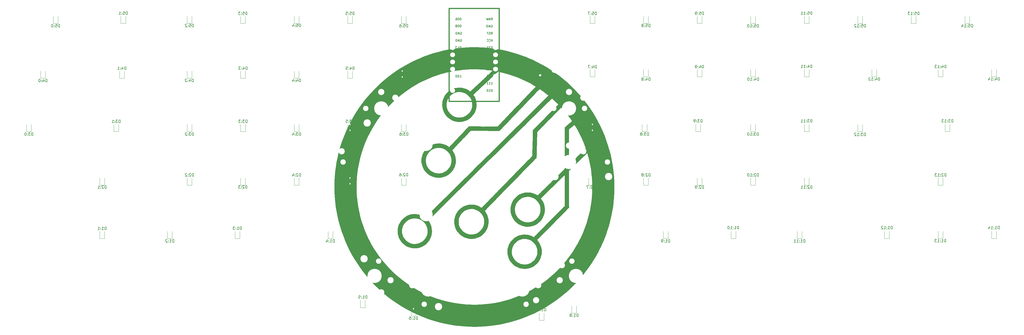
<source format=gbr>
%TF.GenerationSoftware,KiCad,Pcbnew,(6.0.10)*%
%TF.CreationDate,2023-07-04T22:41:52+12:00*%
%TF.ProjectId,orthoCode,6f727468-6f43-46f6-9465-2e6b69636164,rev?*%
%TF.SameCoordinates,Original*%
%TF.FileFunction,Legend,Bot*%
%TF.FilePolarity,Positive*%
%FSLAX46Y46*%
G04 Gerber Fmt 4.6, Leading zero omitted, Abs format (unit mm)*
G04 Created by KiCad (PCBNEW (6.0.10)) date 2023-07-04 22:41:52*
%MOMM*%
%LPD*%
G01*
G04 APERTURE LIST*
%ADD10C,0.150000*%
%ADD11C,0.381000*%
%ADD12C,0.120000*%
%ADD13C,1.752600*%
%ADD14C,1.900000*%
%ADD15C,5.050000*%
%ADD16C,2.600000*%
%ADD17C,2.200000*%
%ADD18C,4.700000*%
%ADD19R,2.000000X2.000000*%
%ADD20C,2.000000*%
%ADD21R,0.450000X0.600000*%
%ADD22C,0.800000*%
G04 APERTURE END LIST*
D10*
%TO.C,U1*%
X197262810Y-82738654D02*
X197186619Y-82738654D01*
X197110429Y-82776750D01*
X197072333Y-82814845D01*
X197034238Y-82891035D01*
X196996143Y-83043416D01*
X196996143Y-83233892D01*
X197034238Y-83386273D01*
X197072333Y-83462464D01*
X197110429Y-83500559D01*
X197186619Y-83538654D01*
X197262810Y-83538654D01*
X197339000Y-83500559D01*
X197377095Y-83462464D01*
X197415190Y-83386273D01*
X197453286Y-83233892D01*
X197453286Y-83043416D01*
X197415190Y-82891035D01*
X197377095Y-82814845D01*
X197339000Y-82776750D01*
X197262810Y-82738654D01*
X196234238Y-83538654D02*
X196691381Y-83538654D01*
X196462810Y-83538654D02*
X196462810Y-82738654D01*
X196539000Y-82852940D01*
X196615190Y-82929130D01*
X196691381Y-82967226D01*
X195967571Y-82738654D02*
X195434238Y-82738654D01*
X195777095Y-83538654D01*
X208064190Y-75156750D02*
X208140381Y-75118654D01*
X208254667Y-75118654D01*
X208368952Y-75156750D01*
X208445143Y-75232940D01*
X208483238Y-75309130D01*
X208521333Y-75461511D01*
X208521333Y-75575797D01*
X208483238Y-75728178D01*
X208445143Y-75804369D01*
X208368952Y-75880559D01*
X208254667Y-75918654D01*
X208178476Y-75918654D01*
X208064190Y-75880559D01*
X208026095Y-75842464D01*
X208026095Y-75575797D01*
X208178476Y-75575797D01*
X207683238Y-75918654D02*
X207683238Y-75118654D01*
X207226095Y-75918654D01*
X207226095Y-75118654D01*
X206845143Y-75918654D02*
X206845143Y-75118654D01*
X206654667Y-75118654D01*
X206540381Y-75156750D01*
X206464190Y-75232940D01*
X206426095Y-75309130D01*
X206388000Y-75461511D01*
X206388000Y-75575797D01*
X206426095Y-75728178D01*
X206464190Y-75804369D01*
X206540381Y-75880559D01*
X206654667Y-75918654D01*
X206845143Y-75918654D01*
X197148523Y-80236750D02*
X197224714Y-80198654D01*
X197339000Y-80198654D01*
X197453285Y-80236750D01*
X197529476Y-80312940D01*
X197567571Y-80389130D01*
X197605666Y-80541511D01*
X197605666Y-80655797D01*
X197567571Y-80808178D01*
X197529476Y-80884369D01*
X197453285Y-80960559D01*
X197339000Y-80998654D01*
X197262809Y-80998654D01*
X197148523Y-80960559D01*
X197110428Y-80922464D01*
X197110428Y-80655797D01*
X197262809Y-80655797D01*
X196767571Y-80998654D02*
X196767571Y-80198654D01*
X196310428Y-80998654D01*
X196310428Y-80198654D01*
X195929476Y-80998654D02*
X195929476Y-80198654D01*
X195739000Y-80198654D01*
X195624714Y-80236750D01*
X195548523Y-80312940D01*
X195510428Y-80389130D01*
X195472333Y-80541511D01*
X195472333Y-80655797D01*
X195510428Y-80808178D01*
X195548523Y-80884369D01*
X195624714Y-80960559D01*
X195739000Y-80998654D01*
X195929476Y-80998654D01*
X208070524Y-93698654D02*
X208527667Y-93698654D01*
X208299095Y-93698654D02*
X208299095Y-92898654D01*
X208375286Y-93012940D01*
X208451476Y-93089130D01*
X208527667Y-93127226D01*
X207308619Y-93698654D02*
X207765762Y-93698654D01*
X207537191Y-93698654D02*
X207537191Y-92898654D01*
X207613381Y-93012940D01*
X207689571Y-93089130D01*
X207765762Y-93127226D01*
X207041952Y-92898654D02*
X206546714Y-92898654D01*
X206813381Y-93203416D01*
X206699095Y-93203416D01*
X206622905Y-93241511D01*
X206584810Y-93279607D01*
X206546714Y-93355797D01*
X206546714Y-93546273D01*
X206584810Y-93622464D01*
X206622905Y-93660559D01*
X206699095Y-93698654D01*
X206927667Y-93698654D01*
X207003857Y-93660559D01*
X207041952Y-93622464D01*
X208337191Y-82738654D02*
X208261000Y-82738654D01*
X208184810Y-82776750D01*
X208146714Y-82814845D01*
X208108619Y-82891035D01*
X208070524Y-83043416D01*
X208070524Y-83233892D01*
X208108619Y-83386273D01*
X208146714Y-83462464D01*
X208184810Y-83500559D01*
X208261000Y-83538654D01*
X208337191Y-83538654D01*
X208413381Y-83500559D01*
X208451476Y-83462464D01*
X208489571Y-83386273D01*
X208527667Y-83233892D01*
X208527667Y-83043416D01*
X208489571Y-82891035D01*
X208451476Y-82814845D01*
X208413381Y-82776750D01*
X208337191Y-82738654D01*
X207803857Y-82738654D02*
X207308619Y-82738654D01*
X207575286Y-83043416D01*
X207461000Y-83043416D01*
X207384810Y-83081511D01*
X207346714Y-83119607D01*
X207308619Y-83195797D01*
X207308619Y-83386273D01*
X207346714Y-83462464D01*
X207384810Y-83500559D01*
X207461000Y-83538654D01*
X207689571Y-83538654D01*
X207765762Y-83500559D01*
X207803857Y-83462464D01*
X206546714Y-83538654D02*
X207003857Y-83538654D01*
X206775286Y-83538654D02*
X206775286Y-82738654D01*
X206851476Y-82852940D01*
X206927667Y-82929130D01*
X207003857Y-82967226D01*
X196996143Y-98778654D02*
X197453286Y-98778654D01*
X197224714Y-98778654D02*
X197224714Y-97978654D01*
X197300905Y-98092940D01*
X197377095Y-98169130D01*
X197453286Y-98207226D01*
X196500905Y-97978654D02*
X196424714Y-97978654D01*
X196348524Y-98016750D01*
X196310429Y-98054845D01*
X196272333Y-98131035D01*
X196234238Y-98283416D01*
X196234238Y-98473892D01*
X196272333Y-98626273D01*
X196310429Y-98702464D01*
X196348524Y-98740559D01*
X196424714Y-98778654D01*
X196500905Y-98778654D01*
X196577095Y-98740559D01*
X196615190Y-98702464D01*
X196653286Y-98626273D01*
X196691381Y-98473892D01*
X196691381Y-98283416D01*
X196653286Y-98131035D01*
X196615190Y-98054845D01*
X196577095Y-98016750D01*
X196500905Y-97978654D01*
X195548524Y-98245321D02*
X195548524Y-98778654D01*
X195739000Y-97940559D02*
X195929476Y-98511988D01*
X195434238Y-98511988D01*
X197262810Y-87848654D02*
X197186619Y-87848654D01*
X197110429Y-87886750D01*
X197072333Y-87924845D01*
X197034238Y-88001035D01*
X196996143Y-88153416D01*
X196996143Y-88343892D01*
X197034238Y-88496273D01*
X197072333Y-88572464D01*
X197110429Y-88610559D01*
X197186619Y-88648654D01*
X197262810Y-88648654D01*
X197339000Y-88610559D01*
X197377095Y-88572464D01*
X197415190Y-88496273D01*
X197453286Y-88343892D01*
X197453286Y-88153416D01*
X197415190Y-88001035D01*
X197377095Y-87924845D01*
X197339000Y-87886750D01*
X197262810Y-87848654D01*
X196691381Y-87924845D02*
X196653286Y-87886750D01*
X196577095Y-87848654D01*
X196386619Y-87848654D01*
X196310429Y-87886750D01*
X196272333Y-87924845D01*
X196234238Y-88001035D01*
X196234238Y-88077226D01*
X196272333Y-88191511D01*
X196729476Y-88648654D01*
X196234238Y-88648654D01*
X195929476Y-87924845D02*
X195891381Y-87886750D01*
X195815190Y-87848654D01*
X195624714Y-87848654D01*
X195548524Y-87886750D01*
X195510429Y-87924845D01*
X195472333Y-88001035D01*
X195472333Y-88077226D01*
X195510429Y-88191511D01*
X195967571Y-88648654D01*
X195472333Y-88648654D01*
X197262810Y-85348654D02*
X197186619Y-85348654D01*
X197110429Y-85386750D01*
X197072333Y-85424845D01*
X197034238Y-85501035D01*
X196996143Y-85653416D01*
X196996143Y-85843892D01*
X197034238Y-85996273D01*
X197072333Y-86072464D01*
X197110429Y-86110559D01*
X197186619Y-86148654D01*
X197262810Y-86148654D01*
X197339000Y-86110559D01*
X197377095Y-86072464D01*
X197415190Y-85996273D01*
X197453286Y-85843892D01*
X197453286Y-85653416D01*
X197415190Y-85501035D01*
X197377095Y-85424845D01*
X197339000Y-85386750D01*
X197262810Y-85348654D01*
X196691381Y-85424845D02*
X196653286Y-85386750D01*
X196577095Y-85348654D01*
X196386619Y-85348654D01*
X196310429Y-85386750D01*
X196272333Y-85424845D01*
X196234238Y-85501035D01*
X196234238Y-85577226D01*
X196272333Y-85691511D01*
X196729476Y-86148654D01*
X196234238Y-86148654D01*
X195739000Y-85348654D02*
X195662810Y-85348654D01*
X195586619Y-85386750D01*
X195548524Y-85424845D01*
X195510429Y-85501035D01*
X195472333Y-85653416D01*
X195472333Y-85843892D01*
X195510429Y-85996273D01*
X195548524Y-86072464D01*
X195586619Y-86110559D01*
X195662810Y-86148654D01*
X195739000Y-86148654D01*
X195815190Y-86110559D01*
X195853286Y-86072464D01*
X195891381Y-85996273D01*
X195929476Y-85843892D01*
X195929476Y-85653416D01*
X195891381Y-85501035D01*
X195853286Y-85424845D01*
X195815190Y-85386750D01*
X195739000Y-85348654D01*
X208070524Y-96238654D02*
X208527667Y-96238654D01*
X208299095Y-96238654D02*
X208299095Y-95438654D01*
X208375286Y-95552940D01*
X208451476Y-95629130D01*
X208527667Y-95667226D01*
X207308619Y-96238654D02*
X207765762Y-96238654D01*
X207537191Y-96238654D02*
X207537191Y-95438654D01*
X207613381Y-95552940D01*
X207689571Y-95629130D01*
X207765762Y-95667226D01*
X206546714Y-96238654D02*
X207003857Y-96238654D01*
X206775286Y-96238654D02*
X206775286Y-95438654D01*
X206851476Y-95552940D01*
X206927667Y-95629130D01*
X207003857Y-95667226D01*
X197262810Y-90348654D02*
X197186619Y-90348654D01*
X197110429Y-90386750D01*
X197072333Y-90424845D01*
X197034238Y-90501035D01*
X196996143Y-90653416D01*
X196996143Y-90843892D01*
X197034238Y-90996273D01*
X197072333Y-91072464D01*
X197110429Y-91110559D01*
X197186619Y-91148654D01*
X197262810Y-91148654D01*
X197339000Y-91110559D01*
X197377095Y-91072464D01*
X197415190Y-90996273D01*
X197453286Y-90843892D01*
X197453286Y-90653416D01*
X197415190Y-90501035D01*
X197377095Y-90424845D01*
X197339000Y-90386750D01*
X197262810Y-90348654D01*
X196691381Y-90424845D02*
X196653286Y-90386750D01*
X196577095Y-90348654D01*
X196386619Y-90348654D01*
X196310429Y-90386750D01*
X196272333Y-90424845D01*
X196234238Y-90501035D01*
X196234238Y-90577226D01*
X196272333Y-90691511D01*
X196729476Y-91148654D01*
X196234238Y-91148654D01*
X195548524Y-90615321D02*
X195548524Y-91148654D01*
X195739000Y-90310559D02*
X195929476Y-90881988D01*
X195434238Y-90881988D01*
X208337191Y-97978654D02*
X208261000Y-97978654D01*
X208184810Y-98016750D01*
X208146714Y-98054845D01*
X208108619Y-98131035D01*
X208070524Y-98283416D01*
X208070524Y-98473892D01*
X208108619Y-98626273D01*
X208146714Y-98702464D01*
X208184810Y-98740559D01*
X208261000Y-98778654D01*
X208337191Y-98778654D01*
X208413381Y-98740559D01*
X208451476Y-98702464D01*
X208489571Y-98626273D01*
X208527667Y-98473892D01*
X208527667Y-98283416D01*
X208489571Y-98131035D01*
X208451476Y-98054845D01*
X208413381Y-98016750D01*
X208337191Y-97978654D01*
X207308619Y-98778654D02*
X207765762Y-98778654D01*
X207537191Y-98778654D02*
X207537191Y-97978654D01*
X207613381Y-98092940D01*
X207689571Y-98169130D01*
X207765762Y-98207226D01*
X206813381Y-97978654D02*
X206737191Y-97978654D01*
X206661000Y-98016750D01*
X206622905Y-98054845D01*
X206584810Y-98131035D01*
X206546714Y-98283416D01*
X206546714Y-98473892D01*
X206584810Y-98626273D01*
X206622905Y-98702464D01*
X206661000Y-98740559D01*
X206737191Y-98778654D01*
X206813381Y-98778654D01*
X206889571Y-98740559D01*
X206927667Y-98702464D01*
X206965762Y-98626273D01*
X207003857Y-98473892D01*
X207003857Y-98283416D01*
X206965762Y-98131035D01*
X206927667Y-98054845D01*
X206889571Y-98016750D01*
X206813381Y-97978654D01*
X208337191Y-85278654D02*
X208261000Y-85278654D01*
X208184810Y-85316750D01*
X208146714Y-85354845D01*
X208108619Y-85431035D01*
X208070524Y-85583416D01*
X208070524Y-85773892D01*
X208108619Y-85926273D01*
X208146714Y-86002464D01*
X208184810Y-86040559D01*
X208261000Y-86078654D01*
X208337191Y-86078654D01*
X208413381Y-86040559D01*
X208451476Y-86002464D01*
X208489571Y-85926273D01*
X208527667Y-85773892D01*
X208527667Y-85583416D01*
X208489571Y-85431035D01*
X208451476Y-85354845D01*
X208413381Y-85316750D01*
X208337191Y-85278654D01*
X207765762Y-85354845D02*
X207727667Y-85316750D01*
X207651476Y-85278654D01*
X207461000Y-85278654D01*
X207384810Y-85316750D01*
X207346714Y-85354845D01*
X207308619Y-85431035D01*
X207308619Y-85507226D01*
X207346714Y-85621511D01*
X207803857Y-86078654D01*
X207308619Y-86078654D01*
X206927667Y-86078654D02*
X206775286Y-86078654D01*
X206699095Y-86040559D01*
X206661000Y-86002464D01*
X206584810Y-85888178D01*
X206546714Y-85735797D01*
X206546714Y-85431035D01*
X206584810Y-85354845D01*
X206622905Y-85316750D01*
X206699095Y-85278654D01*
X206851476Y-85278654D01*
X206927667Y-85316750D01*
X206965762Y-85354845D01*
X207003857Y-85431035D01*
X207003857Y-85621511D01*
X206965762Y-85697702D01*
X206927667Y-85735797D01*
X206851476Y-85773892D01*
X206699095Y-85773892D01*
X206622905Y-85735797D01*
X206584810Y-85697702D01*
X206546714Y-85621511D01*
X208070524Y-91158654D02*
X208527667Y-91158654D01*
X208299095Y-91158654D02*
X208299095Y-90358654D01*
X208375286Y-90472940D01*
X208451476Y-90549130D01*
X208527667Y-90587226D01*
X207308619Y-91158654D02*
X207765762Y-91158654D01*
X207537191Y-91158654D02*
X207537191Y-90358654D01*
X207613381Y-90472940D01*
X207689571Y-90549130D01*
X207765762Y-90587226D01*
X206584810Y-90358654D02*
X206965762Y-90358654D01*
X207003857Y-90739607D01*
X206965762Y-90701511D01*
X206889571Y-90663416D01*
X206699095Y-90663416D01*
X206622905Y-90701511D01*
X206584810Y-90739607D01*
X206546714Y-90815797D01*
X206546714Y-91006273D01*
X206584810Y-91082464D01*
X206622905Y-91120559D01*
X206699095Y-91158654D01*
X206889571Y-91158654D01*
X206965762Y-91120559D01*
X207003857Y-91082464D01*
X197262810Y-72578654D02*
X197186619Y-72578654D01*
X197110429Y-72616750D01*
X197072333Y-72654845D01*
X197034238Y-72731035D01*
X196996143Y-72883416D01*
X196996143Y-73073892D01*
X197034238Y-73226273D01*
X197072333Y-73302464D01*
X197110429Y-73340559D01*
X197186619Y-73378654D01*
X197262810Y-73378654D01*
X197339000Y-73340559D01*
X197377095Y-73302464D01*
X197415190Y-73226273D01*
X197453286Y-73073892D01*
X197453286Y-72883416D01*
X197415190Y-72731035D01*
X197377095Y-72654845D01*
X197339000Y-72616750D01*
X197262810Y-72578654D01*
X196500905Y-72578654D02*
X196424714Y-72578654D01*
X196348524Y-72616750D01*
X196310429Y-72654845D01*
X196272333Y-72731035D01*
X196234238Y-72883416D01*
X196234238Y-73073892D01*
X196272333Y-73226273D01*
X196310429Y-73302464D01*
X196348524Y-73340559D01*
X196424714Y-73378654D01*
X196500905Y-73378654D01*
X196577095Y-73340559D01*
X196615190Y-73302464D01*
X196653286Y-73226273D01*
X196691381Y-73073892D01*
X196691381Y-72883416D01*
X196653286Y-72731035D01*
X196615190Y-72654845D01*
X196577095Y-72616750D01*
X196500905Y-72578654D01*
X195548524Y-72578654D02*
X195700905Y-72578654D01*
X195777095Y-72616750D01*
X195815190Y-72654845D01*
X195891381Y-72769130D01*
X195929476Y-72921511D01*
X195929476Y-73226273D01*
X195891381Y-73302464D01*
X195853286Y-73340559D01*
X195777095Y-73378654D01*
X195624714Y-73378654D01*
X195548524Y-73340559D01*
X195510429Y-73302464D01*
X195472333Y-73226273D01*
X195472333Y-73035797D01*
X195510429Y-72959607D01*
X195548524Y-72921511D01*
X195624714Y-72883416D01*
X195777095Y-72883416D01*
X195853286Y-72921511D01*
X195891381Y-72959607D01*
X195929476Y-73035797D01*
X208603857Y-80198654D02*
X208337191Y-80998654D01*
X208070524Y-80198654D01*
X207346714Y-80922464D02*
X207384810Y-80960559D01*
X207499095Y-80998654D01*
X207575286Y-80998654D01*
X207689571Y-80960559D01*
X207765762Y-80884369D01*
X207803857Y-80808178D01*
X207841952Y-80655797D01*
X207841952Y-80541511D01*
X207803857Y-80389130D01*
X207765762Y-80312940D01*
X207689571Y-80236750D01*
X207575286Y-80198654D01*
X207499095Y-80198654D01*
X207384810Y-80236750D01*
X207346714Y-80274845D01*
X206546714Y-80922464D02*
X206584810Y-80960559D01*
X206699095Y-80998654D01*
X206775286Y-80998654D01*
X206889571Y-80960559D01*
X206965762Y-80884369D01*
X207003857Y-80808178D01*
X207041952Y-80655797D01*
X207041952Y-80541511D01*
X207003857Y-80389130D01*
X206965762Y-80312940D01*
X206889571Y-80236750D01*
X206775286Y-80198654D01*
X206699095Y-80198654D01*
X206584810Y-80236750D01*
X206546714Y-80274845D01*
X208026095Y-73378654D02*
X208292762Y-72997702D01*
X208483238Y-73378654D02*
X208483238Y-72578654D01*
X208178476Y-72578654D01*
X208102286Y-72616750D01*
X208064191Y-72654845D01*
X208026095Y-72731035D01*
X208026095Y-72845321D01*
X208064191Y-72921511D01*
X208102286Y-72959607D01*
X208178476Y-72997702D01*
X208483238Y-72997702D01*
X207721334Y-73150083D02*
X207340381Y-73150083D01*
X207797524Y-73378654D02*
X207530857Y-72578654D01*
X207264191Y-73378654D01*
X207073715Y-72578654D02*
X206883238Y-73378654D01*
X206730857Y-72807226D01*
X206578476Y-73378654D01*
X206388000Y-72578654D01*
X208337191Y-87818654D02*
X208261000Y-87818654D01*
X208184810Y-87856750D01*
X208146714Y-87894845D01*
X208108619Y-87971035D01*
X208070524Y-88123416D01*
X208070524Y-88313892D01*
X208108619Y-88466273D01*
X208146714Y-88542464D01*
X208184810Y-88580559D01*
X208261000Y-88618654D01*
X208337191Y-88618654D01*
X208413381Y-88580559D01*
X208451476Y-88542464D01*
X208489571Y-88466273D01*
X208527667Y-88313892D01*
X208527667Y-88123416D01*
X208489571Y-87971035D01*
X208451476Y-87894845D01*
X208413381Y-87856750D01*
X208337191Y-87818654D01*
X207575286Y-87818654D02*
X207499095Y-87818654D01*
X207422905Y-87856750D01*
X207384810Y-87894845D01*
X207346714Y-87971035D01*
X207308619Y-88123416D01*
X207308619Y-88313892D01*
X207346714Y-88466273D01*
X207384810Y-88542464D01*
X207422905Y-88580559D01*
X207499095Y-88618654D01*
X207575286Y-88618654D01*
X207651476Y-88580559D01*
X207689571Y-88542464D01*
X207727667Y-88466273D01*
X207765762Y-88313892D01*
X207765762Y-88123416D01*
X207727667Y-87971035D01*
X207689571Y-87894845D01*
X207651476Y-87856750D01*
X207575286Y-87818654D01*
X207003857Y-87894845D02*
X206965762Y-87856750D01*
X206889571Y-87818654D01*
X206699095Y-87818654D01*
X206622905Y-87856750D01*
X206584810Y-87894845D01*
X206546714Y-87971035D01*
X206546714Y-88047226D01*
X206584810Y-88161511D01*
X207041952Y-88618654D01*
X206546714Y-88618654D01*
X197148523Y-77696750D02*
X197224714Y-77658654D01*
X197339000Y-77658654D01*
X197453285Y-77696750D01*
X197529476Y-77772940D01*
X197567571Y-77849130D01*
X197605666Y-78001511D01*
X197605666Y-78115797D01*
X197567571Y-78268178D01*
X197529476Y-78344369D01*
X197453285Y-78420559D01*
X197339000Y-78458654D01*
X197262809Y-78458654D01*
X197148523Y-78420559D01*
X197110428Y-78382464D01*
X197110428Y-78115797D01*
X197262809Y-78115797D01*
X196767571Y-78458654D02*
X196767571Y-77658654D01*
X196310428Y-78458654D01*
X196310428Y-77658654D01*
X195929476Y-78458654D02*
X195929476Y-77658654D01*
X195739000Y-77658654D01*
X195624714Y-77696750D01*
X195548523Y-77772940D01*
X195510428Y-77849130D01*
X195472333Y-78001511D01*
X195472333Y-78115797D01*
X195510428Y-78268178D01*
X195548523Y-78344369D01*
X195624714Y-78420559D01*
X195739000Y-78458654D01*
X195929476Y-78458654D01*
X208026095Y-78458654D02*
X208292761Y-78077702D01*
X208483238Y-78458654D02*
X208483238Y-77658654D01*
X208178476Y-77658654D01*
X208102285Y-77696750D01*
X208064190Y-77734845D01*
X208026095Y-77811035D01*
X208026095Y-77925321D01*
X208064190Y-78001511D01*
X208102285Y-78039607D01*
X208178476Y-78077702D01*
X208483238Y-78077702D01*
X207721333Y-78420559D02*
X207607047Y-78458654D01*
X207416571Y-78458654D01*
X207340380Y-78420559D01*
X207302285Y-78382464D01*
X207264190Y-78306273D01*
X207264190Y-78230083D01*
X207302285Y-78153892D01*
X207340380Y-78115797D01*
X207416571Y-78077702D01*
X207568952Y-78039607D01*
X207645142Y-78001511D01*
X207683238Y-77963416D01*
X207721333Y-77887226D01*
X207721333Y-77811035D01*
X207683238Y-77734845D01*
X207645142Y-77696750D01*
X207568952Y-77658654D01*
X207378476Y-77658654D01*
X207264190Y-77696750D01*
X207035619Y-77658654D02*
X206578476Y-77658654D01*
X206807047Y-78458654D02*
X206807047Y-77658654D01*
X197262810Y-75048654D02*
X197186619Y-75048654D01*
X197110429Y-75086750D01*
X197072333Y-75124845D01*
X197034238Y-75201035D01*
X196996143Y-75353416D01*
X196996143Y-75543892D01*
X197034238Y-75696273D01*
X197072333Y-75772464D01*
X197110429Y-75810559D01*
X197186619Y-75848654D01*
X197262810Y-75848654D01*
X197339000Y-75810559D01*
X197377095Y-75772464D01*
X197415190Y-75696273D01*
X197453286Y-75543892D01*
X197453286Y-75353416D01*
X197415190Y-75201035D01*
X197377095Y-75124845D01*
X197339000Y-75086750D01*
X197262810Y-75048654D01*
X196500905Y-75048654D02*
X196424714Y-75048654D01*
X196348524Y-75086750D01*
X196310429Y-75124845D01*
X196272333Y-75201035D01*
X196234238Y-75353416D01*
X196234238Y-75543892D01*
X196272333Y-75696273D01*
X196310429Y-75772464D01*
X196348524Y-75810559D01*
X196424714Y-75848654D01*
X196500905Y-75848654D01*
X196577095Y-75810559D01*
X196615190Y-75772464D01*
X196653286Y-75696273D01*
X196691381Y-75543892D01*
X196691381Y-75353416D01*
X196653286Y-75201035D01*
X196615190Y-75124845D01*
X196577095Y-75086750D01*
X196500905Y-75048654D01*
X195777095Y-75391511D02*
X195853286Y-75353416D01*
X195891381Y-75315321D01*
X195929476Y-75239130D01*
X195929476Y-75201035D01*
X195891381Y-75124845D01*
X195853286Y-75086750D01*
X195777095Y-75048654D01*
X195624714Y-75048654D01*
X195548524Y-75086750D01*
X195510429Y-75124845D01*
X195472333Y-75201035D01*
X195472333Y-75239130D01*
X195510429Y-75315321D01*
X195548524Y-75353416D01*
X195624714Y-75391511D01*
X195777095Y-75391511D01*
X195853286Y-75429607D01*
X195891381Y-75467702D01*
X195929476Y-75543892D01*
X195929476Y-75696273D01*
X195891381Y-75772464D01*
X195853286Y-75810559D01*
X195777095Y-75848654D01*
X195624714Y-75848654D01*
X195548524Y-75810559D01*
X195510429Y-75772464D01*
X195472333Y-75696273D01*
X195472333Y-75543892D01*
X195510429Y-75467702D01*
X195548524Y-75429607D01*
X195624714Y-75391511D01*
X196996143Y-93698654D02*
X197453286Y-93698654D01*
X197224714Y-93698654D02*
X197224714Y-92898654D01*
X197300905Y-93012940D01*
X197377095Y-93089130D01*
X197453286Y-93127226D01*
X196500905Y-92898654D02*
X196424714Y-92898654D01*
X196348524Y-92936750D01*
X196310429Y-92974845D01*
X196272333Y-93051035D01*
X196234238Y-93203416D01*
X196234238Y-93393892D01*
X196272333Y-93546273D01*
X196310429Y-93622464D01*
X196348524Y-93660559D01*
X196424714Y-93698654D01*
X196500905Y-93698654D01*
X196577095Y-93660559D01*
X196615190Y-93622464D01*
X196653286Y-93546273D01*
X196691381Y-93393892D01*
X196691381Y-93203416D01*
X196653286Y-93051035D01*
X196615190Y-92974845D01*
X196577095Y-92936750D01*
X196500905Y-92898654D01*
X195739000Y-92898654D02*
X195662810Y-92898654D01*
X195586619Y-92936750D01*
X195548524Y-92974845D01*
X195510429Y-93051035D01*
X195472333Y-93203416D01*
X195472333Y-93393892D01*
X195510429Y-93546273D01*
X195548524Y-93622464D01*
X195586619Y-93660559D01*
X195662810Y-93698654D01*
X195739000Y-93698654D01*
X195815190Y-93660559D01*
X195853286Y-93622464D01*
X195891381Y-93546273D01*
X195929476Y-93393892D01*
X195929476Y-93203416D01*
X195891381Y-93051035D01*
X195853286Y-92974845D01*
X195815190Y-92936750D01*
X195739000Y-92898654D01*
%TO.C,D1:8*%
X238952380Y-178752380D02*
X238952380Y-177752380D01*
X238714285Y-177752380D01*
X238571428Y-177800000D01*
X238476190Y-177895238D01*
X238428571Y-177990476D01*
X238380952Y-178180952D01*
X238380952Y-178323809D01*
X238428571Y-178514285D01*
X238476190Y-178609523D01*
X238571428Y-178704761D01*
X238714285Y-178752380D01*
X238952380Y-178752380D01*
X237428571Y-178752380D02*
X238000000Y-178752380D01*
X237714285Y-178752380D02*
X237714285Y-177752380D01*
X237809523Y-177895238D01*
X237904761Y-177990476D01*
X238000000Y-178038095D01*
X237000000Y-178657142D02*
X236952380Y-178704761D01*
X237000000Y-178752380D01*
X237047619Y-178704761D01*
X237000000Y-178657142D01*
X237000000Y-178752380D01*
X237000000Y-178133333D02*
X236952380Y-178180952D01*
X237000000Y-178228571D01*
X237047619Y-178180952D01*
X237000000Y-178133333D01*
X237000000Y-178228571D01*
X236380952Y-178180952D02*
X236476190Y-178133333D01*
X236523809Y-178085714D01*
X236571428Y-177990476D01*
X236571428Y-177942857D01*
X236523809Y-177847619D01*
X236476190Y-177800000D01*
X236380952Y-177752380D01*
X236190476Y-177752380D01*
X236095238Y-177800000D01*
X236047619Y-177847619D01*
X236000000Y-177942857D01*
X236000000Y-177990476D01*
X236047619Y-178085714D01*
X236095238Y-178133333D01*
X236190476Y-178180952D01*
X236380952Y-178180952D01*
X236476190Y-178228571D01*
X236523809Y-178276190D01*
X236571428Y-178371428D01*
X236571428Y-178561904D01*
X236523809Y-178657142D01*
X236476190Y-178704761D01*
X236380952Y-178752380D01*
X236190476Y-178752380D01*
X236095238Y-178704761D01*
X236047619Y-178657142D01*
X236000000Y-178561904D01*
X236000000Y-178371428D01*
X236047619Y-178276190D01*
X236095238Y-178228571D01*
X236190476Y-178180952D01*
%TO.C,D1:1*%
X71452380Y-147852380D02*
X71452380Y-146852380D01*
X71214285Y-146852380D01*
X71071428Y-146900000D01*
X70976190Y-146995238D01*
X70928571Y-147090476D01*
X70880952Y-147280952D01*
X70880952Y-147423809D01*
X70928571Y-147614285D01*
X70976190Y-147709523D01*
X71071428Y-147804761D01*
X71214285Y-147852380D01*
X71452380Y-147852380D01*
X69928571Y-147852380D02*
X70500000Y-147852380D01*
X70214285Y-147852380D02*
X70214285Y-146852380D01*
X70309523Y-146995238D01*
X70404761Y-147090476D01*
X70500000Y-147138095D01*
X69500000Y-147757142D02*
X69452380Y-147804761D01*
X69500000Y-147852380D01*
X69547619Y-147804761D01*
X69500000Y-147757142D01*
X69500000Y-147852380D01*
X69500000Y-147233333D02*
X69452380Y-147280952D01*
X69500000Y-147328571D01*
X69547619Y-147280952D01*
X69500000Y-147233333D01*
X69500000Y-147328571D01*
X68500000Y-147852380D02*
X69071428Y-147852380D01*
X68785714Y-147852380D02*
X68785714Y-146852380D01*
X68880952Y-146995238D01*
X68976190Y-147090476D01*
X69071428Y-147138095D01*
%TO.C,D1:2*%
X95452380Y-152302380D02*
X95452380Y-151302380D01*
X95214285Y-151302380D01*
X95071428Y-151350000D01*
X94976190Y-151445238D01*
X94928571Y-151540476D01*
X94880952Y-151730952D01*
X94880952Y-151873809D01*
X94928571Y-152064285D01*
X94976190Y-152159523D01*
X95071428Y-152254761D01*
X95214285Y-152302380D01*
X95452380Y-152302380D01*
X93928571Y-152302380D02*
X94500000Y-152302380D01*
X94214285Y-152302380D02*
X94214285Y-151302380D01*
X94309523Y-151445238D01*
X94404761Y-151540476D01*
X94500000Y-151588095D01*
X93500000Y-152207142D02*
X93452380Y-152254761D01*
X93500000Y-152302380D01*
X93547619Y-152254761D01*
X93500000Y-152207142D01*
X93500000Y-152302380D01*
X93500000Y-151683333D02*
X93452380Y-151730952D01*
X93500000Y-151778571D01*
X93547619Y-151730952D01*
X93500000Y-151683333D01*
X93500000Y-151778571D01*
X93071428Y-151397619D02*
X93023809Y-151350000D01*
X92928571Y-151302380D01*
X92690476Y-151302380D01*
X92595238Y-151350000D01*
X92547619Y-151397619D01*
X92500000Y-151492857D01*
X92500000Y-151588095D01*
X92547619Y-151730952D01*
X93119047Y-152302380D01*
X92500000Y-152302380D01*
%TO.C,D1:3*%
X119452380Y-147802380D02*
X119452380Y-146802380D01*
X119214285Y-146802380D01*
X119071428Y-146850000D01*
X118976190Y-146945238D01*
X118928571Y-147040476D01*
X118880952Y-147230952D01*
X118880952Y-147373809D01*
X118928571Y-147564285D01*
X118976190Y-147659523D01*
X119071428Y-147754761D01*
X119214285Y-147802380D01*
X119452380Y-147802380D01*
X117928571Y-147802380D02*
X118500000Y-147802380D01*
X118214285Y-147802380D02*
X118214285Y-146802380D01*
X118309523Y-146945238D01*
X118404761Y-147040476D01*
X118500000Y-147088095D01*
X117500000Y-147707142D02*
X117452380Y-147754761D01*
X117500000Y-147802380D01*
X117547619Y-147754761D01*
X117500000Y-147707142D01*
X117500000Y-147802380D01*
X117500000Y-147183333D02*
X117452380Y-147230952D01*
X117500000Y-147278571D01*
X117547619Y-147230952D01*
X117500000Y-147183333D01*
X117500000Y-147278571D01*
X117119047Y-146802380D02*
X116500000Y-146802380D01*
X116833333Y-147183333D01*
X116690476Y-147183333D01*
X116595238Y-147230952D01*
X116547619Y-147278571D01*
X116500000Y-147373809D01*
X116500000Y-147611904D01*
X116547619Y-147707142D01*
X116595238Y-147754761D01*
X116690476Y-147802380D01*
X116976190Y-147802380D01*
X117071428Y-147754761D01*
X117119047Y-147707142D01*
%TO.C,D1:4*%
X152452380Y-152302380D02*
X152452380Y-151302380D01*
X152214285Y-151302380D01*
X152071428Y-151350000D01*
X151976190Y-151445238D01*
X151928571Y-151540476D01*
X151880952Y-151730952D01*
X151880952Y-151873809D01*
X151928571Y-152064285D01*
X151976190Y-152159523D01*
X152071428Y-152254761D01*
X152214285Y-152302380D01*
X152452380Y-152302380D01*
X150928571Y-152302380D02*
X151500000Y-152302380D01*
X151214285Y-152302380D02*
X151214285Y-151302380D01*
X151309523Y-151445238D01*
X151404761Y-151540476D01*
X151500000Y-151588095D01*
X150500000Y-152207142D02*
X150452380Y-152254761D01*
X150500000Y-152302380D01*
X150547619Y-152254761D01*
X150500000Y-152207142D01*
X150500000Y-152302380D01*
X150500000Y-151683333D02*
X150452380Y-151730952D01*
X150500000Y-151778571D01*
X150547619Y-151730952D01*
X150500000Y-151683333D01*
X150500000Y-151778571D01*
X149595238Y-151635714D02*
X149595238Y-152302380D01*
X149833333Y-151254761D02*
X150071428Y-151969047D01*
X149452380Y-151969047D01*
%TO.C,D1:5*%
X164002380Y-172252380D02*
X164002380Y-171252380D01*
X163764285Y-171252380D01*
X163621428Y-171300000D01*
X163526190Y-171395238D01*
X163478571Y-171490476D01*
X163430952Y-171680952D01*
X163430952Y-171823809D01*
X163478571Y-172014285D01*
X163526190Y-172109523D01*
X163621428Y-172204761D01*
X163764285Y-172252380D01*
X164002380Y-172252380D01*
X162478571Y-172252380D02*
X163050000Y-172252380D01*
X162764285Y-172252380D02*
X162764285Y-171252380D01*
X162859523Y-171395238D01*
X162954761Y-171490476D01*
X163050000Y-171538095D01*
X162050000Y-172157142D02*
X162002380Y-172204761D01*
X162050000Y-172252380D01*
X162097619Y-172204761D01*
X162050000Y-172157142D01*
X162050000Y-172252380D01*
X162050000Y-171633333D02*
X162002380Y-171680952D01*
X162050000Y-171728571D01*
X162097619Y-171680952D01*
X162050000Y-171633333D01*
X162050000Y-171728571D01*
X161097619Y-171252380D02*
X161573809Y-171252380D01*
X161621428Y-171728571D01*
X161573809Y-171680952D01*
X161478571Y-171633333D01*
X161240476Y-171633333D01*
X161145238Y-171680952D01*
X161097619Y-171728571D01*
X161050000Y-171823809D01*
X161050000Y-172061904D01*
X161097619Y-172157142D01*
X161145238Y-172204761D01*
X161240476Y-172252380D01*
X161478571Y-172252380D01*
X161573809Y-172204761D01*
X161621428Y-172157142D01*
%TO.C,D1:6*%
X181952380Y-179752380D02*
X181952380Y-178752380D01*
X181714285Y-178752380D01*
X181571428Y-178800000D01*
X181476190Y-178895238D01*
X181428571Y-178990476D01*
X181380952Y-179180952D01*
X181380952Y-179323809D01*
X181428571Y-179514285D01*
X181476190Y-179609523D01*
X181571428Y-179704761D01*
X181714285Y-179752380D01*
X181952380Y-179752380D01*
X180428571Y-179752380D02*
X181000000Y-179752380D01*
X180714285Y-179752380D02*
X180714285Y-178752380D01*
X180809523Y-178895238D01*
X180904761Y-178990476D01*
X181000000Y-179038095D01*
X180000000Y-179657142D02*
X179952380Y-179704761D01*
X180000000Y-179752380D01*
X180047619Y-179704761D01*
X180000000Y-179657142D01*
X180000000Y-179752380D01*
X180000000Y-179133333D02*
X179952380Y-179180952D01*
X180000000Y-179228571D01*
X180047619Y-179180952D01*
X180000000Y-179133333D01*
X180000000Y-179228571D01*
X179095238Y-178752380D02*
X179285714Y-178752380D01*
X179380952Y-178800000D01*
X179428571Y-178847619D01*
X179523809Y-178990476D01*
X179571428Y-179180952D01*
X179571428Y-179561904D01*
X179523809Y-179657142D01*
X179476190Y-179704761D01*
X179380952Y-179752380D01*
X179190476Y-179752380D01*
X179095238Y-179704761D01*
X179047619Y-179657142D01*
X179000000Y-179561904D01*
X179000000Y-179323809D01*
X179047619Y-179228571D01*
X179095238Y-179180952D01*
X179190476Y-179133333D01*
X179380952Y-179133333D01*
X179476190Y-179180952D01*
X179523809Y-179228571D01*
X179571428Y-179323809D01*
%TO.C,D1:7*%
X227452380Y-176752380D02*
X227452380Y-175752380D01*
X227214285Y-175752380D01*
X227071428Y-175800000D01*
X226976190Y-175895238D01*
X226928571Y-175990476D01*
X226880952Y-176180952D01*
X226880952Y-176323809D01*
X226928571Y-176514285D01*
X226976190Y-176609523D01*
X227071428Y-176704761D01*
X227214285Y-176752380D01*
X227452380Y-176752380D01*
X225928571Y-176752380D02*
X226500000Y-176752380D01*
X226214285Y-176752380D02*
X226214285Y-175752380D01*
X226309523Y-175895238D01*
X226404761Y-175990476D01*
X226500000Y-176038095D01*
X225500000Y-176657142D02*
X225452380Y-176704761D01*
X225500000Y-176752380D01*
X225547619Y-176704761D01*
X225500000Y-176657142D01*
X225500000Y-176752380D01*
X225500000Y-176133333D02*
X225452380Y-176180952D01*
X225500000Y-176228571D01*
X225547619Y-176180952D01*
X225500000Y-176133333D01*
X225500000Y-176228571D01*
X225119047Y-175752380D02*
X224452380Y-175752380D01*
X224880952Y-176752380D01*
%TO.C,D1:9*%
X271452380Y-152302380D02*
X271452380Y-151302380D01*
X271214285Y-151302380D01*
X271071428Y-151350000D01*
X270976190Y-151445238D01*
X270928571Y-151540476D01*
X270880952Y-151730952D01*
X270880952Y-151873809D01*
X270928571Y-152064285D01*
X270976190Y-152159523D01*
X271071428Y-152254761D01*
X271214285Y-152302380D01*
X271452380Y-152302380D01*
X269928571Y-152302380D02*
X270500000Y-152302380D01*
X270214285Y-152302380D02*
X270214285Y-151302380D01*
X270309523Y-151445238D01*
X270404761Y-151540476D01*
X270500000Y-151588095D01*
X269500000Y-152207142D02*
X269452380Y-152254761D01*
X269500000Y-152302380D01*
X269547619Y-152254761D01*
X269500000Y-152207142D01*
X269500000Y-152302380D01*
X269500000Y-151683333D02*
X269452380Y-151730952D01*
X269500000Y-151778571D01*
X269547619Y-151730952D01*
X269500000Y-151683333D01*
X269500000Y-151778571D01*
X268976190Y-152302380D02*
X268785714Y-152302380D01*
X268690476Y-152254761D01*
X268642857Y-152207142D01*
X268547619Y-152064285D01*
X268500000Y-151873809D01*
X268500000Y-151492857D01*
X268547619Y-151397619D01*
X268595238Y-151350000D01*
X268690476Y-151302380D01*
X268880952Y-151302380D01*
X268976190Y-151350000D01*
X269023809Y-151397619D01*
X269071428Y-151492857D01*
X269071428Y-151730952D01*
X269023809Y-151826190D01*
X268976190Y-151873809D01*
X268880952Y-151921428D01*
X268690476Y-151921428D01*
X268595238Y-151873809D01*
X268547619Y-151826190D01*
X268500000Y-151730952D01*
%TO.C,D1:10*%
X295928571Y-147602380D02*
X295928571Y-146602380D01*
X295690476Y-146602380D01*
X295547619Y-146650000D01*
X295452380Y-146745238D01*
X295404761Y-146840476D01*
X295357142Y-147030952D01*
X295357142Y-147173809D01*
X295404761Y-147364285D01*
X295452380Y-147459523D01*
X295547619Y-147554761D01*
X295690476Y-147602380D01*
X295928571Y-147602380D01*
X294404761Y-147602380D02*
X294976190Y-147602380D01*
X294690476Y-147602380D02*
X294690476Y-146602380D01*
X294785714Y-146745238D01*
X294880952Y-146840476D01*
X294976190Y-146888095D01*
X293976190Y-147507142D02*
X293928571Y-147554761D01*
X293976190Y-147602380D01*
X294023809Y-147554761D01*
X293976190Y-147507142D01*
X293976190Y-147602380D01*
X293976190Y-146983333D02*
X293928571Y-147030952D01*
X293976190Y-147078571D01*
X294023809Y-147030952D01*
X293976190Y-146983333D01*
X293976190Y-147078571D01*
X292976190Y-147602380D02*
X293547619Y-147602380D01*
X293261904Y-147602380D02*
X293261904Y-146602380D01*
X293357142Y-146745238D01*
X293452380Y-146840476D01*
X293547619Y-146888095D01*
X292357142Y-146602380D02*
X292261904Y-146602380D01*
X292166666Y-146650000D01*
X292119047Y-146697619D01*
X292071428Y-146792857D01*
X292023809Y-146983333D01*
X292023809Y-147221428D01*
X292071428Y-147411904D01*
X292119047Y-147507142D01*
X292166666Y-147554761D01*
X292261904Y-147602380D01*
X292357142Y-147602380D01*
X292452380Y-147554761D01*
X292500000Y-147507142D01*
X292547619Y-147411904D01*
X292595238Y-147221428D01*
X292595238Y-146983333D01*
X292547619Y-146792857D01*
X292500000Y-146697619D01*
X292452380Y-146650000D01*
X292357142Y-146602380D01*
%TO.C,D1:11*%
X319428571Y-152302380D02*
X319428571Y-151302380D01*
X319190476Y-151302380D01*
X319047619Y-151350000D01*
X318952380Y-151445238D01*
X318904761Y-151540476D01*
X318857142Y-151730952D01*
X318857142Y-151873809D01*
X318904761Y-152064285D01*
X318952380Y-152159523D01*
X319047619Y-152254761D01*
X319190476Y-152302380D01*
X319428571Y-152302380D01*
X317904761Y-152302380D02*
X318476190Y-152302380D01*
X318190476Y-152302380D02*
X318190476Y-151302380D01*
X318285714Y-151445238D01*
X318380952Y-151540476D01*
X318476190Y-151588095D01*
X317476190Y-152207142D02*
X317428571Y-152254761D01*
X317476190Y-152302380D01*
X317523809Y-152254761D01*
X317476190Y-152207142D01*
X317476190Y-152302380D01*
X317476190Y-151683333D02*
X317428571Y-151730952D01*
X317476190Y-151778571D01*
X317523809Y-151730952D01*
X317476190Y-151683333D01*
X317476190Y-151778571D01*
X316476190Y-152302380D02*
X317047619Y-152302380D01*
X316761904Y-152302380D02*
X316761904Y-151302380D01*
X316857142Y-151445238D01*
X316952380Y-151540476D01*
X317047619Y-151588095D01*
X315523809Y-152302380D02*
X316095238Y-152302380D01*
X315809523Y-152302380D02*
X315809523Y-151302380D01*
X315904761Y-151445238D01*
X316000000Y-151540476D01*
X316095238Y-151588095D01*
%TO.C,D1:12*%
X350428571Y-147602380D02*
X350428571Y-146602380D01*
X350190476Y-146602380D01*
X350047619Y-146650000D01*
X349952380Y-146745238D01*
X349904761Y-146840476D01*
X349857142Y-147030952D01*
X349857142Y-147173809D01*
X349904761Y-147364285D01*
X349952380Y-147459523D01*
X350047619Y-147554761D01*
X350190476Y-147602380D01*
X350428571Y-147602380D01*
X348904761Y-147602380D02*
X349476190Y-147602380D01*
X349190476Y-147602380D02*
X349190476Y-146602380D01*
X349285714Y-146745238D01*
X349380952Y-146840476D01*
X349476190Y-146888095D01*
X348476190Y-147507142D02*
X348428571Y-147554761D01*
X348476190Y-147602380D01*
X348523809Y-147554761D01*
X348476190Y-147507142D01*
X348476190Y-147602380D01*
X348476190Y-146983333D02*
X348428571Y-147030952D01*
X348476190Y-147078571D01*
X348523809Y-147030952D01*
X348476190Y-146983333D01*
X348476190Y-147078571D01*
X347476190Y-147602380D02*
X348047619Y-147602380D01*
X347761904Y-147602380D02*
X347761904Y-146602380D01*
X347857142Y-146745238D01*
X347952380Y-146840476D01*
X348047619Y-146888095D01*
X347095238Y-146697619D02*
X347047619Y-146650000D01*
X346952380Y-146602380D01*
X346714285Y-146602380D01*
X346619047Y-146650000D01*
X346571428Y-146697619D01*
X346523809Y-146792857D01*
X346523809Y-146888095D01*
X346571428Y-147030952D01*
X347142857Y-147602380D01*
X346523809Y-147602380D01*
%TO.C,D1:13*%
X369428571Y-152252380D02*
X369428571Y-151252380D01*
X369190476Y-151252380D01*
X369047619Y-151300000D01*
X368952380Y-151395238D01*
X368904761Y-151490476D01*
X368857142Y-151680952D01*
X368857142Y-151823809D01*
X368904761Y-152014285D01*
X368952380Y-152109523D01*
X369047619Y-152204761D01*
X369190476Y-152252380D01*
X369428571Y-152252380D01*
X367904761Y-152252380D02*
X368476190Y-152252380D01*
X368190476Y-152252380D02*
X368190476Y-151252380D01*
X368285714Y-151395238D01*
X368380952Y-151490476D01*
X368476190Y-151538095D01*
X367476190Y-152157142D02*
X367428571Y-152204761D01*
X367476190Y-152252380D01*
X367523809Y-152204761D01*
X367476190Y-152157142D01*
X367476190Y-152252380D01*
X367476190Y-151633333D02*
X367428571Y-151680952D01*
X367476190Y-151728571D01*
X367523809Y-151680952D01*
X367476190Y-151633333D01*
X367476190Y-151728571D01*
X366476190Y-152252380D02*
X367047619Y-152252380D01*
X366761904Y-152252380D02*
X366761904Y-151252380D01*
X366857142Y-151395238D01*
X366952380Y-151490476D01*
X367047619Y-151538095D01*
X366142857Y-151252380D02*
X365523809Y-151252380D01*
X365857142Y-151633333D01*
X365714285Y-151633333D01*
X365619047Y-151680952D01*
X365571428Y-151728571D01*
X365523809Y-151823809D01*
X365523809Y-152061904D01*
X365571428Y-152157142D01*
X365619047Y-152204761D01*
X365714285Y-152252380D01*
X366000000Y-152252380D01*
X366095238Y-152204761D01*
X366142857Y-152157142D01*
%TO.C,D1:14*%
X388428571Y-147602380D02*
X388428571Y-146602380D01*
X388190476Y-146602380D01*
X388047619Y-146650000D01*
X387952380Y-146745238D01*
X387904761Y-146840476D01*
X387857142Y-147030952D01*
X387857142Y-147173809D01*
X387904761Y-147364285D01*
X387952380Y-147459523D01*
X388047619Y-147554761D01*
X388190476Y-147602380D01*
X388428571Y-147602380D01*
X386904761Y-147602380D02*
X387476190Y-147602380D01*
X387190476Y-147602380D02*
X387190476Y-146602380D01*
X387285714Y-146745238D01*
X387380952Y-146840476D01*
X387476190Y-146888095D01*
X386476190Y-147507142D02*
X386428571Y-147554761D01*
X386476190Y-147602380D01*
X386523809Y-147554761D01*
X386476190Y-147507142D01*
X386476190Y-147602380D01*
X386476190Y-146983333D02*
X386428571Y-147030952D01*
X386476190Y-147078571D01*
X386523809Y-147030952D01*
X386476190Y-146983333D01*
X386476190Y-147078571D01*
X385476190Y-147602380D02*
X386047619Y-147602380D01*
X385761904Y-147602380D02*
X385761904Y-146602380D01*
X385857142Y-146745238D01*
X385952380Y-146840476D01*
X386047619Y-146888095D01*
X384619047Y-146935714D02*
X384619047Y-147602380D01*
X384857142Y-146554761D02*
X385095238Y-147269047D01*
X384476190Y-147269047D01*
%TO.C,D2:1*%
X71452380Y-133202380D02*
X71452380Y-132202380D01*
X71214285Y-132202380D01*
X71071428Y-132250000D01*
X70976190Y-132345238D01*
X70928571Y-132440476D01*
X70880952Y-132630952D01*
X70880952Y-132773809D01*
X70928571Y-132964285D01*
X70976190Y-133059523D01*
X71071428Y-133154761D01*
X71214285Y-133202380D01*
X71452380Y-133202380D01*
X70500000Y-132297619D02*
X70452380Y-132250000D01*
X70357142Y-132202380D01*
X70119047Y-132202380D01*
X70023809Y-132250000D01*
X69976190Y-132297619D01*
X69928571Y-132392857D01*
X69928571Y-132488095D01*
X69976190Y-132630952D01*
X70547619Y-133202380D01*
X69928571Y-133202380D01*
X69500000Y-133107142D02*
X69452380Y-133154761D01*
X69500000Y-133202380D01*
X69547619Y-133154761D01*
X69500000Y-133107142D01*
X69500000Y-133202380D01*
X69500000Y-132583333D02*
X69452380Y-132630952D01*
X69500000Y-132678571D01*
X69547619Y-132630952D01*
X69500000Y-132583333D01*
X69500000Y-132678571D01*
X68500000Y-133202380D02*
X69071428Y-133202380D01*
X68785714Y-133202380D02*
X68785714Y-132202380D01*
X68880952Y-132345238D01*
X68976190Y-132440476D01*
X69071428Y-132488095D01*
%TO.C,D2:2*%
X102452380Y-128852380D02*
X102452380Y-127852380D01*
X102214285Y-127852380D01*
X102071428Y-127900000D01*
X101976190Y-127995238D01*
X101928571Y-128090476D01*
X101880952Y-128280952D01*
X101880952Y-128423809D01*
X101928571Y-128614285D01*
X101976190Y-128709523D01*
X102071428Y-128804761D01*
X102214285Y-128852380D01*
X102452380Y-128852380D01*
X101500000Y-127947619D02*
X101452380Y-127900000D01*
X101357142Y-127852380D01*
X101119047Y-127852380D01*
X101023809Y-127900000D01*
X100976190Y-127947619D01*
X100928571Y-128042857D01*
X100928571Y-128138095D01*
X100976190Y-128280952D01*
X101547619Y-128852380D01*
X100928571Y-128852380D01*
X100500000Y-128757142D02*
X100452380Y-128804761D01*
X100500000Y-128852380D01*
X100547619Y-128804761D01*
X100500000Y-128757142D01*
X100500000Y-128852380D01*
X100500000Y-128233333D02*
X100452380Y-128280952D01*
X100500000Y-128328571D01*
X100547619Y-128280952D01*
X100500000Y-128233333D01*
X100500000Y-128328571D01*
X100071428Y-127947619D02*
X100023809Y-127900000D01*
X99928571Y-127852380D01*
X99690476Y-127852380D01*
X99595238Y-127900000D01*
X99547619Y-127947619D01*
X99500000Y-128042857D01*
X99500000Y-128138095D01*
X99547619Y-128280952D01*
X100119047Y-128852380D01*
X99500000Y-128852380D01*
%TO.C,D2:3*%
X121402380Y-133152380D02*
X121402380Y-132152380D01*
X121164285Y-132152380D01*
X121021428Y-132200000D01*
X120926190Y-132295238D01*
X120878571Y-132390476D01*
X120830952Y-132580952D01*
X120830952Y-132723809D01*
X120878571Y-132914285D01*
X120926190Y-133009523D01*
X121021428Y-133104761D01*
X121164285Y-133152380D01*
X121402380Y-133152380D01*
X120450000Y-132247619D02*
X120402380Y-132200000D01*
X120307142Y-132152380D01*
X120069047Y-132152380D01*
X119973809Y-132200000D01*
X119926190Y-132247619D01*
X119878571Y-132342857D01*
X119878571Y-132438095D01*
X119926190Y-132580952D01*
X120497619Y-133152380D01*
X119878571Y-133152380D01*
X119450000Y-133057142D02*
X119402380Y-133104761D01*
X119450000Y-133152380D01*
X119497619Y-133104761D01*
X119450000Y-133057142D01*
X119450000Y-133152380D01*
X119450000Y-132533333D02*
X119402380Y-132580952D01*
X119450000Y-132628571D01*
X119497619Y-132580952D01*
X119450000Y-132533333D01*
X119450000Y-132628571D01*
X119069047Y-132152380D02*
X118450000Y-132152380D01*
X118783333Y-132533333D01*
X118640476Y-132533333D01*
X118545238Y-132580952D01*
X118497619Y-132628571D01*
X118450000Y-132723809D01*
X118450000Y-132961904D01*
X118497619Y-133057142D01*
X118545238Y-133104761D01*
X118640476Y-133152380D01*
X118926190Y-133152380D01*
X119021428Y-133104761D01*
X119069047Y-133057142D01*
%TO.C,D2:4*%
X140452380Y-128852380D02*
X140452380Y-127852380D01*
X140214285Y-127852380D01*
X140071428Y-127900000D01*
X139976190Y-127995238D01*
X139928571Y-128090476D01*
X139880952Y-128280952D01*
X139880952Y-128423809D01*
X139928571Y-128614285D01*
X139976190Y-128709523D01*
X140071428Y-128804761D01*
X140214285Y-128852380D01*
X140452380Y-128852380D01*
X139500000Y-127947619D02*
X139452380Y-127900000D01*
X139357142Y-127852380D01*
X139119047Y-127852380D01*
X139023809Y-127900000D01*
X138976190Y-127947619D01*
X138928571Y-128042857D01*
X138928571Y-128138095D01*
X138976190Y-128280952D01*
X139547619Y-128852380D01*
X138928571Y-128852380D01*
X138500000Y-128757142D02*
X138452380Y-128804761D01*
X138500000Y-128852380D01*
X138547619Y-128804761D01*
X138500000Y-128757142D01*
X138500000Y-128852380D01*
X138500000Y-128233333D02*
X138452380Y-128280952D01*
X138500000Y-128328571D01*
X138547619Y-128280952D01*
X138500000Y-128233333D01*
X138500000Y-128328571D01*
X137595238Y-128185714D02*
X137595238Y-128852380D01*
X137833333Y-127804761D02*
X138071428Y-128519047D01*
X137452380Y-128519047D01*
%TO.C,D2:5*%
X159452380Y-133152380D02*
X159452380Y-132152380D01*
X159214285Y-132152380D01*
X159071428Y-132200000D01*
X158976190Y-132295238D01*
X158928571Y-132390476D01*
X158880952Y-132580952D01*
X158880952Y-132723809D01*
X158928571Y-132914285D01*
X158976190Y-133009523D01*
X159071428Y-133104761D01*
X159214285Y-133152380D01*
X159452380Y-133152380D01*
X158500000Y-132247619D02*
X158452380Y-132200000D01*
X158357142Y-132152380D01*
X158119047Y-132152380D01*
X158023809Y-132200000D01*
X157976190Y-132247619D01*
X157928571Y-132342857D01*
X157928571Y-132438095D01*
X157976190Y-132580952D01*
X158547619Y-133152380D01*
X157928571Y-133152380D01*
X157500000Y-133057142D02*
X157452380Y-133104761D01*
X157500000Y-133152380D01*
X157547619Y-133104761D01*
X157500000Y-133057142D01*
X157500000Y-133152380D01*
X157500000Y-132533333D02*
X157452380Y-132580952D01*
X157500000Y-132628571D01*
X157547619Y-132580952D01*
X157500000Y-132533333D01*
X157500000Y-132628571D01*
X156547619Y-132152380D02*
X157023809Y-132152380D01*
X157071428Y-132628571D01*
X157023809Y-132580952D01*
X156928571Y-132533333D01*
X156690476Y-132533333D01*
X156595238Y-132580952D01*
X156547619Y-132628571D01*
X156500000Y-132723809D01*
X156500000Y-132961904D01*
X156547619Y-133057142D01*
X156595238Y-133104761D01*
X156690476Y-133152380D01*
X156928571Y-133152380D01*
X157023809Y-133104761D01*
X157071428Y-133057142D01*
%TO.C,D2:6*%
X178452380Y-128802380D02*
X178452380Y-127802380D01*
X178214285Y-127802380D01*
X178071428Y-127850000D01*
X177976190Y-127945238D01*
X177928571Y-128040476D01*
X177880952Y-128230952D01*
X177880952Y-128373809D01*
X177928571Y-128564285D01*
X177976190Y-128659523D01*
X178071428Y-128754761D01*
X178214285Y-128802380D01*
X178452380Y-128802380D01*
X177500000Y-127897619D02*
X177452380Y-127850000D01*
X177357142Y-127802380D01*
X177119047Y-127802380D01*
X177023809Y-127850000D01*
X176976190Y-127897619D01*
X176928571Y-127992857D01*
X176928571Y-128088095D01*
X176976190Y-128230952D01*
X177547619Y-128802380D01*
X176928571Y-128802380D01*
X176500000Y-128707142D02*
X176452380Y-128754761D01*
X176500000Y-128802380D01*
X176547619Y-128754761D01*
X176500000Y-128707142D01*
X176500000Y-128802380D01*
X176500000Y-128183333D02*
X176452380Y-128230952D01*
X176500000Y-128278571D01*
X176547619Y-128230952D01*
X176500000Y-128183333D01*
X176500000Y-128278571D01*
X175595238Y-127802380D02*
X175785714Y-127802380D01*
X175880952Y-127850000D01*
X175928571Y-127897619D01*
X176023809Y-128040476D01*
X176071428Y-128230952D01*
X176071428Y-128611904D01*
X176023809Y-128707142D01*
X175976190Y-128754761D01*
X175880952Y-128802380D01*
X175690476Y-128802380D01*
X175595238Y-128754761D01*
X175547619Y-128707142D01*
X175500000Y-128611904D01*
X175500000Y-128373809D01*
X175547619Y-128278571D01*
X175595238Y-128230952D01*
X175690476Y-128183333D01*
X175880952Y-128183333D01*
X175976190Y-128230952D01*
X176023809Y-128278571D01*
X176071428Y-128373809D01*
%TO.C,D2:7*%
X244952380Y-133202380D02*
X244952380Y-132202380D01*
X244714285Y-132202380D01*
X244571428Y-132250000D01*
X244476190Y-132345238D01*
X244428571Y-132440476D01*
X244380952Y-132630952D01*
X244380952Y-132773809D01*
X244428571Y-132964285D01*
X244476190Y-133059523D01*
X244571428Y-133154761D01*
X244714285Y-133202380D01*
X244952380Y-133202380D01*
X244000000Y-132297619D02*
X243952380Y-132250000D01*
X243857142Y-132202380D01*
X243619047Y-132202380D01*
X243523809Y-132250000D01*
X243476190Y-132297619D01*
X243428571Y-132392857D01*
X243428571Y-132488095D01*
X243476190Y-132630952D01*
X244047619Y-133202380D01*
X243428571Y-133202380D01*
X243000000Y-133107142D02*
X242952380Y-133154761D01*
X243000000Y-133202380D01*
X243047619Y-133154761D01*
X243000000Y-133107142D01*
X243000000Y-133202380D01*
X243000000Y-132583333D02*
X242952380Y-132630952D01*
X243000000Y-132678571D01*
X243047619Y-132630952D01*
X243000000Y-132583333D01*
X243000000Y-132678571D01*
X242619047Y-132202380D02*
X241952380Y-132202380D01*
X242380952Y-133202380D01*
%TO.C,D2:8*%
X264452380Y-128852380D02*
X264452380Y-127852380D01*
X264214285Y-127852380D01*
X264071428Y-127900000D01*
X263976190Y-127995238D01*
X263928571Y-128090476D01*
X263880952Y-128280952D01*
X263880952Y-128423809D01*
X263928571Y-128614285D01*
X263976190Y-128709523D01*
X264071428Y-128804761D01*
X264214285Y-128852380D01*
X264452380Y-128852380D01*
X263500000Y-127947619D02*
X263452380Y-127900000D01*
X263357142Y-127852380D01*
X263119047Y-127852380D01*
X263023809Y-127900000D01*
X262976190Y-127947619D01*
X262928571Y-128042857D01*
X262928571Y-128138095D01*
X262976190Y-128280952D01*
X263547619Y-128852380D01*
X262928571Y-128852380D01*
X262500000Y-128757142D02*
X262452380Y-128804761D01*
X262500000Y-128852380D01*
X262547619Y-128804761D01*
X262500000Y-128757142D01*
X262500000Y-128852380D01*
X262500000Y-128233333D02*
X262452380Y-128280952D01*
X262500000Y-128328571D01*
X262547619Y-128280952D01*
X262500000Y-128233333D01*
X262500000Y-128328571D01*
X261880952Y-128280952D02*
X261976190Y-128233333D01*
X262023809Y-128185714D01*
X262071428Y-128090476D01*
X262071428Y-128042857D01*
X262023809Y-127947619D01*
X261976190Y-127900000D01*
X261880952Y-127852380D01*
X261690476Y-127852380D01*
X261595238Y-127900000D01*
X261547619Y-127947619D01*
X261500000Y-128042857D01*
X261500000Y-128090476D01*
X261547619Y-128185714D01*
X261595238Y-128233333D01*
X261690476Y-128280952D01*
X261880952Y-128280952D01*
X261976190Y-128328571D01*
X262023809Y-128376190D01*
X262071428Y-128471428D01*
X262071428Y-128661904D01*
X262023809Y-128757142D01*
X261976190Y-128804761D01*
X261880952Y-128852380D01*
X261690476Y-128852380D01*
X261595238Y-128804761D01*
X261547619Y-128757142D01*
X261500000Y-128661904D01*
X261500000Y-128471428D01*
X261547619Y-128376190D01*
X261595238Y-128328571D01*
X261690476Y-128280952D01*
%TO.C,D2:9*%
X283452380Y-133202380D02*
X283452380Y-132202380D01*
X283214285Y-132202380D01*
X283071428Y-132250000D01*
X282976190Y-132345238D01*
X282928571Y-132440476D01*
X282880952Y-132630952D01*
X282880952Y-132773809D01*
X282928571Y-132964285D01*
X282976190Y-133059523D01*
X283071428Y-133154761D01*
X283214285Y-133202380D01*
X283452380Y-133202380D01*
X282500000Y-132297619D02*
X282452380Y-132250000D01*
X282357142Y-132202380D01*
X282119047Y-132202380D01*
X282023809Y-132250000D01*
X281976190Y-132297619D01*
X281928571Y-132392857D01*
X281928571Y-132488095D01*
X281976190Y-132630952D01*
X282547619Y-133202380D01*
X281928571Y-133202380D01*
X281500000Y-133107142D02*
X281452380Y-133154761D01*
X281500000Y-133202380D01*
X281547619Y-133154761D01*
X281500000Y-133107142D01*
X281500000Y-133202380D01*
X281500000Y-132583333D02*
X281452380Y-132630952D01*
X281500000Y-132678571D01*
X281547619Y-132630952D01*
X281500000Y-132583333D01*
X281500000Y-132678571D01*
X280976190Y-133202380D02*
X280785714Y-133202380D01*
X280690476Y-133154761D01*
X280642857Y-133107142D01*
X280547619Y-132964285D01*
X280500000Y-132773809D01*
X280500000Y-132392857D01*
X280547619Y-132297619D01*
X280595238Y-132250000D01*
X280690476Y-132202380D01*
X280880952Y-132202380D01*
X280976190Y-132250000D01*
X281023809Y-132297619D01*
X281071428Y-132392857D01*
X281071428Y-132630952D01*
X281023809Y-132726190D01*
X280976190Y-132773809D01*
X280880952Y-132821428D01*
X280690476Y-132821428D01*
X280595238Y-132773809D01*
X280547619Y-132726190D01*
X280500000Y-132630952D01*
%TO.C,D2:10*%
X302928571Y-128852380D02*
X302928571Y-127852380D01*
X302690476Y-127852380D01*
X302547619Y-127900000D01*
X302452380Y-127995238D01*
X302404761Y-128090476D01*
X302357142Y-128280952D01*
X302357142Y-128423809D01*
X302404761Y-128614285D01*
X302452380Y-128709523D01*
X302547619Y-128804761D01*
X302690476Y-128852380D01*
X302928571Y-128852380D01*
X301976190Y-127947619D02*
X301928571Y-127900000D01*
X301833333Y-127852380D01*
X301595238Y-127852380D01*
X301500000Y-127900000D01*
X301452380Y-127947619D01*
X301404761Y-128042857D01*
X301404761Y-128138095D01*
X301452380Y-128280952D01*
X302023809Y-128852380D01*
X301404761Y-128852380D01*
X300976190Y-128757142D02*
X300928571Y-128804761D01*
X300976190Y-128852380D01*
X301023809Y-128804761D01*
X300976190Y-128757142D01*
X300976190Y-128852380D01*
X300976190Y-128233333D02*
X300928571Y-128280952D01*
X300976190Y-128328571D01*
X301023809Y-128280952D01*
X300976190Y-128233333D01*
X300976190Y-128328571D01*
X299976190Y-128852380D02*
X300547619Y-128852380D01*
X300261904Y-128852380D02*
X300261904Y-127852380D01*
X300357142Y-127995238D01*
X300452380Y-128090476D01*
X300547619Y-128138095D01*
X299357142Y-127852380D02*
X299261904Y-127852380D01*
X299166666Y-127900000D01*
X299119047Y-127947619D01*
X299071428Y-128042857D01*
X299023809Y-128233333D01*
X299023809Y-128471428D01*
X299071428Y-128661904D01*
X299119047Y-128757142D01*
X299166666Y-128804761D01*
X299261904Y-128852380D01*
X299357142Y-128852380D01*
X299452380Y-128804761D01*
X299500000Y-128757142D01*
X299547619Y-128661904D01*
X299595238Y-128471428D01*
X299595238Y-128233333D01*
X299547619Y-128042857D01*
X299500000Y-127947619D01*
X299452380Y-127900000D01*
X299357142Y-127852380D01*
%TO.C,D2:11*%
X321928571Y-133202380D02*
X321928571Y-132202380D01*
X321690476Y-132202380D01*
X321547619Y-132250000D01*
X321452380Y-132345238D01*
X321404761Y-132440476D01*
X321357142Y-132630952D01*
X321357142Y-132773809D01*
X321404761Y-132964285D01*
X321452380Y-133059523D01*
X321547619Y-133154761D01*
X321690476Y-133202380D01*
X321928571Y-133202380D01*
X320976190Y-132297619D02*
X320928571Y-132250000D01*
X320833333Y-132202380D01*
X320595238Y-132202380D01*
X320500000Y-132250000D01*
X320452380Y-132297619D01*
X320404761Y-132392857D01*
X320404761Y-132488095D01*
X320452380Y-132630952D01*
X321023809Y-133202380D01*
X320404761Y-133202380D01*
X319976190Y-133107142D02*
X319928571Y-133154761D01*
X319976190Y-133202380D01*
X320023809Y-133154761D01*
X319976190Y-133107142D01*
X319976190Y-133202380D01*
X319976190Y-132583333D02*
X319928571Y-132630952D01*
X319976190Y-132678571D01*
X320023809Y-132630952D01*
X319976190Y-132583333D01*
X319976190Y-132678571D01*
X318976190Y-133202380D02*
X319547619Y-133202380D01*
X319261904Y-133202380D02*
X319261904Y-132202380D01*
X319357142Y-132345238D01*
X319452380Y-132440476D01*
X319547619Y-132488095D01*
X318023809Y-133202380D02*
X318595238Y-133202380D01*
X318309523Y-133202380D02*
X318309523Y-132202380D01*
X318404761Y-132345238D01*
X318500000Y-132440476D01*
X318595238Y-132488095D01*
%TO.C,D2:13*%
X369478571Y-128852380D02*
X369478571Y-127852380D01*
X369240476Y-127852380D01*
X369097619Y-127900000D01*
X369002380Y-127995238D01*
X368954761Y-128090476D01*
X368907142Y-128280952D01*
X368907142Y-128423809D01*
X368954761Y-128614285D01*
X369002380Y-128709523D01*
X369097619Y-128804761D01*
X369240476Y-128852380D01*
X369478571Y-128852380D01*
X368526190Y-127947619D02*
X368478571Y-127900000D01*
X368383333Y-127852380D01*
X368145238Y-127852380D01*
X368050000Y-127900000D01*
X368002380Y-127947619D01*
X367954761Y-128042857D01*
X367954761Y-128138095D01*
X368002380Y-128280952D01*
X368573809Y-128852380D01*
X367954761Y-128852380D01*
X367526190Y-128757142D02*
X367478571Y-128804761D01*
X367526190Y-128852380D01*
X367573809Y-128804761D01*
X367526190Y-128757142D01*
X367526190Y-128852380D01*
X367526190Y-128233333D02*
X367478571Y-128280952D01*
X367526190Y-128328571D01*
X367573809Y-128280952D01*
X367526190Y-128233333D01*
X367526190Y-128328571D01*
X366526190Y-128852380D02*
X367097619Y-128852380D01*
X366811904Y-128852380D02*
X366811904Y-127852380D01*
X366907142Y-127995238D01*
X367002380Y-128090476D01*
X367097619Y-128138095D01*
X366192857Y-127852380D02*
X365573809Y-127852380D01*
X365907142Y-128233333D01*
X365764285Y-128233333D01*
X365669047Y-128280952D01*
X365621428Y-128328571D01*
X365573809Y-128423809D01*
X365573809Y-128661904D01*
X365621428Y-128757142D01*
X365669047Y-128804761D01*
X365764285Y-128852380D01*
X366050000Y-128852380D01*
X366145238Y-128804761D01*
X366192857Y-128757142D01*
%TO.C,D3:0*%
X45452380Y-114352380D02*
X45452380Y-113352380D01*
X45214285Y-113352380D01*
X45071428Y-113400000D01*
X44976190Y-113495238D01*
X44928571Y-113590476D01*
X44880952Y-113780952D01*
X44880952Y-113923809D01*
X44928571Y-114114285D01*
X44976190Y-114209523D01*
X45071428Y-114304761D01*
X45214285Y-114352380D01*
X45452380Y-114352380D01*
X44547619Y-113352380D02*
X43928571Y-113352380D01*
X44261904Y-113733333D01*
X44119047Y-113733333D01*
X44023809Y-113780952D01*
X43976190Y-113828571D01*
X43928571Y-113923809D01*
X43928571Y-114161904D01*
X43976190Y-114257142D01*
X44023809Y-114304761D01*
X44119047Y-114352380D01*
X44404761Y-114352380D01*
X44500000Y-114304761D01*
X44547619Y-114257142D01*
X43499999Y-114257142D02*
X43452380Y-114304761D01*
X43499999Y-114352380D01*
X43547619Y-114304761D01*
X43499999Y-114257142D01*
X43499999Y-114352380D01*
X43499999Y-113733333D02*
X43452380Y-113780952D01*
X43499999Y-113828571D01*
X43547619Y-113780952D01*
X43499999Y-113733333D01*
X43499999Y-113828571D01*
X42833333Y-113352380D02*
X42738095Y-113352380D01*
X42642857Y-113400000D01*
X42595238Y-113447619D01*
X42547619Y-113542857D01*
X42499999Y-113733333D01*
X42499999Y-113971428D01*
X42547619Y-114161904D01*
X42595238Y-114257142D01*
X42642857Y-114304761D01*
X42738095Y-114352380D01*
X42833333Y-114352380D01*
X42928571Y-114304761D01*
X42976190Y-114257142D01*
X43023809Y-114161904D01*
X43071428Y-113971428D01*
X43071428Y-113733333D01*
X43023809Y-113542857D01*
X42976190Y-113447619D01*
X42928571Y-113400000D01*
X42833333Y-113352380D01*
%TO.C,D3:1*%
X76452380Y-109852380D02*
X76452380Y-108852380D01*
X76214285Y-108852380D01*
X76071428Y-108900000D01*
X75976190Y-108995238D01*
X75928571Y-109090476D01*
X75880952Y-109280952D01*
X75880952Y-109423809D01*
X75928571Y-109614285D01*
X75976190Y-109709523D01*
X76071428Y-109804761D01*
X76214285Y-109852380D01*
X76452380Y-109852380D01*
X75547619Y-108852380D02*
X74928571Y-108852380D01*
X75261904Y-109233333D01*
X75119047Y-109233333D01*
X75023809Y-109280952D01*
X74976190Y-109328571D01*
X74928571Y-109423809D01*
X74928571Y-109661904D01*
X74976190Y-109757142D01*
X75023809Y-109804761D01*
X75119047Y-109852380D01*
X75404761Y-109852380D01*
X75500000Y-109804761D01*
X75547619Y-109757142D01*
X74500000Y-109757142D02*
X74452380Y-109804761D01*
X74500000Y-109852380D01*
X74547619Y-109804761D01*
X74500000Y-109757142D01*
X74500000Y-109852380D01*
X74500000Y-109233333D02*
X74452380Y-109280952D01*
X74500000Y-109328571D01*
X74547619Y-109280952D01*
X74500000Y-109233333D01*
X74500000Y-109328571D01*
X73500000Y-109852380D02*
X74071428Y-109852380D01*
X73785714Y-109852380D02*
X73785714Y-108852380D01*
X73880952Y-108995238D01*
X73976190Y-109090476D01*
X74071428Y-109138095D01*
%TO.C,D3:2*%
X102452380Y-114352380D02*
X102452380Y-113352380D01*
X102214285Y-113352380D01*
X102071428Y-113400000D01*
X101976190Y-113495238D01*
X101928571Y-113590476D01*
X101880952Y-113780952D01*
X101880952Y-113923809D01*
X101928571Y-114114285D01*
X101976190Y-114209523D01*
X102071428Y-114304761D01*
X102214285Y-114352380D01*
X102452380Y-114352380D01*
X101547619Y-113352380D02*
X100928571Y-113352380D01*
X101261904Y-113733333D01*
X101119047Y-113733333D01*
X101023809Y-113780952D01*
X100976190Y-113828571D01*
X100928571Y-113923809D01*
X100928571Y-114161904D01*
X100976190Y-114257142D01*
X101023809Y-114304761D01*
X101119047Y-114352380D01*
X101404761Y-114352380D01*
X101500000Y-114304761D01*
X101547619Y-114257142D01*
X100500000Y-114257142D02*
X100452380Y-114304761D01*
X100500000Y-114352380D01*
X100547619Y-114304761D01*
X100500000Y-114257142D01*
X100500000Y-114352380D01*
X100500000Y-113733333D02*
X100452380Y-113780952D01*
X100500000Y-113828571D01*
X100547619Y-113780952D01*
X100500000Y-113733333D01*
X100500000Y-113828571D01*
X100071428Y-113447619D02*
X100023809Y-113400000D01*
X99928571Y-113352380D01*
X99690476Y-113352380D01*
X99595238Y-113400000D01*
X99547619Y-113447619D01*
X99500000Y-113542857D01*
X99500000Y-113638095D01*
X99547619Y-113780952D01*
X100119047Y-114352380D01*
X99500000Y-114352380D01*
%TO.C,D3:3*%
X121452380Y-109802380D02*
X121452380Y-108802380D01*
X121214285Y-108802380D01*
X121071428Y-108850000D01*
X120976190Y-108945238D01*
X120928571Y-109040476D01*
X120880952Y-109230952D01*
X120880952Y-109373809D01*
X120928571Y-109564285D01*
X120976190Y-109659523D01*
X121071428Y-109754761D01*
X121214285Y-109802380D01*
X121452380Y-109802380D01*
X120547619Y-108802380D02*
X119928571Y-108802380D01*
X120261904Y-109183333D01*
X120119047Y-109183333D01*
X120023809Y-109230952D01*
X119976190Y-109278571D01*
X119928571Y-109373809D01*
X119928571Y-109611904D01*
X119976190Y-109707142D01*
X120023809Y-109754761D01*
X120119047Y-109802380D01*
X120404761Y-109802380D01*
X120500000Y-109754761D01*
X120547619Y-109707142D01*
X119500000Y-109707142D02*
X119452380Y-109754761D01*
X119500000Y-109802380D01*
X119547619Y-109754761D01*
X119500000Y-109707142D01*
X119500000Y-109802380D01*
X119500000Y-109183333D02*
X119452380Y-109230952D01*
X119500000Y-109278571D01*
X119547619Y-109230952D01*
X119500000Y-109183333D01*
X119500000Y-109278571D01*
X119119047Y-108802380D02*
X118500000Y-108802380D01*
X118833333Y-109183333D01*
X118690476Y-109183333D01*
X118595238Y-109230952D01*
X118547619Y-109278571D01*
X118500000Y-109373809D01*
X118500000Y-109611904D01*
X118547619Y-109707142D01*
X118595238Y-109754761D01*
X118690476Y-109802380D01*
X118976190Y-109802380D01*
X119071428Y-109754761D01*
X119119047Y-109707142D01*
%TO.C,D3:4*%
X140452380Y-114352380D02*
X140452380Y-113352380D01*
X140214285Y-113352380D01*
X140071428Y-113400000D01*
X139976190Y-113495238D01*
X139928571Y-113590476D01*
X139880952Y-113780952D01*
X139880952Y-113923809D01*
X139928571Y-114114285D01*
X139976190Y-114209523D01*
X140071428Y-114304761D01*
X140214285Y-114352380D01*
X140452380Y-114352380D01*
X139547619Y-113352380D02*
X138928571Y-113352380D01*
X139261904Y-113733333D01*
X139119047Y-113733333D01*
X139023809Y-113780952D01*
X138976190Y-113828571D01*
X138928571Y-113923809D01*
X138928571Y-114161904D01*
X138976190Y-114257142D01*
X139023809Y-114304761D01*
X139119047Y-114352380D01*
X139404761Y-114352380D01*
X139500000Y-114304761D01*
X139547619Y-114257142D01*
X138500000Y-114257142D02*
X138452380Y-114304761D01*
X138500000Y-114352380D01*
X138547619Y-114304761D01*
X138500000Y-114257142D01*
X138500000Y-114352380D01*
X138500000Y-113733333D02*
X138452380Y-113780952D01*
X138500000Y-113828571D01*
X138547619Y-113780952D01*
X138500000Y-113733333D01*
X138500000Y-113828571D01*
X137595238Y-113685714D02*
X137595238Y-114352380D01*
X137833333Y-113304761D02*
X138071428Y-114019047D01*
X137452380Y-114019047D01*
%TO.C,D3:5*%
X159452380Y-109802380D02*
X159452380Y-108802380D01*
X159214285Y-108802380D01*
X159071428Y-108850000D01*
X158976190Y-108945238D01*
X158928571Y-109040476D01*
X158880952Y-109230952D01*
X158880952Y-109373809D01*
X158928571Y-109564285D01*
X158976190Y-109659523D01*
X159071428Y-109754761D01*
X159214285Y-109802380D01*
X159452380Y-109802380D01*
X158547619Y-108802380D02*
X157928571Y-108802380D01*
X158261904Y-109183333D01*
X158119047Y-109183333D01*
X158023809Y-109230952D01*
X157976190Y-109278571D01*
X157928571Y-109373809D01*
X157928571Y-109611904D01*
X157976190Y-109707142D01*
X158023809Y-109754761D01*
X158119047Y-109802380D01*
X158404761Y-109802380D01*
X158500000Y-109754761D01*
X158547619Y-109707142D01*
X157500000Y-109707142D02*
X157452380Y-109754761D01*
X157500000Y-109802380D01*
X157547619Y-109754761D01*
X157500000Y-109707142D01*
X157500000Y-109802380D01*
X157500000Y-109183333D02*
X157452380Y-109230952D01*
X157500000Y-109278571D01*
X157547619Y-109230952D01*
X157500000Y-109183333D01*
X157500000Y-109278571D01*
X156547619Y-108802380D02*
X157023809Y-108802380D01*
X157071428Y-109278571D01*
X157023809Y-109230952D01*
X156928571Y-109183333D01*
X156690476Y-109183333D01*
X156595238Y-109230952D01*
X156547619Y-109278571D01*
X156500000Y-109373809D01*
X156500000Y-109611904D01*
X156547619Y-109707142D01*
X156595238Y-109754761D01*
X156690476Y-109802380D01*
X156928571Y-109802380D01*
X157023809Y-109754761D01*
X157071428Y-109707142D01*
%TO.C,D3:6*%
X178552380Y-114352380D02*
X178552380Y-113352380D01*
X178314285Y-113352380D01*
X178171428Y-113400000D01*
X178076190Y-113495238D01*
X178028571Y-113590476D01*
X177980952Y-113780952D01*
X177980952Y-113923809D01*
X178028571Y-114114285D01*
X178076190Y-114209523D01*
X178171428Y-114304761D01*
X178314285Y-114352380D01*
X178552380Y-114352380D01*
X177647619Y-113352380D02*
X177028571Y-113352380D01*
X177361904Y-113733333D01*
X177219047Y-113733333D01*
X177123809Y-113780952D01*
X177076190Y-113828571D01*
X177028571Y-113923809D01*
X177028571Y-114161904D01*
X177076190Y-114257142D01*
X177123809Y-114304761D01*
X177219047Y-114352380D01*
X177504761Y-114352380D01*
X177600000Y-114304761D01*
X177647619Y-114257142D01*
X176600000Y-114257142D02*
X176552380Y-114304761D01*
X176600000Y-114352380D01*
X176647619Y-114304761D01*
X176600000Y-114257142D01*
X176600000Y-114352380D01*
X176600000Y-113733333D02*
X176552380Y-113780952D01*
X176600000Y-113828571D01*
X176647619Y-113780952D01*
X176600000Y-113733333D01*
X176600000Y-113828571D01*
X175695238Y-113352380D02*
X175885714Y-113352380D01*
X175980952Y-113400000D01*
X176028571Y-113447619D01*
X176123809Y-113590476D01*
X176171428Y-113780952D01*
X176171428Y-114161904D01*
X176123809Y-114257142D01*
X176076190Y-114304761D01*
X175980952Y-114352380D01*
X175790476Y-114352380D01*
X175695238Y-114304761D01*
X175647619Y-114257142D01*
X175600000Y-114161904D01*
X175600000Y-113923809D01*
X175647619Y-113828571D01*
X175695238Y-113780952D01*
X175790476Y-113733333D01*
X175980952Y-113733333D01*
X176076190Y-113780952D01*
X176123809Y-113828571D01*
X176171428Y-113923809D01*
%TO.C,D3:7*%
X245452380Y-109802380D02*
X245452380Y-108802380D01*
X245214285Y-108802380D01*
X245071428Y-108850000D01*
X244976190Y-108945238D01*
X244928571Y-109040476D01*
X244880952Y-109230952D01*
X244880952Y-109373809D01*
X244928571Y-109564285D01*
X244976190Y-109659523D01*
X245071428Y-109754761D01*
X245214285Y-109802380D01*
X245452380Y-109802380D01*
X244547619Y-108802380D02*
X243928571Y-108802380D01*
X244261904Y-109183333D01*
X244119047Y-109183333D01*
X244023809Y-109230952D01*
X243976190Y-109278571D01*
X243928571Y-109373809D01*
X243928571Y-109611904D01*
X243976190Y-109707142D01*
X244023809Y-109754761D01*
X244119047Y-109802380D01*
X244404761Y-109802380D01*
X244500000Y-109754761D01*
X244547619Y-109707142D01*
X243500000Y-109707142D02*
X243452380Y-109754761D01*
X243500000Y-109802380D01*
X243547619Y-109754761D01*
X243500000Y-109707142D01*
X243500000Y-109802380D01*
X243500000Y-109183333D02*
X243452380Y-109230952D01*
X243500000Y-109278571D01*
X243547619Y-109230952D01*
X243500000Y-109183333D01*
X243500000Y-109278571D01*
X243119047Y-108802380D02*
X242452380Y-108802380D01*
X242880952Y-109802380D01*
%TO.C,D3:8*%
X263952380Y-114352380D02*
X263952380Y-113352380D01*
X263714285Y-113352380D01*
X263571428Y-113400000D01*
X263476190Y-113495238D01*
X263428571Y-113590476D01*
X263380952Y-113780952D01*
X263380952Y-113923809D01*
X263428571Y-114114285D01*
X263476190Y-114209523D01*
X263571428Y-114304761D01*
X263714285Y-114352380D01*
X263952380Y-114352380D01*
X263047619Y-113352380D02*
X262428571Y-113352380D01*
X262761904Y-113733333D01*
X262619047Y-113733333D01*
X262523809Y-113780952D01*
X262476190Y-113828571D01*
X262428571Y-113923809D01*
X262428571Y-114161904D01*
X262476190Y-114257142D01*
X262523809Y-114304761D01*
X262619047Y-114352380D01*
X262904761Y-114352380D01*
X263000000Y-114304761D01*
X263047619Y-114257142D01*
X262000000Y-114257142D02*
X261952380Y-114304761D01*
X262000000Y-114352380D01*
X262047619Y-114304761D01*
X262000000Y-114257142D01*
X262000000Y-114352380D01*
X262000000Y-113733333D02*
X261952380Y-113780952D01*
X262000000Y-113828571D01*
X262047619Y-113780952D01*
X262000000Y-113733333D01*
X262000000Y-113828571D01*
X261380952Y-113780952D02*
X261476190Y-113733333D01*
X261523809Y-113685714D01*
X261571428Y-113590476D01*
X261571428Y-113542857D01*
X261523809Y-113447619D01*
X261476190Y-113400000D01*
X261380952Y-113352380D01*
X261190476Y-113352380D01*
X261095238Y-113400000D01*
X261047619Y-113447619D01*
X261000000Y-113542857D01*
X261000000Y-113590476D01*
X261047619Y-113685714D01*
X261095238Y-113733333D01*
X261190476Y-113780952D01*
X261380952Y-113780952D01*
X261476190Y-113828571D01*
X261523809Y-113876190D01*
X261571428Y-113971428D01*
X261571428Y-114161904D01*
X261523809Y-114257142D01*
X261476190Y-114304761D01*
X261380952Y-114352380D01*
X261190476Y-114352380D01*
X261095238Y-114304761D01*
X261047619Y-114257142D01*
X261000000Y-114161904D01*
X261000000Y-113971428D01*
X261047619Y-113876190D01*
X261095238Y-113828571D01*
X261190476Y-113780952D01*
%TO.C,D3:9*%
X282952380Y-109652380D02*
X282952380Y-108652380D01*
X282714285Y-108652380D01*
X282571428Y-108700000D01*
X282476190Y-108795238D01*
X282428571Y-108890476D01*
X282380952Y-109080952D01*
X282380952Y-109223809D01*
X282428571Y-109414285D01*
X282476190Y-109509523D01*
X282571428Y-109604761D01*
X282714285Y-109652380D01*
X282952380Y-109652380D01*
X282047619Y-108652380D02*
X281428571Y-108652380D01*
X281761904Y-109033333D01*
X281619047Y-109033333D01*
X281523809Y-109080952D01*
X281476190Y-109128571D01*
X281428571Y-109223809D01*
X281428571Y-109461904D01*
X281476190Y-109557142D01*
X281523809Y-109604761D01*
X281619047Y-109652380D01*
X281904761Y-109652380D01*
X282000000Y-109604761D01*
X282047619Y-109557142D01*
X281000000Y-109557142D02*
X280952380Y-109604761D01*
X281000000Y-109652380D01*
X281047619Y-109604761D01*
X281000000Y-109557142D01*
X281000000Y-109652380D01*
X281000000Y-109033333D02*
X280952380Y-109080952D01*
X281000000Y-109128571D01*
X281047619Y-109080952D01*
X281000000Y-109033333D01*
X281000000Y-109128571D01*
X280476190Y-109652380D02*
X280285714Y-109652380D01*
X280190476Y-109604761D01*
X280142857Y-109557142D01*
X280047619Y-109414285D01*
X280000000Y-109223809D01*
X280000000Y-108842857D01*
X280047619Y-108747619D01*
X280095238Y-108700000D01*
X280190476Y-108652380D01*
X280380952Y-108652380D01*
X280476190Y-108700000D01*
X280523809Y-108747619D01*
X280571428Y-108842857D01*
X280571428Y-109080952D01*
X280523809Y-109176190D01*
X280476190Y-109223809D01*
X280380952Y-109271428D01*
X280190476Y-109271428D01*
X280095238Y-109223809D01*
X280047619Y-109176190D01*
X280000000Y-109080952D01*
%TO.C,D3:10*%
X302928571Y-114352380D02*
X302928571Y-113352380D01*
X302690476Y-113352380D01*
X302547619Y-113400000D01*
X302452380Y-113495238D01*
X302404761Y-113590476D01*
X302357142Y-113780952D01*
X302357142Y-113923809D01*
X302404761Y-114114285D01*
X302452380Y-114209523D01*
X302547619Y-114304761D01*
X302690476Y-114352380D01*
X302928571Y-114352380D01*
X302023809Y-113352380D02*
X301404761Y-113352380D01*
X301738095Y-113733333D01*
X301595238Y-113733333D01*
X301500000Y-113780952D01*
X301452380Y-113828571D01*
X301404761Y-113923809D01*
X301404761Y-114161904D01*
X301452380Y-114257142D01*
X301500000Y-114304761D01*
X301595238Y-114352380D01*
X301880952Y-114352380D01*
X301976190Y-114304761D01*
X302023809Y-114257142D01*
X300976190Y-114257142D02*
X300928571Y-114304761D01*
X300976190Y-114352380D01*
X301023809Y-114304761D01*
X300976190Y-114257142D01*
X300976190Y-114352380D01*
X300976190Y-113733333D02*
X300928571Y-113780952D01*
X300976190Y-113828571D01*
X301023809Y-113780952D01*
X300976190Y-113733333D01*
X300976190Y-113828571D01*
X299976190Y-114352380D02*
X300547619Y-114352380D01*
X300261904Y-114352380D02*
X300261904Y-113352380D01*
X300357142Y-113495238D01*
X300452380Y-113590476D01*
X300547619Y-113638095D01*
X299357142Y-113352380D02*
X299261904Y-113352380D01*
X299166666Y-113400000D01*
X299119047Y-113447619D01*
X299071428Y-113542857D01*
X299023809Y-113733333D01*
X299023809Y-113971428D01*
X299071428Y-114161904D01*
X299119047Y-114257142D01*
X299166666Y-114304761D01*
X299261904Y-114352380D01*
X299357142Y-114352380D01*
X299452380Y-114304761D01*
X299500000Y-114257142D01*
X299547619Y-114161904D01*
X299595238Y-113971428D01*
X299595238Y-113733333D01*
X299547619Y-113542857D01*
X299500000Y-113447619D01*
X299452380Y-113400000D01*
X299357142Y-113352380D01*
%TO.C,D3:11*%
X321928571Y-109652380D02*
X321928571Y-108652380D01*
X321690476Y-108652380D01*
X321547619Y-108700000D01*
X321452380Y-108795238D01*
X321404761Y-108890476D01*
X321357142Y-109080952D01*
X321357142Y-109223809D01*
X321404761Y-109414285D01*
X321452380Y-109509523D01*
X321547619Y-109604761D01*
X321690476Y-109652380D01*
X321928571Y-109652380D01*
X321023809Y-108652380D02*
X320404761Y-108652380D01*
X320738095Y-109033333D01*
X320595238Y-109033333D01*
X320500000Y-109080952D01*
X320452380Y-109128571D01*
X320404761Y-109223809D01*
X320404761Y-109461904D01*
X320452380Y-109557142D01*
X320500000Y-109604761D01*
X320595238Y-109652380D01*
X320880952Y-109652380D01*
X320976190Y-109604761D01*
X321023809Y-109557142D01*
X319976190Y-109557142D02*
X319928571Y-109604761D01*
X319976190Y-109652380D01*
X320023809Y-109604761D01*
X319976190Y-109557142D01*
X319976190Y-109652380D01*
X319976190Y-109033333D02*
X319928571Y-109080952D01*
X319976190Y-109128571D01*
X320023809Y-109080952D01*
X319976190Y-109033333D01*
X319976190Y-109128571D01*
X318976190Y-109652380D02*
X319547619Y-109652380D01*
X319261904Y-109652380D02*
X319261904Y-108652380D01*
X319357142Y-108795238D01*
X319452380Y-108890476D01*
X319547619Y-108938095D01*
X318023809Y-109652380D02*
X318595238Y-109652380D01*
X318309523Y-109652380D02*
X318309523Y-108652380D01*
X318404761Y-108795238D01*
X318500000Y-108890476D01*
X318595238Y-108938095D01*
%TO.C,D3:12*%
X340928571Y-114452380D02*
X340928571Y-113452380D01*
X340690476Y-113452380D01*
X340547619Y-113500000D01*
X340452380Y-113595238D01*
X340404761Y-113690476D01*
X340357142Y-113880952D01*
X340357142Y-114023809D01*
X340404761Y-114214285D01*
X340452380Y-114309523D01*
X340547619Y-114404761D01*
X340690476Y-114452380D01*
X340928571Y-114452380D01*
X340023809Y-113452380D02*
X339404761Y-113452380D01*
X339738095Y-113833333D01*
X339595238Y-113833333D01*
X339500000Y-113880952D01*
X339452380Y-113928571D01*
X339404761Y-114023809D01*
X339404761Y-114261904D01*
X339452380Y-114357142D01*
X339500000Y-114404761D01*
X339595238Y-114452380D01*
X339880952Y-114452380D01*
X339976190Y-114404761D01*
X340023809Y-114357142D01*
X338976190Y-114357142D02*
X338928571Y-114404761D01*
X338976190Y-114452380D01*
X339023809Y-114404761D01*
X338976190Y-114357142D01*
X338976190Y-114452380D01*
X338976190Y-113833333D02*
X338928571Y-113880952D01*
X338976190Y-113928571D01*
X339023809Y-113880952D01*
X338976190Y-113833333D01*
X338976190Y-113928571D01*
X337976190Y-114452380D02*
X338547619Y-114452380D01*
X338261904Y-114452380D02*
X338261904Y-113452380D01*
X338357142Y-113595238D01*
X338452380Y-113690476D01*
X338547619Y-113738095D01*
X337595238Y-113547619D02*
X337547619Y-113500000D01*
X337452380Y-113452380D01*
X337214285Y-113452380D01*
X337119047Y-113500000D01*
X337071428Y-113547619D01*
X337023809Y-113642857D01*
X337023809Y-113738095D01*
X337071428Y-113880952D01*
X337642857Y-114452380D01*
X337023809Y-114452380D01*
%TO.C,D3:13*%
X371928571Y-109652380D02*
X371928571Y-108652380D01*
X371690476Y-108652380D01*
X371547619Y-108700000D01*
X371452380Y-108795238D01*
X371404761Y-108890476D01*
X371357142Y-109080952D01*
X371357142Y-109223809D01*
X371404761Y-109414285D01*
X371452380Y-109509523D01*
X371547619Y-109604761D01*
X371690476Y-109652380D01*
X371928571Y-109652380D01*
X371023809Y-108652380D02*
X370404761Y-108652380D01*
X370738095Y-109033333D01*
X370595238Y-109033333D01*
X370500000Y-109080952D01*
X370452380Y-109128571D01*
X370404761Y-109223809D01*
X370404761Y-109461904D01*
X370452380Y-109557142D01*
X370500000Y-109604761D01*
X370595238Y-109652380D01*
X370880952Y-109652380D01*
X370976190Y-109604761D01*
X371023809Y-109557142D01*
X369976190Y-109557142D02*
X369928571Y-109604761D01*
X369976190Y-109652380D01*
X370023809Y-109604761D01*
X369976190Y-109557142D01*
X369976190Y-109652380D01*
X369976190Y-109033333D02*
X369928571Y-109080952D01*
X369976190Y-109128571D01*
X370023809Y-109080952D01*
X369976190Y-109033333D01*
X369976190Y-109128571D01*
X368976190Y-109652380D02*
X369547619Y-109652380D01*
X369261904Y-109652380D02*
X369261904Y-108652380D01*
X369357142Y-108795238D01*
X369452380Y-108890476D01*
X369547619Y-108938095D01*
X368642857Y-108652380D02*
X368023809Y-108652380D01*
X368357142Y-109033333D01*
X368214285Y-109033333D01*
X368119047Y-109080952D01*
X368071428Y-109128571D01*
X368023809Y-109223809D01*
X368023809Y-109461904D01*
X368071428Y-109557142D01*
X368119047Y-109604761D01*
X368214285Y-109652380D01*
X368500000Y-109652380D01*
X368595238Y-109604761D01*
X368642857Y-109557142D01*
%TO.C,D4:0*%
X50452380Y-95352380D02*
X50452380Y-94352380D01*
X50214285Y-94352380D01*
X50071428Y-94400000D01*
X49976190Y-94495238D01*
X49928571Y-94590476D01*
X49880952Y-94780952D01*
X49880952Y-94923809D01*
X49928571Y-95114285D01*
X49976190Y-95209523D01*
X50071428Y-95304761D01*
X50214285Y-95352380D01*
X50452380Y-95352380D01*
X49023809Y-94685714D02*
X49023809Y-95352380D01*
X49261904Y-94304761D02*
X49500000Y-95019047D01*
X48880952Y-95019047D01*
X48499999Y-95257142D02*
X48452380Y-95304761D01*
X48499999Y-95352380D01*
X48547619Y-95304761D01*
X48499999Y-95257142D01*
X48499999Y-95352380D01*
X48499999Y-94733333D02*
X48452380Y-94780952D01*
X48499999Y-94828571D01*
X48547619Y-94780952D01*
X48499999Y-94733333D01*
X48499999Y-94828571D01*
X47833333Y-94352380D02*
X47738095Y-94352380D01*
X47642857Y-94400000D01*
X47595238Y-94447619D01*
X47547619Y-94542857D01*
X47499999Y-94733333D01*
X47499999Y-94971428D01*
X47547619Y-95161904D01*
X47595238Y-95257142D01*
X47642857Y-95304761D01*
X47738095Y-95352380D01*
X47833333Y-95352380D01*
X47928571Y-95304761D01*
X47976190Y-95257142D01*
X48023809Y-95161904D01*
X48071428Y-94971428D01*
X48071428Y-94733333D01*
X48023809Y-94542857D01*
X47976190Y-94447619D01*
X47928571Y-94400000D01*
X47833333Y-94352380D01*
%TO.C,D4:1*%
X78452380Y-90952380D02*
X78452380Y-89952380D01*
X78214285Y-89952380D01*
X78071428Y-90000000D01*
X77976190Y-90095238D01*
X77928571Y-90190476D01*
X77880952Y-90380952D01*
X77880952Y-90523809D01*
X77928571Y-90714285D01*
X77976190Y-90809523D01*
X78071428Y-90904761D01*
X78214285Y-90952380D01*
X78452380Y-90952380D01*
X77023809Y-90285714D02*
X77023809Y-90952380D01*
X77261904Y-89904761D02*
X77500000Y-90619047D01*
X76880952Y-90619047D01*
X76500000Y-90857142D02*
X76452380Y-90904761D01*
X76500000Y-90952380D01*
X76547619Y-90904761D01*
X76500000Y-90857142D01*
X76500000Y-90952380D01*
X76500000Y-90333333D02*
X76452380Y-90380952D01*
X76500000Y-90428571D01*
X76547619Y-90380952D01*
X76500000Y-90333333D01*
X76500000Y-90428571D01*
X75500000Y-90952380D02*
X76071428Y-90952380D01*
X75785714Y-90952380D02*
X75785714Y-89952380D01*
X75880952Y-90095238D01*
X75976190Y-90190476D01*
X76071428Y-90238095D01*
%TO.C,D4:2*%
X102402380Y-95302380D02*
X102402380Y-94302380D01*
X102164285Y-94302380D01*
X102021428Y-94350000D01*
X101926190Y-94445238D01*
X101878571Y-94540476D01*
X101830952Y-94730952D01*
X101830952Y-94873809D01*
X101878571Y-95064285D01*
X101926190Y-95159523D01*
X102021428Y-95254761D01*
X102164285Y-95302380D01*
X102402380Y-95302380D01*
X100973809Y-94635714D02*
X100973809Y-95302380D01*
X101211904Y-94254761D02*
X101450000Y-94969047D01*
X100830952Y-94969047D01*
X100450000Y-95207142D02*
X100402380Y-95254761D01*
X100450000Y-95302380D01*
X100497619Y-95254761D01*
X100450000Y-95207142D01*
X100450000Y-95302380D01*
X100450000Y-94683333D02*
X100402380Y-94730952D01*
X100450000Y-94778571D01*
X100497619Y-94730952D01*
X100450000Y-94683333D01*
X100450000Y-94778571D01*
X100021428Y-94397619D02*
X99973809Y-94350000D01*
X99878571Y-94302380D01*
X99640476Y-94302380D01*
X99545238Y-94350000D01*
X99497619Y-94397619D01*
X99450000Y-94492857D01*
X99450000Y-94588095D01*
X99497619Y-94730952D01*
X100069047Y-95302380D01*
X99450000Y-95302380D01*
%TO.C,D4:3*%
X121452380Y-90952380D02*
X121452380Y-89952380D01*
X121214285Y-89952380D01*
X121071428Y-90000000D01*
X120976190Y-90095238D01*
X120928571Y-90190476D01*
X120880952Y-90380952D01*
X120880952Y-90523809D01*
X120928571Y-90714285D01*
X120976190Y-90809523D01*
X121071428Y-90904761D01*
X121214285Y-90952380D01*
X121452380Y-90952380D01*
X120023809Y-90285714D02*
X120023809Y-90952380D01*
X120261904Y-89904761D02*
X120500000Y-90619047D01*
X119880952Y-90619047D01*
X119500000Y-90857142D02*
X119452380Y-90904761D01*
X119500000Y-90952380D01*
X119547619Y-90904761D01*
X119500000Y-90857142D01*
X119500000Y-90952380D01*
X119500000Y-90333333D02*
X119452380Y-90380952D01*
X119500000Y-90428571D01*
X119547619Y-90380952D01*
X119500000Y-90333333D01*
X119500000Y-90428571D01*
X119119047Y-89952380D02*
X118500000Y-89952380D01*
X118833333Y-90333333D01*
X118690476Y-90333333D01*
X118595238Y-90380952D01*
X118547619Y-90428571D01*
X118500000Y-90523809D01*
X118500000Y-90761904D01*
X118547619Y-90857142D01*
X118595238Y-90904761D01*
X118690476Y-90952380D01*
X118976190Y-90952380D01*
X119071428Y-90904761D01*
X119119047Y-90857142D01*
%TO.C,D4:4*%
X140452380Y-95302380D02*
X140452380Y-94302380D01*
X140214285Y-94302380D01*
X140071428Y-94350000D01*
X139976190Y-94445238D01*
X139928571Y-94540476D01*
X139880952Y-94730952D01*
X139880952Y-94873809D01*
X139928571Y-95064285D01*
X139976190Y-95159523D01*
X140071428Y-95254761D01*
X140214285Y-95302380D01*
X140452380Y-95302380D01*
X139023809Y-94635714D02*
X139023809Y-95302380D01*
X139261904Y-94254761D02*
X139500000Y-94969047D01*
X138880952Y-94969047D01*
X138500000Y-95207142D02*
X138452380Y-95254761D01*
X138500000Y-95302380D01*
X138547619Y-95254761D01*
X138500000Y-95207142D01*
X138500000Y-95302380D01*
X138500000Y-94683333D02*
X138452380Y-94730952D01*
X138500000Y-94778571D01*
X138547619Y-94730952D01*
X138500000Y-94683333D01*
X138500000Y-94778571D01*
X137595238Y-94635714D02*
X137595238Y-95302380D01*
X137833333Y-94254761D02*
X138071428Y-94969047D01*
X137452380Y-94969047D01*
%TO.C,D4:5*%
X159452380Y-90952380D02*
X159452380Y-89952380D01*
X159214285Y-89952380D01*
X159071428Y-90000000D01*
X158976190Y-90095238D01*
X158928571Y-90190476D01*
X158880952Y-90380952D01*
X158880952Y-90523809D01*
X158928571Y-90714285D01*
X158976190Y-90809523D01*
X159071428Y-90904761D01*
X159214285Y-90952380D01*
X159452380Y-90952380D01*
X158023809Y-90285714D02*
X158023809Y-90952380D01*
X158261904Y-89904761D02*
X158500000Y-90619047D01*
X157880952Y-90619047D01*
X157500000Y-90857142D02*
X157452380Y-90904761D01*
X157500000Y-90952380D01*
X157547619Y-90904761D01*
X157500000Y-90857142D01*
X157500000Y-90952380D01*
X157500000Y-90333333D02*
X157452380Y-90380952D01*
X157500000Y-90428571D01*
X157547619Y-90380952D01*
X157500000Y-90333333D01*
X157500000Y-90428571D01*
X156547619Y-89952380D02*
X157023809Y-89952380D01*
X157071428Y-90428571D01*
X157023809Y-90380952D01*
X156928571Y-90333333D01*
X156690476Y-90333333D01*
X156595238Y-90380952D01*
X156547619Y-90428571D01*
X156500000Y-90523809D01*
X156500000Y-90761904D01*
X156547619Y-90857142D01*
X156595238Y-90904761D01*
X156690476Y-90952380D01*
X156928571Y-90952380D01*
X157023809Y-90904761D01*
X157071428Y-90857142D01*
%TO.C,D4:6*%
X177952380Y-95302380D02*
X177952380Y-94302380D01*
X177714285Y-94302380D01*
X177571428Y-94350000D01*
X177476190Y-94445238D01*
X177428571Y-94540476D01*
X177380952Y-94730952D01*
X177380952Y-94873809D01*
X177428571Y-95064285D01*
X177476190Y-95159523D01*
X177571428Y-95254761D01*
X177714285Y-95302380D01*
X177952380Y-95302380D01*
X176523809Y-94635714D02*
X176523809Y-95302380D01*
X176761904Y-94254761D02*
X177000000Y-94969047D01*
X176380952Y-94969047D01*
X176000000Y-95207142D02*
X175952380Y-95254761D01*
X176000000Y-95302380D01*
X176047619Y-95254761D01*
X176000000Y-95207142D01*
X176000000Y-95302380D01*
X176000000Y-94683333D02*
X175952380Y-94730952D01*
X176000000Y-94778571D01*
X176047619Y-94730952D01*
X176000000Y-94683333D01*
X176000000Y-94778571D01*
X175095238Y-94302380D02*
X175285714Y-94302380D01*
X175380952Y-94350000D01*
X175428571Y-94397619D01*
X175523809Y-94540476D01*
X175571428Y-94730952D01*
X175571428Y-95111904D01*
X175523809Y-95207142D01*
X175476190Y-95254761D01*
X175380952Y-95302380D01*
X175190476Y-95302380D01*
X175095238Y-95254761D01*
X175047619Y-95207142D01*
X175000000Y-95111904D01*
X175000000Y-94873809D01*
X175047619Y-94778571D01*
X175095238Y-94730952D01*
X175190476Y-94683333D01*
X175380952Y-94683333D01*
X175476190Y-94730952D01*
X175523809Y-94778571D01*
X175571428Y-94873809D01*
%TO.C,D4:7*%
X245452380Y-90452380D02*
X245452380Y-89452380D01*
X245214285Y-89452380D01*
X245071428Y-89500000D01*
X244976190Y-89595238D01*
X244928571Y-89690476D01*
X244880952Y-89880952D01*
X244880952Y-90023809D01*
X244928571Y-90214285D01*
X244976190Y-90309523D01*
X245071428Y-90404761D01*
X245214285Y-90452380D01*
X245452380Y-90452380D01*
X244023809Y-89785714D02*
X244023809Y-90452380D01*
X244261904Y-89404761D02*
X244500000Y-90119047D01*
X243880952Y-90119047D01*
X243500000Y-90357142D02*
X243452380Y-90404761D01*
X243500000Y-90452380D01*
X243547619Y-90404761D01*
X243500000Y-90357142D01*
X243500000Y-90452380D01*
X243500000Y-89833333D02*
X243452380Y-89880952D01*
X243500000Y-89928571D01*
X243547619Y-89880952D01*
X243500000Y-89833333D01*
X243500000Y-89928571D01*
X243119047Y-89452380D02*
X242452380Y-89452380D01*
X242880952Y-90452380D01*
%TO.C,D4:8*%
X264452380Y-94852380D02*
X264452380Y-93852380D01*
X264214285Y-93852380D01*
X264071428Y-93900000D01*
X263976190Y-93995238D01*
X263928571Y-94090476D01*
X263880952Y-94280952D01*
X263880952Y-94423809D01*
X263928571Y-94614285D01*
X263976190Y-94709523D01*
X264071428Y-94804761D01*
X264214285Y-94852380D01*
X264452380Y-94852380D01*
X263023809Y-94185714D02*
X263023809Y-94852380D01*
X263261904Y-93804761D02*
X263500000Y-94519047D01*
X262880952Y-94519047D01*
X262500000Y-94757142D02*
X262452380Y-94804761D01*
X262500000Y-94852380D01*
X262547619Y-94804761D01*
X262500000Y-94757142D01*
X262500000Y-94852380D01*
X262500000Y-94233333D02*
X262452380Y-94280952D01*
X262500000Y-94328571D01*
X262547619Y-94280952D01*
X262500000Y-94233333D01*
X262500000Y-94328571D01*
X261880952Y-94280952D02*
X261976190Y-94233333D01*
X262023809Y-94185714D01*
X262071428Y-94090476D01*
X262071428Y-94042857D01*
X262023809Y-93947619D01*
X261976190Y-93900000D01*
X261880952Y-93852380D01*
X261690476Y-93852380D01*
X261595238Y-93900000D01*
X261547619Y-93947619D01*
X261500000Y-94042857D01*
X261500000Y-94090476D01*
X261547619Y-94185714D01*
X261595238Y-94233333D01*
X261690476Y-94280952D01*
X261880952Y-94280952D01*
X261976190Y-94328571D01*
X262023809Y-94376190D01*
X262071428Y-94471428D01*
X262071428Y-94661904D01*
X262023809Y-94757142D01*
X261976190Y-94804761D01*
X261880952Y-94852380D01*
X261690476Y-94852380D01*
X261595238Y-94804761D01*
X261547619Y-94757142D01*
X261500000Y-94661904D01*
X261500000Y-94471428D01*
X261547619Y-94376190D01*
X261595238Y-94328571D01*
X261690476Y-94280952D01*
%TO.C,D4:9*%
X283452380Y-90402380D02*
X283452380Y-89402380D01*
X283214285Y-89402380D01*
X283071428Y-89450000D01*
X282976190Y-89545238D01*
X282928571Y-89640476D01*
X282880952Y-89830952D01*
X282880952Y-89973809D01*
X282928571Y-90164285D01*
X282976190Y-90259523D01*
X283071428Y-90354761D01*
X283214285Y-90402380D01*
X283452380Y-90402380D01*
X282023809Y-89735714D02*
X282023809Y-90402380D01*
X282261904Y-89354761D02*
X282500000Y-90069047D01*
X281880952Y-90069047D01*
X281500000Y-90307142D02*
X281452380Y-90354761D01*
X281500000Y-90402380D01*
X281547619Y-90354761D01*
X281500000Y-90307142D01*
X281500000Y-90402380D01*
X281500000Y-89783333D02*
X281452380Y-89830952D01*
X281500000Y-89878571D01*
X281547619Y-89830952D01*
X281500000Y-89783333D01*
X281500000Y-89878571D01*
X280976190Y-90402380D02*
X280785714Y-90402380D01*
X280690476Y-90354761D01*
X280642857Y-90307142D01*
X280547619Y-90164285D01*
X280500000Y-89973809D01*
X280500000Y-89592857D01*
X280547619Y-89497619D01*
X280595238Y-89450000D01*
X280690476Y-89402380D01*
X280880952Y-89402380D01*
X280976190Y-89450000D01*
X281023809Y-89497619D01*
X281071428Y-89592857D01*
X281071428Y-89830952D01*
X281023809Y-89926190D01*
X280976190Y-89973809D01*
X280880952Y-90021428D01*
X280690476Y-90021428D01*
X280595238Y-89973809D01*
X280547619Y-89926190D01*
X280500000Y-89830952D01*
%TO.C,D4:10*%
X302978571Y-94852380D02*
X302978571Y-93852380D01*
X302740476Y-93852380D01*
X302597619Y-93900000D01*
X302502380Y-93995238D01*
X302454761Y-94090476D01*
X302407142Y-94280952D01*
X302407142Y-94423809D01*
X302454761Y-94614285D01*
X302502380Y-94709523D01*
X302597619Y-94804761D01*
X302740476Y-94852380D01*
X302978571Y-94852380D01*
X301550000Y-94185714D02*
X301550000Y-94852380D01*
X301788095Y-93804761D02*
X302026190Y-94519047D01*
X301407142Y-94519047D01*
X301026190Y-94757142D02*
X300978571Y-94804761D01*
X301026190Y-94852380D01*
X301073809Y-94804761D01*
X301026190Y-94757142D01*
X301026190Y-94852380D01*
X301026190Y-94233333D02*
X300978571Y-94280952D01*
X301026190Y-94328571D01*
X301073809Y-94280952D01*
X301026190Y-94233333D01*
X301026190Y-94328571D01*
X300026190Y-94852380D02*
X300597619Y-94852380D01*
X300311904Y-94852380D02*
X300311904Y-93852380D01*
X300407142Y-93995238D01*
X300502380Y-94090476D01*
X300597619Y-94138095D01*
X299407142Y-93852380D02*
X299311904Y-93852380D01*
X299216666Y-93900000D01*
X299169047Y-93947619D01*
X299121428Y-94042857D01*
X299073809Y-94233333D01*
X299073809Y-94471428D01*
X299121428Y-94661904D01*
X299169047Y-94757142D01*
X299216666Y-94804761D01*
X299311904Y-94852380D01*
X299407142Y-94852380D01*
X299502380Y-94804761D01*
X299550000Y-94757142D01*
X299597619Y-94661904D01*
X299645238Y-94471428D01*
X299645238Y-94233333D01*
X299597619Y-94042857D01*
X299550000Y-93947619D01*
X299502380Y-93900000D01*
X299407142Y-93852380D01*
%TO.C,D4:11*%
X321928571Y-90302380D02*
X321928571Y-89302380D01*
X321690476Y-89302380D01*
X321547619Y-89350000D01*
X321452380Y-89445238D01*
X321404761Y-89540476D01*
X321357142Y-89730952D01*
X321357142Y-89873809D01*
X321404761Y-90064285D01*
X321452380Y-90159523D01*
X321547619Y-90254761D01*
X321690476Y-90302380D01*
X321928571Y-90302380D01*
X320500000Y-89635714D02*
X320500000Y-90302380D01*
X320738095Y-89254761D02*
X320976190Y-89969047D01*
X320357142Y-89969047D01*
X319976190Y-90207142D02*
X319928571Y-90254761D01*
X319976190Y-90302380D01*
X320023809Y-90254761D01*
X319976190Y-90207142D01*
X319976190Y-90302380D01*
X319976190Y-89683333D02*
X319928571Y-89730952D01*
X319976190Y-89778571D01*
X320023809Y-89730952D01*
X319976190Y-89683333D01*
X319976190Y-89778571D01*
X318976190Y-90302380D02*
X319547619Y-90302380D01*
X319261904Y-90302380D02*
X319261904Y-89302380D01*
X319357142Y-89445238D01*
X319452380Y-89540476D01*
X319547619Y-89588095D01*
X318023809Y-90302380D02*
X318595238Y-90302380D01*
X318309523Y-90302380D02*
X318309523Y-89302380D01*
X318404761Y-89445238D01*
X318500000Y-89540476D01*
X318595238Y-89588095D01*
%TO.C,D4:12*%
X345928571Y-94802380D02*
X345928571Y-93802380D01*
X345690476Y-93802380D01*
X345547619Y-93850000D01*
X345452380Y-93945238D01*
X345404761Y-94040476D01*
X345357142Y-94230952D01*
X345357142Y-94373809D01*
X345404761Y-94564285D01*
X345452380Y-94659523D01*
X345547619Y-94754761D01*
X345690476Y-94802380D01*
X345928571Y-94802380D01*
X344500000Y-94135714D02*
X344500000Y-94802380D01*
X344738095Y-93754761D02*
X344976190Y-94469047D01*
X344357142Y-94469047D01*
X343976190Y-94707142D02*
X343928571Y-94754761D01*
X343976190Y-94802380D01*
X344023809Y-94754761D01*
X343976190Y-94707142D01*
X343976190Y-94802380D01*
X343976190Y-94183333D02*
X343928571Y-94230952D01*
X343976190Y-94278571D01*
X344023809Y-94230952D01*
X343976190Y-94183333D01*
X343976190Y-94278571D01*
X342976190Y-94802380D02*
X343547619Y-94802380D01*
X343261904Y-94802380D02*
X343261904Y-93802380D01*
X343357142Y-93945238D01*
X343452380Y-94040476D01*
X343547619Y-94088095D01*
X342595238Y-93897619D02*
X342547619Y-93850000D01*
X342452380Y-93802380D01*
X342214285Y-93802380D01*
X342119047Y-93850000D01*
X342071428Y-93897619D01*
X342023809Y-93992857D01*
X342023809Y-94088095D01*
X342071428Y-94230952D01*
X342642857Y-94802380D01*
X342023809Y-94802380D01*
%TO.C,D4:13*%
X369478571Y-90352380D02*
X369478571Y-89352380D01*
X369240476Y-89352380D01*
X369097619Y-89400000D01*
X369002380Y-89495238D01*
X368954761Y-89590476D01*
X368907142Y-89780952D01*
X368907142Y-89923809D01*
X368954761Y-90114285D01*
X369002380Y-90209523D01*
X369097619Y-90304761D01*
X369240476Y-90352380D01*
X369478571Y-90352380D01*
X368050000Y-89685714D02*
X368050000Y-90352380D01*
X368288095Y-89304761D02*
X368526190Y-90019047D01*
X367907142Y-90019047D01*
X367526190Y-90257142D02*
X367478571Y-90304761D01*
X367526190Y-90352380D01*
X367573809Y-90304761D01*
X367526190Y-90257142D01*
X367526190Y-90352380D01*
X367526190Y-89733333D02*
X367478571Y-89780952D01*
X367526190Y-89828571D01*
X367573809Y-89780952D01*
X367526190Y-89733333D01*
X367526190Y-89828571D01*
X366526190Y-90352380D02*
X367097619Y-90352380D01*
X366811904Y-90352380D02*
X366811904Y-89352380D01*
X366907142Y-89495238D01*
X367002380Y-89590476D01*
X367097619Y-89638095D01*
X366192857Y-89352380D02*
X365573809Y-89352380D01*
X365907142Y-89733333D01*
X365764285Y-89733333D01*
X365669047Y-89780952D01*
X365621428Y-89828571D01*
X365573809Y-89923809D01*
X365573809Y-90161904D01*
X365621428Y-90257142D01*
X365669047Y-90304761D01*
X365764285Y-90352380D01*
X366050000Y-90352380D01*
X366145238Y-90304761D01*
X366192857Y-90257142D01*
%TO.C,D4:14*%
X388428571Y-94752380D02*
X388428571Y-93752380D01*
X388190476Y-93752380D01*
X388047619Y-93800000D01*
X387952380Y-93895238D01*
X387904761Y-93990476D01*
X387857142Y-94180952D01*
X387857142Y-94323809D01*
X387904761Y-94514285D01*
X387952380Y-94609523D01*
X388047619Y-94704761D01*
X388190476Y-94752380D01*
X388428571Y-94752380D01*
X387000000Y-94085714D02*
X387000000Y-94752380D01*
X387238095Y-93704761D02*
X387476190Y-94419047D01*
X386857142Y-94419047D01*
X386476190Y-94657142D02*
X386428571Y-94704761D01*
X386476190Y-94752380D01*
X386523809Y-94704761D01*
X386476190Y-94657142D01*
X386476190Y-94752380D01*
X386476190Y-94133333D02*
X386428571Y-94180952D01*
X386476190Y-94228571D01*
X386523809Y-94180952D01*
X386476190Y-94133333D01*
X386476190Y-94228571D01*
X385476190Y-94752380D02*
X386047619Y-94752380D01*
X385761904Y-94752380D02*
X385761904Y-93752380D01*
X385857142Y-93895238D01*
X385952380Y-93990476D01*
X386047619Y-94038095D01*
X384619047Y-94085714D02*
X384619047Y-94752380D01*
X384857142Y-93704761D02*
X385095238Y-94419047D01*
X384476190Y-94419047D01*
%TO.C,D5:0*%
X54952380Y-75852380D02*
X54952380Y-74852380D01*
X54714285Y-74852380D01*
X54571428Y-74900000D01*
X54476190Y-74995238D01*
X54428571Y-75090476D01*
X54380952Y-75280952D01*
X54380952Y-75423809D01*
X54428571Y-75614285D01*
X54476190Y-75709523D01*
X54571428Y-75804761D01*
X54714285Y-75852380D01*
X54952380Y-75852380D01*
X53476190Y-74852380D02*
X53952380Y-74852380D01*
X54000000Y-75328571D01*
X53952380Y-75280952D01*
X53857142Y-75233333D01*
X53619047Y-75233333D01*
X53523809Y-75280952D01*
X53476190Y-75328571D01*
X53428571Y-75423809D01*
X53428571Y-75661904D01*
X53476190Y-75757142D01*
X53523809Y-75804761D01*
X53619047Y-75852380D01*
X53857142Y-75852380D01*
X53952380Y-75804761D01*
X54000000Y-75757142D01*
X52999999Y-75757142D02*
X52952380Y-75804761D01*
X52999999Y-75852380D01*
X53047619Y-75804761D01*
X52999999Y-75757142D01*
X52999999Y-75852380D01*
X52999999Y-75233333D02*
X52952380Y-75280952D01*
X52999999Y-75328571D01*
X53047619Y-75280952D01*
X52999999Y-75233333D01*
X52999999Y-75328571D01*
X52333333Y-74852380D02*
X52238095Y-74852380D01*
X52142857Y-74900000D01*
X52095238Y-74947619D01*
X52047619Y-75042857D01*
X51999999Y-75233333D01*
X51999999Y-75471428D01*
X52047619Y-75661904D01*
X52095238Y-75757142D01*
X52142857Y-75804761D01*
X52238095Y-75852380D01*
X52333333Y-75852380D01*
X52428571Y-75804761D01*
X52476190Y-75757142D01*
X52523809Y-75661904D01*
X52571428Y-75471428D01*
X52571428Y-75233333D01*
X52523809Y-75042857D01*
X52476190Y-74947619D01*
X52428571Y-74900000D01*
X52333333Y-74852380D01*
%TO.C,D5:1*%
X78952380Y-71402380D02*
X78952380Y-70402380D01*
X78714285Y-70402380D01*
X78571428Y-70450000D01*
X78476190Y-70545238D01*
X78428571Y-70640476D01*
X78380952Y-70830952D01*
X78380952Y-70973809D01*
X78428571Y-71164285D01*
X78476190Y-71259523D01*
X78571428Y-71354761D01*
X78714285Y-71402380D01*
X78952380Y-71402380D01*
X77476190Y-70402380D02*
X77952380Y-70402380D01*
X78000000Y-70878571D01*
X77952380Y-70830952D01*
X77857142Y-70783333D01*
X77619047Y-70783333D01*
X77523809Y-70830952D01*
X77476190Y-70878571D01*
X77428571Y-70973809D01*
X77428571Y-71211904D01*
X77476190Y-71307142D01*
X77523809Y-71354761D01*
X77619047Y-71402380D01*
X77857142Y-71402380D01*
X77952380Y-71354761D01*
X78000000Y-71307142D01*
X77000000Y-71307142D02*
X76952380Y-71354761D01*
X77000000Y-71402380D01*
X77047619Y-71354761D01*
X77000000Y-71307142D01*
X77000000Y-71402380D01*
X77000000Y-70783333D02*
X76952380Y-70830952D01*
X77000000Y-70878571D01*
X77047619Y-70830952D01*
X77000000Y-70783333D01*
X77000000Y-70878571D01*
X76000000Y-71402380D02*
X76571428Y-71402380D01*
X76285714Y-71402380D02*
X76285714Y-70402380D01*
X76380952Y-70545238D01*
X76476190Y-70640476D01*
X76571428Y-70688095D01*
%TO.C,D5:2*%
X102452380Y-75802380D02*
X102452380Y-74802380D01*
X102214285Y-74802380D01*
X102071428Y-74850000D01*
X101976190Y-74945238D01*
X101928571Y-75040476D01*
X101880952Y-75230952D01*
X101880952Y-75373809D01*
X101928571Y-75564285D01*
X101976190Y-75659523D01*
X102071428Y-75754761D01*
X102214285Y-75802380D01*
X102452380Y-75802380D01*
X100976190Y-74802380D02*
X101452380Y-74802380D01*
X101500000Y-75278571D01*
X101452380Y-75230952D01*
X101357142Y-75183333D01*
X101119047Y-75183333D01*
X101023809Y-75230952D01*
X100976190Y-75278571D01*
X100928571Y-75373809D01*
X100928571Y-75611904D01*
X100976190Y-75707142D01*
X101023809Y-75754761D01*
X101119047Y-75802380D01*
X101357142Y-75802380D01*
X101452380Y-75754761D01*
X101500000Y-75707142D01*
X100500000Y-75707142D02*
X100452380Y-75754761D01*
X100500000Y-75802380D01*
X100547619Y-75754761D01*
X100500000Y-75707142D01*
X100500000Y-75802380D01*
X100500000Y-75183333D02*
X100452380Y-75230952D01*
X100500000Y-75278571D01*
X100547619Y-75230952D01*
X100500000Y-75183333D01*
X100500000Y-75278571D01*
X100071428Y-74897619D02*
X100023809Y-74850000D01*
X99928571Y-74802380D01*
X99690476Y-74802380D01*
X99595238Y-74850000D01*
X99547619Y-74897619D01*
X99500000Y-74992857D01*
X99500000Y-75088095D01*
X99547619Y-75230952D01*
X100119047Y-75802380D01*
X99500000Y-75802380D01*
%TO.C,D5:3*%
X121402380Y-71452380D02*
X121402380Y-70452380D01*
X121164285Y-70452380D01*
X121021428Y-70500000D01*
X120926190Y-70595238D01*
X120878571Y-70690476D01*
X120830952Y-70880952D01*
X120830952Y-71023809D01*
X120878571Y-71214285D01*
X120926190Y-71309523D01*
X121021428Y-71404761D01*
X121164285Y-71452380D01*
X121402380Y-71452380D01*
X119926190Y-70452380D02*
X120402380Y-70452380D01*
X120450000Y-70928571D01*
X120402380Y-70880952D01*
X120307142Y-70833333D01*
X120069047Y-70833333D01*
X119973809Y-70880952D01*
X119926190Y-70928571D01*
X119878571Y-71023809D01*
X119878571Y-71261904D01*
X119926190Y-71357142D01*
X119973809Y-71404761D01*
X120069047Y-71452380D01*
X120307142Y-71452380D01*
X120402380Y-71404761D01*
X120450000Y-71357142D01*
X119450000Y-71357142D02*
X119402380Y-71404761D01*
X119450000Y-71452380D01*
X119497619Y-71404761D01*
X119450000Y-71357142D01*
X119450000Y-71452380D01*
X119450000Y-70833333D02*
X119402380Y-70880952D01*
X119450000Y-70928571D01*
X119497619Y-70880952D01*
X119450000Y-70833333D01*
X119450000Y-70928571D01*
X119069047Y-70452380D02*
X118450000Y-70452380D01*
X118783333Y-70833333D01*
X118640476Y-70833333D01*
X118545238Y-70880952D01*
X118497619Y-70928571D01*
X118450000Y-71023809D01*
X118450000Y-71261904D01*
X118497619Y-71357142D01*
X118545238Y-71404761D01*
X118640476Y-71452380D01*
X118926190Y-71452380D01*
X119021428Y-71404761D01*
X119069047Y-71357142D01*
%TO.C,D5:4*%
X140452380Y-75752380D02*
X140452380Y-74752380D01*
X140214285Y-74752380D01*
X140071428Y-74800000D01*
X139976190Y-74895238D01*
X139928571Y-74990476D01*
X139880952Y-75180952D01*
X139880952Y-75323809D01*
X139928571Y-75514285D01*
X139976190Y-75609523D01*
X140071428Y-75704761D01*
X140214285Y-75752380D01*
X140452380Y-75752380D01*
X138976190Y-74752380D02*
X139452380Y-74752380D01*
X139500000Y-75228571D01*
X139452380Y-75180952D01*
X139357142Y-75133333D01*
X139119047Y-75133333D01*
X139023809Y-75180952D01*
X138976190Y-75228571D01*
X138928571Y-75323809D01*
X138928571Y-75561904D01*
X138976190Y-75657142D01*
X139023809Y-75704761D01*
X139119047Y-75752380D01*
X139357142Y-75752380D01*
X139452380Y-75704761D01*
X139500000Y-75657142D01*
X138500000Y-75657142D02*
X138452380Y-75704761D01*
X138500000Y-75752380D01*
X138547619Y-75704761D01*
X138500000Y-75657142D01*
X138500000Y-75752380D01*
X138500000Y-75133333D02*
X138452380Y-75180952D01*
X138500000Y-75228571D01*
X138547619Y-75180952D01*
X138500000Y-75133333D01*
X138500000Y-75228571D01*
X137595238Y-75085714D02*
X137595238Y-75752380D01*
X137833333Y-74704761D02*
X138071428Y-75419047D01*
X137452380Y-75419047D01*
%TO.C,D5:5*%
X159452380Y-71452380D02*
X159452380Y-70452380D01*
X159214285Y-70452380D01*
X159071428Y-70500000D01*
X158976190Y-70595238D01*
X158928571Y-70690476D01*
X158880952Y-70880952D01*
X158880952Y-71023809D01*
X158928571Y-71214285D01*
X158976190Y-71309523D01*
X159071428Y-71404761D01*
X159214285Y-71452380D01*
X159452380Y-71452380D01*
X157976190Y-70452380D02*
X158452380Y-70452380D01*
X158500000Y-70928571D01*
X158452380Y-70880952D01*
X158357142Y-70833333D01*
X158119047Y-70833333D01*
X158023809Y-70880952D01*
X157976190Y-70928571D01*
X157928571Y-71023809D01*
X157928571Y-71261904D01*
X157976190Y-71357142D01*
X158023809Y-71404761D01*
X158119047Y-71452380D01*
X158357142Y-71452380D01*
X158452380Y-71404761D01*
X158500000Y-71357142D01*
X157500000Y-71357142D02*
X157452380Y-71404761D01*
X157500000Y-71452380D01*
X157547619Y-71404761D01*
X157500000Y-71357142D01*
X157500000Y-71452380D01*
X157500000Y-70833333D02*
X157452380Y-70880952D01*
X157500000Y-70928571D01*
X157547619Y-70880952D01*
X157500000Y-70833333D01*
X157500000Y-70928571D01*
X156547619Y-70452380D02*
X157023809Y-70452380D01*
X157071428Y-70928571D01*
X157023809Y-70880952D01*
X156928571Y-70833333D01*
X156690476Y-70833333D01*
X156595238Y-70880952D01*
X156547619Y-70928571D01*
X156500000Y-71023809D01*
X156500000Y-71261904D01*
X156547619Y-71357142D01*
X156595238Y-71404761D01*
X156690476Y-71452380D01*
X156928571Y-71452380D01*
X157023809Y-71404761D01*
X157071428Y-71357142D01*
%TO.C,D5:6*%
X178452380Y-75852380D02*
X178452380Y-74852380D01*
X178214285Y-74852380D01*
X178071428Y-74900000D01*
X177976190Y-74995238D01*
X177928571Y-75090476D01*
X177880952Y-75280952D01*
X177880952Y-75423809D01*
X177928571Y-75614285D01*
X177976190Y-75709523D01*
X178071428Y-75804761D01*
X178214285Y-75852380D01*
X178452380Y-75852380D01*
X176976190Y-74852380D02*
X177452380Y-74852380D01*
X177500000Y-75328571D01*
X177452380Y-75280952D01*
X177357142Y-75233333D01*
X177119047Y-75233333D01*
X177023809Y-75280952D01*
X176976190Y-75328571D01*
X176928571Y-75423809D01*
X176928571Y-75661904D01*
X176976190Y-75757142D01*
X177023809Y-75804761D01*
X177119047Y-75852380D01*
X177357142Y-75852380D01*
X177452380Y-75804761D01*
X177500000Y-75757142D01*
X176500000Y-75757142D02*
X176452380Y-75804761D01*
X176500000Y-75852380D01*
X176547619Y-75804761D01*
X176500000Y-75757142D01*
X176500000Y-75852380D01*
X176500000Y-75233333D02*
X176452380Y-75280952D01*
X176500000Y-75328571D01*
X176547619Y-75280952D01*
X176500000Y-75233333D01*
X176500000Y-75328571D01*
X175595238Y-74852380D02*
X175785714Y-74852380D01*
X175880952Y-74900000D01*
X175928571Y-74947619D01*
X176023809Y-75090476D01*
X176071428Y-75280952D01*
X176071428Y-75661904D01*
X176023809Y-75757142D01*
X175976190Y-75804761D01*
X175880952Y-75852380D01*
X175690476Y-75852380D01*
X175595238Y-75804761D01*
X175547619Y-75757142D01*
X175500000Y-75661904D01*
X175500000Y-75423809D01*
X175547619Y-75328571D01*
X175595238Y-75280952D01*
X175690476Y-75233333D01*
X175880952Y-75233333D01*
X175976190Y-75280952D01*
X176023809Y-75328571D01*
X176071428Y-75423809D01*
%TO.C,D5:7*%
X245452380Y-71502380D02*
X245452380Y-70502380D01*
X245214285Y-70502380D01*
X245071428Y-70550000D01*
X244976190Y-70645238D01*
X244928571Y-70740476D01*
X244880952Y-70930952D01*
X244880952Y-71073809D01*
X244928571Y-71264285D01*
X244976190Y-71359523D01*
X245071428Y-71454761D01*
X245214285Y-71502380D01*
X245452380Y-71502380D01*
X243976190Y-70502380D02*
X244452380Y-70502380D01*
X244500000Y-70978571D01*
X244452380Y-70930952D01*
X244357142Y-70883333D01*
X244119047Y-70883333D01*
X244023809Y-70930952D01*
X243976190Y-70978571D01*
X243928571Y-71073809D01*
X243928571Y-71311904D01*
X243976190Y-71407142D01*
X244023809Y-71454761D01*
X244119047Y-71502380D01*
X244357142Y-71502380D01*
X244452380Y-71454761D01*
X244500000Y-71407142D01*
X243500000Y-71407142D02*
X243452380Y-71454761D01*
X243500000Y-71502380D01*
X243547619Y-71454761D01*
X243500000Y-71407142D01*
X243500000Y-71502380D01*
X243500000Y-70883333D02*
X243452380Y-70930952D01*
X243500000Y-70978571D01*
X243547619Y-70930952D01*
X243500000Y-70883333D01*
X243500000Y-70978571D01*
X243119047Y-70502380D02*
X242452380Y-70502380D01*
X242880952Y-71502380D01*
%TO.C,D5:8*%
X264452380Y-75802380D02*
X264452380Y-74802380D01*
X264214285Y-74802380D01*
X264071428Y-74850000D01*
X263976190Y-74945238D01*
X263928571Y-75040476D01*
X263880952Y-75230952D01*
X263880952Y-75373809D01*
X263928571Y-75564285D01*
X263976190Y-75659523D01*
X264071428Y-75754761D01*
X264214285Y-75802380D01*
X264452380Y-75802380D01*
X262976190Y-74802380D02*
X263452380Y-74802380D01*
X263500000Y-75278571D01*
X263452380Y-75230952D01*
X263357142Y-75183333D01*
X263119047Y-75183333D01*
X263023809Y-75230952D01*
X262976190Y-75278571D01*
X262928571Y-75373809D01*
X262928571Y-75611904D01*
X262976190Y-75707142D01*
X263023809Y-75754761D01*
X263119047Y-75802380D01*
X263357142Y-75802380D01*
X263452380Y-75754761D01*
X263500000Y-75707142D01*
X262500000Y-75707142D02*
X262452380Y-75754761D01*
X262500000Y-75802380D01*
X262547619Y-75754761D01*
X262500000Y-75707142D01*
X262500000Y-75802380D01*
X262500000Y-75183333D02*
X262452380Y-75230952D01*
X262500000Y-75278571D01*
X262547619Y-75230952D01*
X262500000Y-75183333D01*
X262500000Y-75278571D01*
X261880952Y-75230952D02*
X261976190Y-75183333D01*
X262023809Y-75135714D01*
X262071428Y-75040476D01*
X262071428Y-74992857D01*
X262023809Y-74897619D01*
X261976190Y-74850000D01*
X261880952Y-74802380D01*
X261690476Y-74802380D01*
X261595238Y-74850000D01*
X261547619Y-74897619D01*
X261500000Y-74992857D01*
X261500000Y-75040476D01*
X261547619Y-75135714D01*
X261595238Y-75183333D01*
X261690476Y-75230952D01*
X261880952Y-75230952D01*
X261976190Y-75278571D01*
X262023809Y-75326190D01*
X262071428Y-75421428D01*
X262071428Y-75611904D01*
X262023809Y-75707142D01*
X261976190Y-75754761D01*
X261880952Y-75802380D01*
X261690476Y-75802380D01*
X261595238Y-75754761D01*
X261547619Y-75707142D01*
X261500000Y-75611904D01*
X261500000Y-75421428D01*
X261547619Y-75326190D01*
X261595238Y-75278571D01*
X261690476Y-75230952D01*
%TO.C,D5:9*%
X283452380Y-71452380D02*
X283452380Y-70452380D01*
X283214285Y-70452380D01*
X283071428Y-70500000D01*
X282976190Y-70595238D01*
X282928571Y-70690476D01*
X282880952Y-70880952D01*
X282880952Y-71023809D01*
X282928571Y-71214285D01*
X282976190Y-71309523D01*
X283071428Y-71404761D01*
X283214285Y-71452380D01*
X283452380Y-71452380D01*
X281976190Y-70452380D02*
X282452380Y-70452380D01*
X282500000Y-70928571D01*
X282452380Y-70880952D01*
X282357142Y-70833333D01*
X282119047Y-70833333D01*
X282023809Y-70880952D01*
X281976190Y-70928571D01*
X281928571Y-71023809D01*
X281928571Y-71261904D01*
X281976190Y-71357142D01*
X282023809Y-71404761D01*
X282119047Y-71452380D01*
X282357142Y-71452380D01*
X282452380Y-71404761D01*
X282500000Y-71357142D01*
X281500000Y-71357142D02*
X281452380Y-71404761D01*
X281500000Y-71452380D01*
X281547619Y-71404761D01*
X281500000Y-71357142D01*
X281500000Y-71452380D01*
X281500000Y-70833333D02*
X281452380Y-70880952D01*
X281500000Y-70928571D01*
X281547619Y-70880952D01*
X281500000Y-70833333D01*
X281500000Y-70928571D01*
X280976190Y-71452380D02*
X280785714Y-71452380D01*
X280690476Y-71404761D01*
X280642857Y-71357142D01*
X280547619Y-71214285D01*
X280500000Y-71023809D01*
X280500000Y-70642857D01*
X280547619Y-70547619D01*
X280595238Y-70500000D01*
X280690476Y-70452380D01*
X280880952Y-70452380D01*
X280976190Y-70500000D01*
X281023809Y-70547619D01*
X281071428Y-70642857D01*
X281071428Y-70880952D01*
X281023809Y-70976190D01*
X280976190Y-71023809D01*
X280880952Y-71071428D01*
X280690476Y-71071428D01*
X280595238Y-71023809D01*
X280547619Y-70976190D01*
X280500000Y-70880952D01*
%TO.C,D5:10*%
X302928571Y-75902380D02*
X302928571Y-74902380D01*
X302690476Y-74902380D01*
X302547619Y-74950000D01*
X302452380Y-75045238D01*
X302404761Y-75140476D01*
X302357142Y-75330952D01*
X302357142Y-75473809D01*
X302404761Y-75664285D01*
X302452380Y-75759523D01*
X302547619Y-75854761D01*
X302690476Y-75902380D01*
X302928571Y-75902380D01*
X301452380Y-74902380D02*
X301928571Y-74902380D01*
X301976190Y-75378571D01*
X301928571Y-75330952D01*
X301833333Y-75283333D01*
X301595238Y-75283333D01*
X301500000Y-75330952D01*
X301452380Y-75378571D01*
X301404761Y-75473809D01*
X301404761Y-75711904D01*
X301452380Y-75807142D01*
X301500000Y-75854761D01*
X301595238Y-75902380D01*
X301833333Y-75902380D01*
X301928571Y-75854761D01*
X301976190Y-75807142D01*
X300976190Y-75807142D02*
X300928571Y-75854761D01*
X300976190Y-75902380D01*
X301023809Y-75854761D01*
X300976190Y-75807142D01*
X300976190Y-75902380D01*
X300976190Y-75283333D02*
X300928571Y-75330952D01*
X300976190Y-75378571D01*
X301023809Y-75330952D01*
X300976190Y-75283333D01*
X300976190Y-75378571D01*
X299976190Y-75902380D02*
X300547619Y-75902380D01*
X300261904Y-75902380D02*
X300261904Y-74902380D01*
X300357142Y-75045238D01*
X300452380Y-75140476D01*
X300547619Y-75188095D01*
X299357142Y-74902380D02*
X299261904Y-74902380D01*
X299166666Y-74950000D01*
X299119047Y-74997619D01*
X299071428Y-75092857D01*
X299023809Y-75283333D01*
X299023809Y-75521428D01*
X299071428Y-75711904D01*
X299119047Y-75807142D01*
X299166666Y-75854761D01*
X299261904Y-75902380D01*
X299357142Y-75902380D01*
X299452380Y-75854761D01*
X299500000Y-75807142D01*
X299547619Y-75711904D01*
X299595238Y-75521428D01*
X299595238Y-75283333D01*
X299547619Y-75092857D01*
X299500000Y-74997619D01*
X299452380Y-74950000D01*
X299357142Y-74902380D01*
%TO.C,D5:11*%
X321928571Y-71402380D02*
X321928571Y-70402380D01*
X321690476Y-70402380D01*
X321547619Y-70450000D01*
X321452380Y-70545238D01*
X321404761Y-70640476D01*
X321357142Y-70830952D01*
X321357142Y-70973809D01*
X321404761Y-71164285D01*
X321452380Y-71259523D01*
X321547619Y-71354761D01*
X321690476Y-71402380D01*
X321928571Y-71402380D01*
X320452380Y-70402380D02*
X320928571Y-70402380D01*
X320976190Y-70878571D01*
X320928571Y-70830952D01*
X320833333Y-70783333D01*
X320595238Y-70783333D01*
X320500000Y-70830952D01*
X320452380Y-70878571D01*
X320404761Y-70973809D01*
X320404761Y-71211904D01*
X320452380Y-71307142D01*
X320500000Y-71354761D01*
X320595238Y-71402380D01*
X320833333Y-71402380D01*
X320928571Y-71354761D01*
X320976190Y-71307142D01*
X319976190Y-71307142D02*
X319928571Y-71354761D01*
X319976190Y-71402380D01*
X320023809Y-71354761D01*
X319976190Y-71307142D01*
X319976190Y-71402380D01*
X319976190Y-70783333D02*
X319928571Y-70830952D01*
X319976190Y-70878571D01*
X320023809Y-70830952D01*
X319976190Y-70783333D01*
X319976190Y-70878571D01*
X318976190Y-71402380D02*
X319547619Y-71402380D01*
X319261904Y-71402380D02*
X319261904Y-70402380D01*
X319357142Y-70545238D01*
X319452380Y-70640476D01*
X319547619Y-70688095D01*
X318023809Y-71402380D02*
X318595238Y-71402380D01*
X318309523Y-71402380D02*
X318309523Y-70402380D01*
X318404761Y-70545238D01*
X318500000Y-70640476D01*
X318595238Y-70688095D01*
%TO.C,D5:12*%
X340928571Y-75852380D02*
X340928571Y-74852380D01*
X340690476Y-74852380D01*
X340547619Y-74900000D01*
X340452380Y-74995238D01*
X340404761Y-75090476D01*
X340357142Y-75280952D01*
X340357142Y-75423809D01*
X340404761Y-75614285D01*
X340452380Y-75709523D01*
X340547619Y-75804761D01*
X340690476Y-75852380D01*
X340928571Y-75852380D01*
X339452380Y-74852380D02*
X339928571Y-74852380D01*
X339976190Y-75328571D01*
X339928571Y-75280952D01*
X339833333Y-75233333D01*
X339595238Y-75233333D01*
X339500000Y-75280952D01*
X339452380Y-75328571D01*
X339404761Y-75423809D01*
X339404761Y-75661904D01*
X339452380Y-75757142D01*
X339500000Y-75804761D01*
X339595238Y-75852380D01*
X339833333Y-75852380D01*
X339928571Y-75804761D01*
X339976190Y-75757142D01*
X338976190Y-75757142D02*
X338928571Y-75804761D01*
X338976190Y-75852380D01*
X339023809Y-75804761D01*
X338976190Y-75757142D01*
X338976190Y-75852380D01*
X338976190Y-75233333D02*
X338928571Y-75280952D01*
X338976190Y-75328571D01*
X339023809Y-75280952D01*
X338976190Y-75233333D01*
X338976190Y-75328571D01*
X337976190Y-75852380D02*
X338547619Y-75852380D01*
X338261904Y-75852380D02*
X338261904Y-74852380D01*
X338357142Y-74995238D01*
X338452380Y-75090476D01*
X338547619Y-75138095D01*
X337595238Y-74947619D02*
X337547619Y-74900000D01*
X337452380Y-74852380D01*
X337214285Y-74852380D01*
X337119047Y-74900000D01*
X337071428Y-74947619D01*
X337023809Y-75042857D01*
X337023809Y-75138095D01*
X337071428Y-75280952D01*
X337642857Y-75852380D01*
X337023809Y-75852380D01*
%TO.C,D5:13*%
X359928571Y-71452380D02*
X359928571Y-70452380D01*
X359690476Y-70452380D01*
X359547619Y-70500000D01*
X359452380Y-70595238D01*
X359404761Y-70690476D01*
X359357142Y-70880952D01*
X359357142Y-71023809D01*
X359404761Y-71214285D01*
X359452380Y-71309523D01*
X359547619Y-71404761D01*
X359690476Y-71452380D01*
X359928571Y-71452380D01*
X358452380Y-70452380D02*
X358928571Y-70452380D01*
X358976190Y-70928571D01*
X358928571Y-70880952D01*
X358833333Y-70833333D01*
X358595238Y-70833333D01*
X358500000Y-70880952D01*
X358452380Y-70928571D01*
X358404761Y-71023809D01*
X358404761Y-71261904D01*
X358452380Y-71357142D01*
X358500000Y-71404761D01*
X358595238Y-71452380D01*
X358833333Y-71452380D01*
X358928571Y-71404761D01*
X358976190Y-71357142D01*
X357976190Y-71357142D02*
X357928571Y-71404761D01*
X357976190Y-71452380D01*
X358023809Y-71404761D01*
X357976190Y-71357142D01*
X357976190Y-71452380D01*
X357976190Y-70833333D02*
X357928571Y-70880952D01*
X357976190Y-70928571D01*
X358023809Y-70880952D01*
X357976190Y-70833333D01*
X357976190Y-70928571D01*
X356976190Y-71452380D02*
X357547619Y-71452380D01*
X357261904Y-71452380D02*
X357261904Y-70452380D01*
X357357142Y-70595238D01*
X357452380Y-70690476D01*
X357547619Y-70738095D01*
X356642857Y-70452380D02*
X356023809Y-70452380D01*
X356357142Y-70833333D01*
X356214285Y-70833333D01*
X356119047Y-70880952D01*
X356071428Y-70928571D01*
X356023809Y-71023809D01*
X356023809Y-71261904D01*
X356071428Y-71357142D01*
X356119047Y-71404761D01*
X356214285Y-71452380D01*
X356500000Y-71452380D01*
X356595238Y-71404761D01*
X356642857Y-71357142D01*
%TO.C,D5:14*%
X378928571Y-75852380D02*
X378928571Y-74852380D01*
X378690476Y-74852380D01*
X378547619Y-74900000D01*
X378452380Y-74995238D01*
X378404761Y-75090476D01*
X378357142Y-75280952D01*
X378357142Y-75423809D01*
X378404761Y-75614285D01*
X378452380Y-75709523D01*
X378547619Y-75804761D01*
X378690476Y-75852380D01*
X378928571Y-75852380D01*
X377452380Y-74852380D02*
X377928571Y-74852380D01*
X377976190Y-75328571D01*
X377928571Y-75280952D01*
X377833333Y-75233333D01*
X377595238Y-75233333D01*
X377500000Y-75280952D01*
X377452380Y-75328571D01*
X377404761Y-75423809D01*
X377404761Y-75661904D01*
X377452380Y-75757142D01*
X377500000Y-75804761D01*
X377595238Y-75852380D01*
X377833333Y-75852380D01*
X377928571Y-75804761D01*
X377976190Y-75757142D01*
X376976190Y-75757142D02*
X376928571Y-75804761D01*
X376976190Y-75852380D01*
X377023809Y-75804761D01*
X376976190Y-75757142D01*
X376976190Y-75852380D01*
X376976190Y-75233333D02*
X376928571Y-75280952D01*
X376976190Y-75328571D01*
X377023809Y-75280952D01*
X376976190Y-75233333D01*
X376976190Y-75328571D01*
X375976190Y-75852380D02*
X376547619Y-75852380D01*
X376261904Y-75852380D02*
X376261904Y-74852380D01*
X376357142Y-74995238D01*
X376452380Y-75090476D01*
X376547619Y-75138095D01*
X375119047Y-75185714D02*
X375119047Y-75852380D01*
X375357142Y-74804761D02*
X375595238Y-75519047D01*
X374976190Y-75519047D01*
D11*
%TO.C,U1*%
X193110000Y-102226750D02*
X210890000Y-102226750D01*
X193110000Y-69206750D02*
X193110000Y-102226750D01*
X210890000Y-69206750D02*
X193110000Y-69206750D01*
X210890000Y-102226750D02*
X210890000Y-69206750D01*
D12*
%TO.C,D1:8*%
X238350000Y-177500000D02*
X236650000Y-177500000D01*
X238350000Y-177500000D02*
X238350000Y-174950000D01*
X236650000Y-177500000D02*
X236650000Y-174950000D01*
%TO.C,D1:1*%
X70850000Y-151000000D02*
X70850000Y-148450000D01*
X70850000Y-151000000D02*
X69150000Y-151000000D01*
X69150000Y-151000000D02*
X69150000Y-148450000D01*
%TO.C,D1:2*%
X94850000Y-151000000D02*
X93150000Y-151000000D01*
X94850000Y-151000000D02*
X94850000Y-148450000D01*
X93150000Y-151000000D02*
X93150000Y-148450000D01*
%TO.C,D1:3*%
X118850000Y-151000000D02*
X118850000Y-148450000D01*
X118850000Y-151000000D02*
X117150000Y-151000000D01*
X117150000Y-151000000D02*
X117150000Y-148450000D01*
%TO.C,D1:4*%
X151850000Y-151000000D02*
X150150000Y-151000000D01*
X150150000Y-151000000D02*
X150150000Y-148450000D01*
X151850000Y-151000000D02*
X151850000Y-148450000D01*
%TO.C,D1:5*%
X161650000Y-175500000D02*
X161650000Y-172950000D01*
X163350000Y-175500000D02*
X163350000Y-172950000D01*
X163350000Y-175500000D02*
X161650000Y-175500000D01*
%TO.C,D1:6*%
X181350000Y-178500000D02*
X181350000Y-175950000D01*
X181350000Y-178500000D02*
X179650000Y-178500000D01*
X179650000Y-178500000D02*
X179650000Y-175950000D01*
%TO.C,D1:7*%
X226850000Y-180000000D02*
X226850000Y-177450000D01*
X226850000Y-180000000D02*
X225150000Y-180000000D01*
X225150000Y-180000000D02*
X225150000Y-177450000D01*
%TO.C,D1:9*%
X270850000Y-151000000D02*
X269150000Y-151000000D01*
X270850000Y-151000000D02*
X270850000Y-148450000D01*
X269150000Y-151000000D02*
X269150000Y-148450000D01*
%TO.C,D1:10*%
X294850000Y-151000000D02*
X293150000Y-151000000D01*
X293150000Y-151000000D02*
X293150000Y-148450000D01*
X294850000Y-151000000D02*
X294850000Y-148450000D01*
%TO.C,D1:11*%
X318350000Y-151000000D02*
X316650000Y-151000000D01*
X316650000Y-151000000D02*
X316650000Y-148450000D01*
X318350000Y-151000000D02*
X318350000Y-148450000D01*
%TO.C,D1:12*%
X347650000Y-151000000D02*
X347650000Y-148450000D01*
X349350000Y-151000000D02*
X349350000Y-148450000D01*
X349350000Y-151000000D02*
X347650000Y-151000000D01*
%TO.C,D1:13*%
X368350000Y-151000000D02*
X368350000Y-148450000D01*
X366650000Y-151000000D02*
X366650000Y-148450000D01*
X368350000Y-151000000D02*
X366650000Y-151000000D01*
%TO.C,D1:14*%
X385650000Y-151000000D02*
X385650000Y-148450000D01*
X387350000Y-151000000D02*
X385650000Y-151000000D01*
X387350000Y-151000000D02*
X387350000Y-148450000D01*
%TO.C,D2:1*%
X70850000Y-132000000D02*
X70850000Y-129450000D01*
X70850000Y-132000000D02*
X69150000Y-132000000D01*
X69150000Y-132000000D02*
X69150000Y-129450000D01*
%TO.C,D2:2*%
X101850000Y-132000000D02*
X101850000Y-129450000D01*
X100150000Y-132000000D02*
X100150000Y-129450000D01*
X101850000Y-132000000D02*
X100150000Y-132000000D01*
%TO.C,D2:3*%
X119150000Y-132000000D02*
X119150000Y-129450000D01*
X120850000Y-132000000D02*
X119150000Y-132000000D01*
X120850000Y-132000000D02*
X120850000Y-129450000D01*
%TO.C,D2:4*%
X139850000Y-132000000D02*
X139850000Y-129450000D01*
X138150000Y-132000000D02*
X138150000Y-129450000D01*
X139850000Y-132000000D02*
X138150000Y-132000000D01*
%TO.C,D2:5*%
X157150000Y-132000000D02*
X157150000Y-129450000D01*
X158850000Y-132000000D02*
X158850000Y-129450000D01*
X158850000Y-132000000D02*
X157150000Y-132000000D01*
%TO.C,D2:6*%
X177850000Y-132000000D02*
X177850000Y-129450000D01*
X177850000Y-132000000D02*
X176150000Y-132000000D01*
X176150000Y-132000000D02*
X176150000Y-129450000D01*
%TO.C,D2:7*%
X244350000Y-132000000D02*
X244350000Y-129450000D01*
X244350000Y-132000000D02*
X242650000Y-132000000D01*
X242650000Y-132000000D02*
X242650000Y-129450000D01*
%TO.C,D2:8*%
X263850000Y-132000000D02*
X263850000Y-129450000D01*
X262150000Y-132000000D02*
X262150000Y-129450000D01*
X263850000Y-132000000D02*
X262150000Y-132000000D01*
%TO.C,D2:9*%
X282850000Y-132000000D02*
X282850000Y-129450000D01*
X281150000Y-132000000D02*
X281150000Y-129450000D01*
X282850000Y-132000000D02*
X281150000Y-132000000D01*
%TO.C,D2:10*%
X300150000Y-132000000D02*
X300150000Y-129450000D01*
X301850000Y-132000000D02*
X300150000Y-132000000D01*
X301850000Y-132000000D02*
X301850000Y-129450000D01*
%TO.C,D2:11*%
X319150000Y-132000000D02*
X319150000Y-129450000D01*
X320850000Y-132000000D02*
X319150000Y-132000000D01*
X320850000Y-132000000D02*
X320850000Y-129450000D01*
%TO.C,D2:13*%
X368350000Y-132000000D02*
X366650000Y-132000000D01*
X366650000Y-132000000D02*
X366650000Y-129450000D01*
X368350000Y-132000000D02*
X368350000Y-129450000D01*
%TO.C,D3:0*%
X44850000Y-113000000D02*
X44850000Y-110450000D01*
X43150000Y-113000000D02*
X43150000Y-110450000D01*
X44850000Y-113000000D02*
X43150000Y-113000000D01*
%TO.C,D3:1*%
X75850000Y-113000000D02*
X75850000Y-110450000D01*
X75850000Y-113000000D02*
X74150000Y-113000000D01*
X74150000Y-113000000D02*
X74150000Y-110450000D01*
%TO.C,D3:2*%
X101850000Y-113000000D02*
X101850000Y-110450000D01*
X100150000Y-113000000D02*
X100150000Y-110450000D01*
X101850000Y-113000000D02*
X100150000Y-113000000D01*
%TO.C,D3:3*%
X120850000Y-113000000D02*
X120850000Y-110450000D01*
X120850000Y-113000000D02*
X119150000Y-113000000D01*
X119150000Y-113000000D02*
X119150000Y-110450000D01*
%TO.C,D3:4*%
X139850000Y-113000000D02*
X138150000Y-113000000D01*
X139850000Y-113000000D02*
X139850000Y-110450000D01*
X138150000Y-113000000D02*
X138150000Y-110450000D01*
%TO.C,D3:5*%
X157150000Y-113000000D02*
X157150000Y-110450000D01*
X158850000Y-113000000D02*
X158850000Y-110450000D01*
X158850000Y-113000000D02*
X157150000Y-113000000D01*
%TO.C,D3:6*%
X177850000Y-113000000D02*
X177850000Y-110450000D01*
X177850000Y-113000000D02*
X176150000Y-113000000D01*
X176150000Y-113000000D02*
X176150000Y-110450000D01*
%TO.C,D3:7*%
X243150000Y-113000000D02*
X243150000Y-110450000D01*
X244850000Y-113000000D02*
X244850000Y-110450000D01*
X244850000Y-113000000D02*
X243150000Y-113000000D01*
%TO.C,D3:8*%
X261650000Y-113000000D02*
X261650000Y-110450000D01*
X263350000Y-113000000D02*
X263350000Y-110450000D01*
X263350000Y-113000000D02*
X261650000Y-113000000D01*
%TO.C,D3:9*%
X280650000Y-113000000D02*
X280650000Y-110450000D01*
X282350000Y-113000000D02*
X282350000Y-110450000D01*
X282350000Y-113000000D02*
X280650000Y-113000000D01*
%TO.C,D3:10*%
X301850000Y-113000000D02*
X300150000Y-113000000D01*
X300150000Y-113000000D02*
X300150000Y-110450000D01*
X301850000Y-113000000D02*
X301850000Y-110450000D01*
%TO.C,D3:11*%
X320850000Y-113000000D02*
X319150000Y-113000000D01*
X319150000Y-113000000D02*
X319150000Y-110450000D01*
X320850000Y-113000000D02*
X320850000Y-110450000D01*
%TO.C,D3:12*%
X339850000Y-113000000D02*
X338150000Y-113000000D01*
X339850000Y-113000000D02*
X339850000Y-110450000D01*
X338150000Y-113000000D02*
X338150000Y-110450000D01*
%TO.C,D3:13*%
X370850000Y-113000000D02*
X369150000Y-113000000D01*
X369150000Y-113000000D02*
X369150000Y-110450000D01*
X370850000Y-113000000D02*
X370850000Y-110450000D01*
%TO.C,D4:0*%
X49850000Y-94000000D02*
X49850000Y-91450000D01*
X48150000Y-94000000D02*
X48150000Y-91450000D01*
X49850000Y-94000000D02*
X48150000Y-94000000D01*
%TO.C,D4:1*%
X77850000Y-94000000D02*
X76150000Y-94000000D01*
X77850000Y-94000000D02*
X77850000Y-91450000D01*
X76150000Y-94000000D02*
X76150000Y-91450000D01*
%TO.C,D4:2*%
X100150000Y-94000000D02*
X100150000Y-91450000D01*
X101850000Y-94000000D02*
X100150000Y-94000000D01*
X101850000Y-94000000D02*
X101850000Y-91450000D01*
%TO.C,D4:3*%
X120850000Y-94000000D02*
X119150000Y-94000000D01*
X119150000Y-94000000D02*
X119150000Y-91450000D01*
X120850000Y-94000000D02*
X120850000Y-91450000D01*
%TO.C,D4:4*%
X138150000Y-94000000D02*
X138150000Y-91450000D01*
X139850000Y-94000000D02*
X139850000Y-91450000D01*
X139850000Y-94000000D02*
X138150000Y-94000000D01*
%TO.C,D4:5*%
X157150000Y-94000000D02*
X157150000Y-91450000D01*
X158850000Y-94000000D02*
X158850000Y-91450000D01*
X158850000Y-94000000D02*
X157150000Y-94000000D01*
%TO.C,D4:6*%
X177350000Y-94000000D02*
X175650000Y-94000000D01*
X177350000Y-94000000D02*
X177350000Y-91450000D01*
X175650000Y-94000000D02*
X175650000Y-91450000D01*
%TO.C,D4:7*%
X244850000Y-93500000D02*
X244850000Y-90950000D01*
X243150000Y-93500000D02*
X243150000Y-90950000D01*
X244850000Y-93500000D02*
X243150000Y-93500000D01*
%TO.C,D4:8*%
X262150000Y-93500000D02*
X262150000Y-90950000D01*
X263850000Y-93500000D02*
X263850000Y-90950000D01*
X263850000Y-93500000D02*
X262150000Y-93500000D01*
%TO.C,D4:9*%
X281150000Y-93500000D02*
X281150000Y-90950000D01*
X282850000Y-93500000D02*
X281150000Y-93500000D01*
X282850000Y-93500000D02*
X282850000Y-90950000D01*
%TO.C,D4:10*%
X301850000Y-93500000D02*
X301850000Y-90950000D01*
X301850000Y-93500000D02*
X300150000Y-93500000D01*
X300150000Y-93500000D02*
X300150000Y-90950000D01*
%TO.C,D4:11*%
X320850000Y-93500000D02*
X320850000Y-90950000D01*
X319150000Y-93500000D02*
X319150000Y-90950000D01*
X320850000Y-93500000D02*
X319150000Y-93500000D01*
%TO.C,D4:12*%
X343150000Y-93500000D02*
X343150000Y-90950000D01*
X344850000Y-93500000D02*
X344850000Y-90950000D01*
X344850000Y-93500000D02*
X343150000Y-93500000D01*
%TO.C,D4:13*%
X368350000Y-93500000D02*
X366650000Y-93500000D01*
X366650000Y-93500000D02*
X366650000Y-90950000D01*
X368350000Y-93500000D02*
X368350000Y-90950000D01*
%TO.C,D4:14*%
X387350000Y-93500000D02*
X385650000Y-93500000D01*
X385650000Y-93500000D02*
X385650000Y-90950000D01*
X387350000Y-93500000D02*
X387350000Y-90950000D01*
%TO.C,D5:0*%
X52650000Y-74500000D02*
X52650000Y-71950000D01*
X54350000Y-74500000D02*
X54350000Y-71950000D01*
X54350000Y-74500000D02*
X52650000Y-74500000D01*
%TO.C,D5:1*%
X76650000Y-74500000D02*
X76650000Y-71950000D01*
X78350000Y-74500000D02*
X76650000Y-74500000D01*
X78350000Y-74500000D02*
X78350000Y-71950000D01*
%TO.C,D5:2*%
X100150000Y-74500000D02*
X100150000Y-71950000D01*
X101850000Y-74500000D02*
X100150000Y-74500000D01*
X101850000Y-74500000D02*
X101850000Y-71950000D01*
%TO.C,D5:3*%
X120850000Y-74500000D02*
X120850000Y-71950000D01*
X119150000Y-74500000D02*
X119150000Y-71950000D01*
X120850000Y-74500000D02*
X119150000Y-74500000D01*
%TO.C,D5:4*%
X139850000Y-74500000D02*
X139850000Y-71950000D01*
X139850000Y-74500000D02*
X138150000Y-74500000D01*
X138150000Y-74500000D02*
X138150000Y-71950000D01*
%TO.C,D5:5*%
X157150000Y-74500000D02*
X157150000Y-71950000D01*
X158850000Y-74500000D02*
X158850000Y-71950000D01*
X158850000Y-74500000D02*
X157150000Y-74500000D01*
%TO.C,D5:6*%
X177850000Y-74500000D02*
X177850000Y-71950000D01*
X176150000Y-74500000D02*
X176150000Y-71950000D01*
X177850000Y-74500000D02*
X176150000Y-74500000D01*
%TO.C,D5:7*%
X244850000Y-74500000D02*
X243150000Y-74500000D01*
X244850000Y-74500000D02*
X244850000Y-71950000D01*
X243150000Y-74500000D02*
X243150000Y-71950000D01*
%TO.C,D5:8*%
X263850000Y-74500000D02*
X262150000Y-74500000D01*
X263850000Y-74500000D02*
X263850000Y-71950000D01*
X262150000Y-74500000D02*
X262150000Y-71950000D01*
%TO.C,D5:9*%
X282850000Y-74500000D02*
X281150000Y-74500000D01*
X281150000Y-74500000D02*
X281150000Y-71950000D01*
X282850000Y-74500000D02*
X282850000Y-71950000D01*
%TO.C,D5:10*%
X301850000Y-74500000D02*
X300150000Y-74500000D01*
X301850000Y-74500000D02*
X301850000Y-71950000D01*
X300150000Y-74500000D02*
X300150000Y-71950000D01*
%TO.C,D5:11*%
X319150000Y-74500000D02*
X319150000Y-71950000D01*
X320850000Y-74500000D02*
X320850000Y-71950000D01*
X320850000Y-74500000D02*
X319150000Y-74500000D01*
%TO.C,D5:12*%
X339850000Y-74500000D02*
X339850000Y-71950000D01*
X338150000Y-74500000D02*
X338150000Y-71950000D01*
X339850000Y-74500000D02*
X338150000Y-74500000D01*
%TO.C,D5:13*%
X357150000Y-74500000D02*
X357150000Y-71950000D01*
X358850000Y-74500000D02*
X357150000Y-74500000D01*
X358850000Y-74500000D02*
X358850000Y-71950000D01*
%TO.C,D5:14*%
X376150000Y-74500000D02*
X376150000Y-71950000D01*
X377850000Y-74500000D02*
X377850000Y-71950000D01*
X377850000Y-74500000D02*
X376150000Y-74500000D01*
%TO.C,G\u002A\u002A\u002A*%
G36*
X251796290Y-133518257D02*
G01*
X251793519Y-133916598D01*
X251788939Y-134274555D01*
X251782183Y-134602050D01*
X251772885Y-134909002D01*
X251760679Y-135205331D01*
X251745200Y-135500960D01*
X251726082Y-135805807D01*
X251702958Y-136129794D01*
X251675464Y-136482840D01*
X251643232Y-136874866D01*
X251542592Y-137942230D01*
X251324232Y-139714833D01*
X251043017Y-141468331D01*
X250697970Y-143207479D01*
X250288108Y-144937031D01*
X249812453Y-146661742D01*
X249270023Y-148386364D01*
X249191750Y-148619452D01*
X248870653Y-149544546D01*
X248546925Y-150424636D01*
X248213845Y-151275988D01*
X247864692Y-152114871D01*
X247492746Y-152957553D01*
X247091284Y-153820301D01*
X246653587Y-154719385D01*
X246206016Y-155600481D01*
X245424491Y-157046237D01*
X244603806Y-158450437D01*
X243736815Y-159824665D01*
X242816371Y-161180507D01*
X241835327Y-162529546D01*
X241317878Y-163207618D01*
X240788405Y-163877546D01*
X240256535Y-164524836D01*
X239713353Y-165159691D01*
X239149946Y-165792317D01*
X238557397Y-166432917D01*
X237926791Y-167091696D01*
X237249213Y-167778859D01*
X237189150Y-167838937D01*
X236732335Y-168292383D01*
X236309465Y-168705133D01*
X235910725Y-169086235D01*
X235526301Y-169444738D01*
X235146377Y-169789688D01*
X234761139Y-170130135D01*
X234360772Y-170475126D01*
X233935461Y-170833709D01*
X232606522Y-171905834D01*
X231141311Y-173004672D01*
X229641387Y-174045872D01*
X228108302Y-175028837D01*
X226543607Y-175952971D01*
X224948853Y-176817676D01*
X223325592Y-177622355D01*
X221675374Y-178366411D01*
X219999752Y-179049248D01*
X218300277Y-179670268D01*
X216578499Y-180228874D01*
X214835971Y-180724470D01*
X213074242Y-181156458D01*
X211294866Y-181524241D01*
X209499392Y-181827223D01*
X207689373Y-182064807D01*
X205866359Y-182236394D01*
X204031902Y-182341390D01*
X202237136Y-182377903D01*
X200423236Y-182347875D01*
X198609292Y-182251144D01*
X196798464Y-182088169D01*
X194993913Y-181859412D01*
X193198799Y-181565330D01*
X191416284Y-181206383D01*
X189649528Y-180783032D01*
X187901692Y-180295736D01*
X186175936Y-179744953D01*
X185534051Y-179521814D01*
X183831012Y-178880633D01*
X182151799Y-178176581D01*
X180498776Y-177411007D01*
X178874308Y-176585257D01*
X177280756Y-175700680D01*
X175720486Y-174758623D01*
X174195861Y-173760435D01*
X172709244Y-172707461D01*
X171263000Y-171601051D01*
X169859492Y-170442551D01*
X168834761Y-169539944D01*
X167495480Y-168282850D01*
X166207415Y-166982612D01*
X164971380Y-165640709D01*
X163788190Y-164258619D01*
X162658658Y-162837822D01*
X161583599Y-161379794D01*
X160563828Y-159886016D01*
X159600157Y-158357966D01*
X158693403Y-156797122D01*
X157844378Y-155204962D01*
X157053897Y-153582966D01*
X156322775Y-151932611D01*
X155651825Y-150255376D01*
X155041862Y-148552741D01*
X154493700Y-146826183D01*
X154008152Y-145077180D01*
X153586035Y-143307213D01*
X153228161Y-141517758D01*
X152935345Y-139710294D01*
X152716638Y-137952394D01*
X152560204Y-136161805D01*
X152468655Y-134361992D01*
X152441829Y-132557086D01*
X152447936Y-132264836D01*
X160324381Y-132264836D01*
X160330987Y-133563287D01*
X160374648Y-134846586D01*
X160455362Y-136093850D01*
X160491700Y-136515490D01*
X160678165Y-138190977D01*
X160930438Y-139849751D01*
X161248408Y-141491414D01*
X161631966Y-143115565D01*
X162081002Y-144721806D01*
X162595407Y-146309736D01*
X163175072Y-147878956D01*
X163819886Y-149429067D01*
X164529741Y-150959668D01*
X164836968Y-151576177D01*
X165629310Y-153059829D01*
X166477953Y-154506601D01*
X167381511Y-155915092D01*
X168338595Y-157283900D01*
X169347817Y-158611624D01*
X170407788Y-159896863D01*
X171517120Y-161138214D01*
X172674426Y-162334278D01*
X173878316Y-163483651D01*
X175127404Y-164584933D01*
X176420299Y-165636722D01*
X177755615Y-166637617D01*
X179131963Y-167586216D01*
X180547954Y-168481118D01*
X182002201Y-169320921D01*
X183493316Y-170104224D01*
X184817889Y-170739515D01*
X186289562Y-171381564D01*
X187770468Y-171960080D01*
X189267194Y-172477327D01*
X190786330Y-172935567D01*
X192334463Y-173337062D01*
X193918182Y-173684075D01*
X194785769Y-173849018D01*
X195906432Y-174035218D01*
X197017081Y-174187769D01*
X198136015Y-174308855D01*
X199281531Y-174400656D01*
X200471925Y-174465352D01*
X200615258Y-174471092D01*
X201353690Y-174490570D01*
X202134283Y-174495818D01*
X202936967Y-174487186D01*
X203741673Y-174465024D01*
X204528331Y-174429681D01*
X205276872Y-174381509D01*
X206343847Y-174287633D01*
X208015783Y-174085546D01*
X209671055Y-173817684D01*
X211309104Y-173484200D01*
X212929371Y-173085250D01*
X214531296Y-172620987D01*
X216114320Y-172091566D01*
X217677882Y-171497141D01*
X219221424Y-170837867D01*
X220744385Y-170113898D01*
X221135886Y-169916704D01*
X221573630Y-169691682D01*
X221979270Y-169477137D01*
X222369455Y-169263944D01*
X222760834Y-169042976D01*
X223170056Y-168805110D01*
X223613770Y-168541219D01*
X223755657Y-168455690D01*
X225171349Y-167558911D01*
X226548220Y-166606993D01*
X227884783Y-165601474D01*
X229179549Y-164543893D01*
X230431032Y-163435787D01*
X231637743Y-162278695D01*
X232798194Y-161074154D01*
X233910899Y-159823703D01*
X234974369Y-158528880D01*
X235987116Y-157191224D01*
X236947654Y-155812271D01*
X237854495Y-154393561D01*
X238706150Y-152936631D01*
X238815685Y-152736270D01*
X238956326Y-152471264D01*
X239114476Y-152167101D01*
X239284636Y-151834790D01*
X239461308Y-151485338D01*
X239638995Y-151129754D01*
X239812196Y-150779045D01*
X239975416Y-150444220D01*
X240123154Y-150136287D01*
X240249912Y-149866253D01*
X240350193Y-149645128D01*
X240701543Y-148827875D01*
X241313314Y-147284500D01*
X241859320Y-145735464D01*
X242340360Y-144177352D01*
X242757234Y-142606752D01*
X243110739Y-141020249D01*
X243401675Y-139414428D01*
X243630842Y-137785877D01*
X243799037Y-136131180D01*
X243907060Y-134446925D01*
X243909005Y-134402592D01*
X243917991Y-134128032D01*
X243924467Y-133802419D01*
X243928522Y-133436567D01*
X243930247Y-133041289D01*
X243929732Y-132627399D01*
X243927067Y-132205710D01*
X243922342Y-131787037D01*
X243915648Y-131382193D01*
X243907074Y-131001991D01*
X243896710Y-130657246D01*
X243884647Y-130358771D01*
X243870975Y-130117380D01*
X243820264Y-129442987D01*
X243702195Y-128190966D01*
X243554898Y-126981025D01*
X243376217Y-125799572D01*
X243163999Y-124633018D01*
X242916089Y-123467771D01*
X242630333Y-122290241D01*
X242624524Y-122267649D01*
X242514162Y-121842994D01*
X242418535Y-121484308D01*
X242337559Y-121191299D01*
X242271148Y-120963674D01*
X242219216Y-120801139D01*
X242181679Y-120703403D01*
X242158450Y-120670173D01*
X242154335Y-120672877D01*
X242110860Y-120711644D01*
X242022735Y-120794238D01*
X241892818Y-120917891D01*
X241723967Y-121079833D01*
X241519042Y-121277294D01*
X241280902Y-121507504D01*
X241012404Y-121767696D01*
X240716409Y-122055099D01*
X240395775Y-122366944D01*
X240053361Y-122700462D01*
X239692025Y-123052883D01*
X239314627Y-123421437D01*
X238924025Y-123803357D01*
X235719519Y-126938539D01*
X235719519Y-133273705D01*
X235719676Y-133992017D01*
X235720162Y-134700184D01*
X235720963Y-135372059D01*
X235722069Y-136005209D01*
X235723466Y-136597203D01*
X235725145Y-137145607D01*
X235727092Y-137647989D01*
X235729296Y-138101916D01*
X235731745Y-138504957D01*
X235734427Y-138854678D01*
X235737330Y-139148647D01*
X235740443Y-139384432D01*
X235743753Y-139559600D01*
X235747249Y-139671719D01*
X235750919Y-139718356D01*
X235763686Y-139789136D01*
X235749602Y-139938854D01*
X235746169Y-139945895D01*
X235718843Y-139982457D01*
X235663998Y-140046331D01*
X235580441Y-140138746D01*
X235466977Y-140260934D01*
X235322411Y-140414123D01*
X235145548Y-140599543D01*
X234935193Y-140818424D01*
X234690153Y-141071996D01*
X234409233Y-141361488D01*
X234091237Y-141688130D01*
X233734972Y-142053152D01*
X233339242Y-142457784D01*
X232902853Y-142903255D01*
X232424610Y-143390796D01*
X231903320Y-143921635D01*
X231337786Y-144497003D01*
X230726815Y-145118130D01*
X230069211Y-145786244D01*
X224421538Y-151522623D01*
X224625013Y-151762715D01*
X224989331Y-152240235D01*
X225313450Y-152770857D01*
X225580153Y-153330134D01*
X225788385Y-153912604D01*
X225937089Y-154512809D01*
X226025212Y-155125290D01*
X226041668Y-155510056D01*
X226051699Y-155744585D01*
X226015494Y-156365237D01*
X225915543Y-156981785D01*
X225750790Y-157588770D01*
X225678881Y-157787583D01*
X225554608Y-158082843D01*
X225407342Y-158393738D01*
X225247309Y-158699980D01*
X225084735Y-158981284D01*
X224929845Y-159217363D01*
X224849478Y-159325344D01*
X224663874Y-159553195D01*
X224450479Y-159793847D01*
X224225560Y-160029908D01*
X224005386Y-160243985D01*
X223806223Y-160418687D01*
X223429597Y-160702273D01*
X222898375Y-161032399D01*
X222345191Y-161302309D01*
X221774561Y-161512466D01*
X221191001Y-161663330D01*
X220599026Y-161755362D01*
X220003152Y-161789022D01*
X219407894Y-161764773D01*
X218817768Y-161683074D01*
X218237288Y-161544386D01*
X217670972Y-161349171D01*
X217123334Y-161097889D01*
X216598890Y-160791001D01*
X216102155Y-160428968D01*
X215637645Y-160012251D01*
X215209876Y-159541310D01*
X214903264Y-159132873D01*
X214575299Y-158597149D01*
X214306464Y-158034197D01*
X214097654Y-157448947D01*
X213949765Y-156846324D01*
X213863694Y-156231256D01*
X213847118Y-155789442D01*
X215417910Y-155789442D01*
X215424484Y-156050661D01*
X215444150Y-156267279D01*
X215508562Y-156628547D01*
X215656557Y-157159251D01*
X215864930Y-157660264D01*
X216135352Y-158135369D01*
X216469493Y-158588346D01*
X216599441Y-158738557D01*
X216989617Y-159119927D01*
X217422238Y-159449456D01*
X217893996Y-159725114D01*
X218401586Y-159944869D01*
X218941701Y-160106691D01*
X218983263Y-160116175D01*
X219273462Y-160165315D01*
X219603076Y-160196657D01*
X219949201Y-160208619D01*
X220288935Y-160199623D01*
X220372357Y-160193725D01*
X220895778Y-160118568D01*
X221400562Y-159981251D01*
X221882439Y-159785544D01*
X222337140Y-159535214D01*
X222760396Y-159234031D01*
X223147938Y-158885764D01*
X223495497Y-158494180D01*
X223798803Y-158063048D01*
X224053588Y-157596137D01*
X224255583Y-157097216D01*
X224400519Y-156570054D01*
X224414975Y-156490080D01*
X224438610Y-156287387D01*
X224454671Y-156044537D01*
X224462999Y-155779453D01*
X224463435Y-155510056D01*
X224455818Y-155254269D01*
X224439988Y-155030015D01*
X224415788Y-154855214D01*
X224294996Y-154374548D01*
X224100880Y-153857942D01*
X223846172Y-153371993D01*
X223530964Y-152916871D01*
X223155348Y-152492749D01*
X223126635Y-152464079D01*
X222705179Y-152093013D01*
X222249238Y-151779219D01*
X221762404Y-151524596D01*
X221248270Y-151331042D01*
X220710428Y-151200456D01*
X220580913Y-151182322D01*
X220351503Y-151164566D01*
X220088899Y-151156403D01*
X219813140Y-151157642D01*
X219544264Y-151168091D01*
X219302310Y-151187556D01*
X219107314Y-151215845D01*
X218698385Y-151316250D01*
X218183414Y-151501608D01*
X217699319Y-151743722D01*
X217250095Y-152038720D01*
X216839736Y-152382728D01*
X216472237Y-152771875D01*
X216151593Y-153202289D01*
X215881797Y-153670097D01*
X215666845Y-154171427D01*
X215510730Y-154702407D01*
X215504066Y-154732666D01*
X215467507Y-154955234D01*
X215440345Y-155220023D01*
X215423505Y-155505328D01*
X215417910Y-155789442D01*
X213847118Y-155789442D01*
X213840336Y-155608670D01*
X213880590Y-154983493D01*
X213985350Y-154360653D01*
X214155512Y-153745077D01*
X214212533Y-153581460D01*
X214460241Y-152997149D01*
X214762515Y-152449226D01*
X215115536Y-151940442D01*
X215515487Y-151473544D01*
X215958549Y-151051280D01*
X216440905Y-150676401D01*
X216958736Y-150351654D01*
X217508225Y-150079788D01*
X218085552Y-149863552D01*
X218686901Y-149705695D01*
X219308453Y-149608965D01*
X219946391Y-149576111D01*
X220405446Y-149592038D01*
X221005636Y-149665206D01*
X221590132Y-149799587D01*
X222167225Y-149997206D01*
X222745207Y-150260090D01*
X222827768Y-150301846D01*
X222978484Y-150376280D01*
X223101897Y-150434865D01*
X223187017Y-150472450D01*
X223222854Y-150483886D01*
X223232000Y-150475228D01*
X223284169Y-150423275D01*
X223380606Y-150326296D01*
X223519196Y-150186437D01*
X223697822Y-150005844D01*
X223914368Y-149786664D01*
X224166719Y-149531042D01*
X224452757Y-149241126D01*
X224770368Y-148919062D01*
X225117434Y-148566996D01*
X225491840Y-148187074D01*
X225891470Y-147781443D01*
X226314208Y-147352249D01*
X226757937Y-146901639D01*
X227220541Y-146431758D01*
X227699905Y-145944753D01*
X228193913Y-145442770D01*
X228700447Y-144927957D01*
X234157487Y-139381181D01*
X234157487Y-128477833D01*
X233724532Y-128897954D01*
X233704501Y-128917417D01*
X233614908Y-129004707D01*
X233480834Y-129135557D01*
X233305287Y-129307024D01*
X233091274Y-129516168D01*
X232841804Y-129760047D01*
X232559882Y-130035718D01*
X232248518Y-130340241D01*
X231910718Y-130670674D01*
X231549490Y-131024075D01*
X231167841Y-131397503D01*
X230768779Y-131788016D01*
X230355312Y-132192672D01*
X229930447Y-132608530D01*
X229497192Y-133032649D01*
X225702805Y-136747223D01*
X225867905Y-136955363D01*
X225914680Y-137015230D01*
X226250182Y-137504489D01*
X226537694Y-138034399D01*
X226774229Y-138595618D01*
X226956797Y-139178803D01*
X227082412Y-139774608D01*
X227148084Y-140373692D01*
X227150185Y-140828193D01*
X227150825Y-140966711D01*
X227148900Y-141002702D01*
X227080501Y-141638707D01*
X226950006Y-142254674D01*
X226760453Y-142847033D01*
X226514880Y-143412211D01*
X226216324Y-143946640D01*
X225867823Y-144446747D01*
X225472414Y-144908963D01*
X225033135Y-145329716D01*
X224553023Y-145705436D01*
X224035116Y-146032553D01*
X223482451Y-146307495D01*
X222898067Y-146526692D01*
X222285000Y-146686574D01*
X221843712Y-146760753D01*
X221223689Y-146809544D01*
X220610767Y-146795132D01*
X220008874Y-146720062D01*
X219421935Y-146586878D01*
X218853874Y-146398124D01*
X218308619Y-146156344D01*
X217790093Y-145864082D01*
X217302224Y-145523883D01*
X216848936Y-145138290D01*
X216434154Y-144709848D01*
X216061806Y-144241101D01*
X215735815Y-143734593D01*
X215460108Y-143192869D01*
X215238610Y-142618471D01*
X215075246Y-142013945D01*
X215047900Y-141876983D01*
X214983781Y-141435129D01*
X214948597Y-140970805D01*
X214945723Y-140738914D01*
X216518858Y-140738914D01*
X216526364Y-141034148D01*
X216546397Y-141306039D01*
X216578963Y-141533193D01*
X216590221Y-141588688D01*
X216736362Y-142123869D01*
X216944272Y-142634601D01*
X217210816Y-143115875D01*
X217532857Y-143562678D01*
X217907261Y-143970000D01*
X218330892Y-144332830D01*
X218522158Y-144466994D01*
X218850212Y-144662014D01*
X219206955Y-144839621D01*
X219568868Y-144988447D01*
X219912433Y-145097127D01*
X219972138Y-145112484D01*
X220118548Y-145147732D01*
X220247584Y-145173047D01*
X220376305Y-145190391D01*
X220521768Y-145201725D01*
X220701031Y-145209008D01*
X220931150Y-145214200D01*
X220956625Y-145214648D01*
X221269731Y-145215719D01*
X221534390Y-145205819D01*
X221768242Y-145182584D01*
X221988931Y-145143652D01*
X222214095Y-145086659D01*
X222461378Y-145009244D01*
X222673198Y-144934311D01*
X222980529Y-144806019D01*
X223265180Y-144658138D01*
X223548407Y-144479174D01*
X223851471Y-144257633D01*
X223858493Y-144252209D01*
X224257419Y-143901020D01*
X224611266Y-143502002D01*
X224916449Y-143061038D01*
X225169384Y-142584014D01*
X225366484Y-142076812D01*
X225504165Y-141545317D01*
X225522662Y-141438512D01*
X225554781Y-141149256D01*
X225570349Y-140828193D01*
X225569190Y-140499310D01*
X225551131Y-140186595D01*
X225515999Y-139914038D01*
X225481594Y-139741185D01*
X225334885Y-139222794D01*
X225130852Y-138732812D01*
X224873858Y-138274773D01*
X224568263Y-137852209D01*
X224218428Y-137468652D01*
X223828715Y-137127635D01*
X223403483Y-136832690D01*
X222947095Y-136587350D01*
X222463911Y-136395148D01*
X221958292Y-136259615D01*
X221434599Y-136184285D01*
X220897193Y-136172690D01*
X220824437Y-136175963D01*
X220358171Y-136219080D01*
X219927405Y-136302035D01*
X219511970Y-136429676D01*
X219091699Y-136606854D01*
X218669997Y-136835960D01*
X218230633Y-137145218D01*
X217832197Y-137504344D01*
X217478274Y-137908664D01*
X217172447Y-138353501D01*
X216918301Y-138834179D01*
X216719419Y-139346024D01*
X216579386Y-139884359D01*
X216571448Y-139927112D01*
X216541405Y-140164001D01*
X216523873Y-140441733D01*
X216518858Y-140738914D01*
X214945723Y-140738914D01*
X214942821Y-140504755D01*
X214966926Y-140057728D01*
X215021384Y-139650470D01*
X215121606Y-139197157D01*
X215313766Y-138586246D01*
X215563556Y-138006348D01*
X215867923Y-137460566D01*
X216223811Y-136952001D01*
X216628168Y-136483755D01*
X217077939Y-136058930D01*
X217570069Y-135680628D01*
X218101504Y-135351951D01*
X218669190Y-135076000D01*
X219270073Y-134855877D01*
X219901099Y-134694685D01*
X220024093Y-134670989D01*
X220150531Y-134650730D01*
X220278119Y-134636212D01*
X220420208Y-134626557D01*
X220590148Y-134620887D01*
X220801288Y-134618323D01*
X221066979Y-134617988D01*
X221302956Y-134618949D01*
X221519268Y-134621871D01*
X221691934Y-134627591D01*
X221833874Y-134636998D01*
X221958009Y-134650980D01*
X222077259Y-134670427D01*
X222204546Y-134696226D01*
X222566191Y-134785429D01*
X223037592Y-134933412D01*
X223493737Y-135111061D01*
X223917269Y-135311461D01*
X224290831Y-135527692D01*
X224526448Y-135680175D01*
X224990732Y-135233336D01*
X225012936Y-135211908D01*
X225104117Y-135123442D01*
X225239984Y-134991196D01*
X225417756Y-134817890D01*
X225634649Y-134606242D01*
X225887884Y-134358972D01*
X226174677Y-134078799D01*
X226492247Y-133768443D01*
X226837813Y-133430622D01*
X227208593Y-133068056D01*
X227601804Y-132683464D01*
X228014666Y-132279565D01*
X228444397Y-131859079D01*
X228888214Y-131424725D01*
X229343336Y-130979221D01*
X229806982Y-130525288D01*
X234158948Y-126264079D01*
X234156717Y-118902822D01*
X234156607Y-118497573D01*
X234156603Y-118471432D01*
X235719519Y-118471432D01*
X235719545Y-118963266D01*
X235719658Y-119595515D01*
X235719854Y-120206774D01*
X235720131Y-120793693D01*
X235720482Y-121352919D01*
X235720905Y-121881100D01*
X235721393Y-122374885D01*
X235721943Y-122830922D01*
X235722549Y-123245858D01*
X235723208Y-123616343D01*
X235723915Y-123939025D01*
X235724666Y-124210551D01*
X235725455Y-124427569D01*
X235726278Y-124586729D01*
X235727131Y-124684678D01*
X235728008Y-124718064D01*
X235735933Y-124710952D01*
X235785983Y-124663097D01*
X235878962Y-124573173D01*
X236011271Y-124444699D01*
X236179306Y-124281193D01*
X236379466Y-124086177D01*
X236608152Y-123863170D01*
X236861760Y-123615690D01*
X237136689Y-123347258D01*
X237429339Y-123061394D01*
X237736108Y-122761616D01*
X238053394Y-122451445D01*
X238377596Y-122134400D01*
X238705114Y-121814001D01*
X239032344Y-121493767D01*
X239355687Y-121177218D01*
X239671540Y-120867873D01*
X239976303Y-120569252D01*
X240266374Y-120284875D01*
X240538151Y-120018261D01*
X240788034Y-119772930D01*
X241628874Y-118947008D01*
X241421179Y-118377448D01*
X241312014Y-118081931D01*
X240766661Y-116704038D01*
X240162352Y-115325839D01*
X239505004Y-113959752D01*
X238800532Y-112618190D01*
X238054855Y-111313570D01*
X237980283Y-111189123D01*
X237870229Y-111007927D01*
X237774281Y-110852928D01*
X237697525Y-110732209D01*
X237645051Y-110653851D01*
X237621945Y-110625936D01*
X237592116Y-110646874D01*
X237516504Y-110707080D01*
X237401062Y-110801647D01*
X237251703Y-110925663D01*
X237074339Y-111074219D01*
X236874885Y-111242404D01*
X236659254Y-111425309D01*
X235719519Y-112224681D01*
X235719519Y-118471432D01*
X234156603Y-118471432D01*
X234156475Y-117673999D01*
X234156499Y-116914774D01*
X234156691Y-116217463D01*
X234157067Y-115579634D01*
X234157641Y-114998850D01*
X234158426Y-114472679D01*
X234159436Y-113998685D01*
X234160685Y-113574435D01*
X234162188Y-113197494D01*
X234163959Y-112865429D01*
X234166010Y-112575804D01*
X234168357Y-112326186D01*
X234171014Y-112114140D01*
X234173994Y-111937233D01*
X234177311Y-111793029D01*
X234180980Y-111679096D01*
X234185014Y-111592997D01*
X234189428Y-111532300D01*
X234194235Y-111494570D01*
X234199450Y-111477372D01*
X234203156Y-111472407D01*
X234226527Y-111446411D01*
X234267690Y-111406175D01*
X234330055Y-111348741D01*
X234417033Y-111271154D01*
X234532035Y-111170458D01*
X234678472Y-111043695D01*
X234859755Y-110887910D01*
X235079294Y-110700146D01*
X235340500Y-110477448D01*
X235646785Y-110216858D01*
X236001559Y-109915421D01*
X236037876Y-109884545D01*
X236224642Y-109724656D01*
X236392107Y-109579490D01*
X236533735Y-109454844D01*
X236642989Y-109356515D01*
X236713335Y-109290300D01*
X236738236Y-109261996D01*
X236736835Y-109255270D01*
X236706678Y-109197517D01*
X236640495Y-109093541D01*
X236542657Y-108949297D01*
X236417538Y-108770738D01*
X236269509Y-108563819D01*
X236102941Y-108334494D01*
X235922207Y-108088717D01*
X235731678Y-107832443D01*
X235535727Y-107571625D01*
X235338726Y-107312218D01*
X235145045Y-107060177D01*
X234959057Y-106821454D01*
X234785135Y-106602005D01*
X234769136Y-106582046D01*
X234595516Y-106367411D01*
X234409247Y-106140304D01*
X234215397Y-105906630D01*
X234019035Y-105672294D01*
X233825230Y-105443201D01*
X233639049Y-105225256D01*
X233465560Y-105024364D01*
X233309833Y-104846431D01*
X233176935Y-104697361D01*
X233071934Y-104583059D01*
X232999899Y-104509431D01*
X232965898Y-104482383D01*
X232959121Y-104488052D01*
X232910976Y-104534466D01*
X232818756Y-104625637D01*
X232684869Y-104759135D01*
X232511722Y-104932536D01*
X232301720Y-105143412D01*
X232057272Y-105389336D01*
X231780784Y-105667881D01*
X231474662Y-105976620D01*
X231141315Y-106313127D01*
X230783148Y-106674974D01*
X230402569Y-107059735D01*
X230001984Y-107464983D01*
X229583801Y-107888291D01*
X229150426Y-108327232D01*
X228704267Y-108779379D01*
X228375860Y-109112327D01*
X227868393Y-109627012D01*
X227405564Y-110096734D01*
X226985397Y-110523538D01*
X226605920Y-110909471D01*
X226265159Y-111256579D01*
X225961140Y-111566908D01*
X225691890Y-111842504D01*
X225455434Y-112085414D01*
X225249798Y-112297684D01*
X225073010Y-112481360D01*
X224923096Y-112638487D01*
X224798081Y-112771113D01*
X224695992Y-112881284D01*
X224614856Y-112971045D01*
X224552698Y-113042443D01*
X224507545Y-113097524D01*
X224477423Y-113138334D01*
X224460359Y-113166920D01*
X224454379Y-113185328D01*
X224453965Y-113193190D01*
X224451607Y-113259951D01*
X224447650Y-113387935D01*
X224442229Y-113572164D01*
X224435477Y-113807659D01*
X224427528Y-114089443D01*
X224418517Y-114412538D01*
X224408578Y-114771966D01*
X224397844Y-115162748D01*
X224386450Y-115579906D01*
X224374529Y-116018464D01*
X224362215Y-116473441D01*
X224349643Y-116939862D01*
X224336947Y-117412746D01*
X224324260Y-117887118D01*
X224311717Y-118357997D01*
X224299451Y-118820407D01*
X224287597Y-119269369D01*
X224276288Y-119699906D01*
X224265659Y-120107038D01*
X224255843Y-120485789D01*
X224246975Y-120831181D01*
X224239188Y-121138234D01*
X224232617Y-121401971D01*
X224227396Y-121617415D01*
X224224794Y-121713397D01*
X224215544Y-121940222D01*
X224203340Y-122120628D01*
X224188747Y-122247454D01*
X224172333Y-122313538D01*
X224153161Y-122344187D01*
X224087117Y-122425550D01*
X224003400Y-122510963D01*
X223977099Y-122537084D01*
X223904033Y-122611046D01*
X223786770Y-122730342D01*
X223627029Y-122893214D01*
X223426527Y-123097904D01*
X223186981Y-123342653D01*
X222910108Y-123625703D01*
X222597627Y-123945295D01*
X222251255Y-124299673D01*
X221872708Y-124687076D01*
X221463706Y-125105747D01*
X221025965Y-125553927D01*
X220561202Y-126029858D01*
X220071136Y-126531783D01*
X219557483Y-127057942D01*
X219021961Y-127606577D01*
X218466288Y-128175930D01*
X217892182Y-128764243D01*
X217301359Y-129369757D01*
X216695537Y-129990715D01*
X216076434Y-130625357D01*
X215445767Y-131271925D01*
X214979603Y-131749854D01*
X214349973Y-132395322D01*
X213730757Y-133030056D01*
X213123804Y-133652162D01*
X212530966Y-134259744D01*
X211954092Y-134850909D01*
X211395031Y-135423762D01*
X210855634Y-135976407D01*
X210337751Y-136506952D01*
X209843231Y-137013501D01*
X209373925Y-137494159D01*
X208931682Y-137947033D01*
X208518353Y-138370227D01*
X208135788Y-138761847D01*
X207785836Y-139119999D01*
X207470347Y-139442788D01*
X207191172Y-139728319D01*
X206950160Y-139974698D01*
X206749161Y-140180030D01*
X206590025Y-140342421D01*
X206474603Y-140459977D01*
X206404744Y-140530802D01*
X205792822Y-141147567D01*
X205894489Y-141277861D01*
X206037671Y-141469863D01*
X206360457Y-141976664D01*
X206633698Y-142518360D01*
X206854724Y-143086185D01*
X207020863Y-143671371D01*
X207129447Y-144265153D01*
X207177804Y-144858764D01*
X207173374Y-145036921D01*
X207163266Y-145443438D01*
X207115349Y-145867501D01*
X206990122Y-146505366D01*
X206805349Y-147114969D01*
X206563556Y-147693446D01*
X206267269Y-148237933D01*
X205919016Y-148745565D01*
X205521324Y-149213479D01*
X205076718Y-149638809D01*
X204587726Y-150018692D01*
X204056874Y-150350263D01*
X203486689Y-150630657D01*
X202879697Y-150857010D01*
X202238426Y-151026458D01*
X202217166Y-151030971D01*
X202071932Y-151060376D01*
X201943958Y-151082250D01*
X201819049Y-151097687D01*
X201683011Y-151107786D01*
X201521650Y-151113641D01*
X201320770Y-151116351D01*
X201066177Y-151117010D01*
X201028908Y-151117001D01*
X200782235Y-151116134D01*
X200587397Y-151113071D01*
X200430200Y-151106717D01*
X200296450Y-151095975D01*
X200171950Y-151079749D01*
X200042508Y-151056942D01*
X199893927Y-151026458D01*
X199860271Y-151019205D01*
X199218166Y-150846325D01*
X198609499Y-150615645D01*
X198036445Y-150328547D01*
X197501182Y-149986414D01*
X197005883Y-149590627D01*
X196552726Y-149142569D01*
X196143886Y-148643623D01*
X196109791Y-148596872D01*
X195768912Y-148068661D01*
X195488129Y-147515016D01*
X195267317Y-146940918D01*
X195106351Y-146351346D01*
X195005108Y-145751279D01*
X194963463Y-145145696D01*
X194967025Y-145024599D01*
X196550155Y-145024599D01*
X196551460Y-145202697D01*
X196561796Y-145488717D01*
X196584795Y-145737056D01*
X196623266Y-145966971D01*
X196680018Y-146197718D01*
X196757859Y-146448552D01*
X196927379Y-146880063D01*
X197179910Y-147358293D01*
X197485409Y-147800843D01*
X197839170Y-148203542D01*
X198236490Y-148562215D01*
X198672664Y-148872689D01*
X199142990Y-149130792D01*
X199642762Y-149332351D01*
X200167277Y-149473192D01*
X200194198Y-149478471D01*
X200388294Y-149508352D01*
X200617171Y-149532950D01*
X200860489Y-149551015D01*
X201097905Y-149561298D01*
X201309077Y-149562546D01*
X201473663Y-149553509D01*
X201844731Y-149498912D01*
X202384434Y-149365644D01*
X202895651Y-149174179D01*
X203374706Y-148927803D01*
X203817922Y-148629799D01*
X204221622Y-148283449D01*
X204582128Y-147892038D01*
X204895765Y-147458848D01*
X205158854Y-146987164D01*
X205367719Y-146480268D01*
X205518683Y-145941444D01*
X205522490Y-145923171D01*
X205547369Y-145754445D01*
X205566016Y-145539681D01*
X205578258Y-145295099D01*
X205583921Y-145036921D01*
X205582832Y-144781366D01*
X205574820Y-144544655D01*
X205559709Y-144343009D01*
X205537329Y-144192647D01*
X205460031Y-143882977D01*
X205274852Y-143342379D01*
X205035067Y-142838873D01*
X204742678Y-142375097D01*
X204399690Y-141953683D01*
X204008106Y-141577269D01*
X203569930Y-141248488D01*
X203087164Y-140969975D01*
X202878935Y-140871083D01*
X202441912Y-140701328D01*
X202002625Y-140585435D01*
X201544058Y-140519475D01*
X201049198Y-140499522D01*
X201026457Y-140499642D01*
X200499445Y-140529773D01*
X200005335Y-140613914D01*
X199533047Y-140754613D01*
X199071503Y-140954419D01*
X198814084Y-141093032D01*
X198347308Y-141400757D01*
X197927252Y-141756269D01*
X197556318Y-142156456D01*
X197236907Y-142598205D01*
X196971421Y-143078406D01*
X196762261Y-143593945D01*
X196611830Y-144141711D01*
X196598441Y-144209316D01*
X196575756Y-144363621D01*
X196560840Y-144541009D01*
X196552653Y-144756372D01*
X196550155Y-145024599D01*
X194967025Y-145024599D01*
X194981292Y-144539577D01*
X195058471Y-143937902D01*
X195194876Y-143345649D01*
X195390382Y-142767799D01*
X195644866Y-142209330D01*
X195958202Y-141675222D01*
X196330268Y-141170455D01*
X196428498Y-141056084D01*
X196605972Y-140864985D01*
X196806454Y-140662836D01*
X197013510Y-140465594D01*
X197210704Y-140289220D01*
X197381598Y-140149670D01*
X197657648Y-139953302D01*
X198166478Y-139650458D01*
X198712817Y-139392560D01*
X199283980Y-139185302D01*
X199867280Y-139034375D01*
X200194170Y-138976777D01*
X200810566Y-138919828D01*
X201431009Y-138927340D01*
X202048850Y-138998050D01*
X202657443Y-139130695D01*
X203250139Y-139324015D01*
X203820292Y-139576747D01*
X204361253Y-139887628D01*
X204654330Y-140077478D01*
X204850615Y-139876907D01*
X204879100Y-139847747D01*
X204955400Y-139769578D01*
X205075943Y-139646054D01*
X205238990Y-139478957D01*
X205442803Y-139270068D01*
X205685644Y-139021169D01*
X205965776Y-138734042D01*
X206281460Y-138410468D01*
X206630957Y-138052229D01*
X207012531Y-137661106D01*
X207424443Y-137238881D01*
X207864954Y-136787336D01*
X208332328Y-136308252D01*
X208824825Y-135803410D01*
X209340707Y-135274593D01*
X209878238Y-134723581D01*
X210435678Y-134152157D01*
X211011290Y-133562102D01*
X211603335Y-132955198D01*
X212210075Y-132333225D01*
X212829773Y-131697967D01*
X213460691Y-131051203D01*
X213952399Y-130547152D01*
X214577636Y-129906241D01*
X215191248Y-129277271D01*
X215791446Y-128662075D01*
X216376439Y-128062487D01*
X216944438Y-127480342D01*
X217493653Y-126917472D01*
X218022294Y-126375712D01*
X218528571Y-125856896D01*
X219010695Y-125362857D01*
X219466876Y-124895429D01*
X219895325Y-124456446D01*
X220294250Y-124047743D01*
X220661863Y-123671152D01*
X220996373Y-123328508D01*
X221295992Y-123021644D01*
X221558928Y-122752394D01*
X221783393Y-122522593D01*
X221967596Y-122334074D01*
X222109748Y-122188671D01*
X222208059Y-122088217D01*
X222260739Y-122034547D01*
X222646997Y-121643024D01*
X222767320Y-117263558D01*
X222769545Y-117182465D01*
X222784195Y-116642252D01*
X222798078Y-116119718D01*
X222811095Y-115619046D01*
X222823151Y-115144422D01*
X222834148Y-114700028D01*
X222843988Y-114290048D01*
X222852576Y-113918668D01*
X222859813Y-113590070D01*
X222865603Y-113308440D01*
X222869849Y-113077960D01*
X222872454Y-112902815D01*
X222873320Y-112787189D01*
X222872351Y-112735265D01*
X222870498Y-112715944D01*
X222868468Y-112591370D01*
X222891712Y-112483857D01*
X222947560Y-112379041D01*
X223043346Y-112262560D01*
X223186400Y-112120054D01*
X223189380Y-112117209D01*
X223242301Y-112065109D01*
X223339793Y-111967717D01*
X223479089Y-111827836D01*
X223657424Y-111648269D01*
X223872032Y-111431818D01*
X224120147Y-111181285D01*
X224399004Y-110899474D01*
X224705836Y-110589186D01*
X225037879Y-110253225D01*
X225392365Y-109894393D01*
X225766531Y-109515492D01*
X226157609Y-109119326D01*
X226562834Y-108708696D01*
X226979441Y-108286406D01*
X227404663Y-107855257D01*
X227835734Y-107418054D01*
X228269890Y-106977597D01*
X228704365Y-106536690D01*
X229136392Y-106098135D01*
X229563205Y-105664734D01*
X229982040Y-105239292D01*
X230390130Y-104824609D01*
X230784710Y-104423489D01*
X231163014Y-104038734D01*
X231522276Y-103673147D01*
X231864258Y-103325036D01*
X231440351Y-102898484D01*
X231432112Y-102890206D01*
X231310710Y-102770305D01*
X231161131Y-102625558D01*
X230990403Y-102462489D01*
X230805551Y-102287620D01*
X230613600Y-102107476D01*
X230421577Y-101928579D01*
X230236507Y-101757453D01*
X230065417Y-101600622D01*
X229915331Y-101464609D01*
X229793277Y-101355938D01*
X229706279Y-101281131D01*
X229661365Y-101246713D01*
X229651017Y-101254403D01*
X229595286Y-101305401D01*
X229491573Y-101403999D01*
X229340022Y-101550053D01*
X229140779Y-101743420D01*
X228893990Y-101983957D01*
X228599799Y-102271520D01*
X228258353Y-102605965D01*
X227869797Y-102987150D01*
X227434275Y-103414931D01*
X226951934Y-103889164D01*
X226422920Y-104409706D01*
X225847376Y-104976415D01*
X225225449Y-105589145D01*
X224557285Y-106247755D01*
X223843028Y-106952100D01*
X223082824Y-107702037D01*
X222276818Y-108497423D01*
X221425156Y-109338114D01*
X220527983Y-110223967D01*
X219585445Y-111154839D01*
X218597687Y-112130585D01*
X217564854Y-113151064D01*
X216487093Y-114216131D01*
X215364547Y-115325642D01*
X214197363Y-116479455D01*
X212985686Y-117677427D01*
X211729662Y-118919413D01*
X210429435Y-120205270D01*
X209085152Y-121534855D01*
X207696958Y-122908025D01*
X185775503Y-144593374D01*
X185988997Y-144902369D01*
X186319915Y-145435071D01*
X186601301Y-146009982D01*
X186818910Y-146603646D01*
X186972227Y-147212405D01*
X187060737Y-147832600D01*
X187083504Y-148449192D01*
X187083924Y-148460570D01*
X187041274Y-149092658D01*
X186932272Y-149725203D01*
X186756402Y-150354546D01*
X186700992Y-150512810D01*
X186452881Y-151093095D01*
X186145537Y-151642585D01*
X185781578Y-152157860D01*
X185363624Y-152635498D01*
X184894293Y-153072077D01*
X184376204Y-153464178D01*
X184234436Y-153555135D01*
X183983002Y-153699410D01*
X183701370Y-153845545D01*
X183410466Y-153983316D01*
X183131217Y-154102500D01*
X182884549Y-154192876D01*
X182294886Y-154353067D01*
X181669886Y-154457152D01*
X181044377Y-154496340D01*
X180422891Y-154471769D01*
X179809960Y-154384573D01*
X179210119Y-154235887D01*
X178627900Y-154026849D01*
X178067835Y-153758592D01*
X177534458Y-153432253D01*
X177032301Y-153048968D01*
X176565898Y-152609871D01*
X176367864Y-152393873D01*
X175975495Y-151897856D01*
X175642119Y-151371420D01*
X175366024Y-150811290D01*
X175145495Y-150214191D01*
X174978818Y-149576848D01*
X174969728Y-149533882D01*
X174941688Y-149393584D01*
X174920864Y-149268497D01*
X174906196Y-149144768D01*
X174896629Y-149008543D01*
X174891104Y-148845970D01*
X174888564Y-148643195D01*
X174887953Y-148386364D01*
X176452014Y-148386364D01*
X176453468Y-148540129D01*
X176472480Y-148912282D01*
X176516050Y-149247514D01*
X176587388Y-149566125D01*
X176689709Y-149888416D01*
X176786518Y-150135346D01*
X177030164Y-150624875D01*
X177326541Y-151077130D01*
X177671127Y-151488537D01*
X178059403Y-151855522D01*
X178486848Y-152174511D01*
X178948943Y-152441932D01*
X179441167Y-152654211D01*
X179959001Y-152807775D01*
X180497923Y-152899050D01*
X180672577Y-152914975D01*
X181142478Y-152925384D01*
X181600315Y-152883626D01*
X182071293Y-152787922D01*
X182294184Y-152725405D01*
X182808910Y-152532594D01*
X183291596Y-152282466D01*
X183738263Y-151978730D01*
X184144932Y-151625094D01*
X184507623Y-151225268D01*
X184822356Y-150782962D01*
X185085154Y-150301885D01*
X185292035Y-149785746D01*
X185388634Y-149441454D01*
X185472486Y-148954007D01*
X185504604Y-148449192D01*
X185484994Y-147942232D01*
X185413665Y-147448351D01*
X185290624Y-146982771D01*
X185278689Y-146947427D01*
X185083752Y-146465815D01*
X184838224Y-146018380D01*
X184536451Y-145596052D01*
X184172776Y-145189759D01*
X184154102Y-145170957D01*
X183742896Y-144803264D01*
X183302511Y-144495740D01*
X182829739Y-144246682D01*
X182321371Y-144054389D01*
X181774198Y-143917157D01*
X181616585Y-143892455D01*
X181337594Y-143867692D01*
X181030225Y-143858118D01*
X180717244Y-143863692D01*
X180421416Y-143884372D01*
X180165508Y-143920116D01*
X179661156Y-144044649D01*
X179147724Y-144235793D01*
X178667027Y-144482898D01*
X178222731Y-144782381D01*
X177818498Y-145130658D01*
X177457993Y-145524148D01*
X177144881Y-145959266D01*
X176882825Y-146432430D01*
X176675489Y-146940057D01*
X176526537Y-147478563D01*
X176498732Y-147620138D01*
X176475953Y-147776471D01*
X176461614Y-147943621D01*
X176454154Y-148140586D01*
X176452014Y-148386364D01*
X174887953Y-148386364D01*
X174887989Y-148309762D01*
X174889024Y-148069133D01*
X174892277Y-147878761D01*
X174898805Y-147724791D01*
X174909666Y-147593372D01*
X174925917Y-147470649D01*
X174948615Y-147342769D01*
X174978818Y-147195879D01*
X175006329Y-147072433D01*
X175186222Y-146442060D01*
X175424433Y-145842680D01*
X175718931Y-145277433D01*
X176067686Y-144749460D01*
X176468666Y-144261903D01*
X176919842Y-143817904D01*
X177419184Y-143420602D01*
X177783677Y-143177970D01*
X178337441Y-142873131D01*
X178910494Y-142632525D01*
X179505971Y-142455092D01*
X180127008Y-142339774D01*
X180776738Y-142285509D01*
X180947559Y-142281868D01*
X181559469Y-142309643D01*
X182167477Y-142399287D01*
X182763091Y-142548351D01*
X183337818Y-142754384D01*
X183883164Y-143014939D01*
X184390637Y-143327565D01*
X184626060Y-143491321D01*
X184922560Y-143213775D01*
X184944399Y-143192694D01*
X185015790Y-143122799D01*
X185133579Y-143006986D01*
X185296666Y-142846344D01*
X185503951Y-142641959D01*
X185754334Y-142394919D01*
X186046714Y-142106313D01*
X186379992Y-141777228D01*
X186753067Y-141408751D01*
X187164840Y-141001971D01*
X187614210Y-140557974D01*
X188100078Y-140077849D01*
X188621342Y-139562683D01*
X189176904Y-139013563D01*
X189765663Y-138431579D01*
X190386519Y-137817816D01*
X191038372Y-137173364D01*
X191720121Y-136499309D01*
X192430668Y-135796739D01*
X193168911Y-135066742D01*
X193933751Y-134310406D01*
X194724087Y-133528818D01*
X195538819Y-132723066D01*
X196376848Y-131894237D01*
X197237074Y-131043420D01*
X198118395Y-130171701D01*
X199019713Y-129280169D01*
X199939927Y-128369912D01*
X200877936Y-127442016D01*
X201832642Y-126497570D01*
X202802944Y-125537661D01*
X203787741Y-124563377D01*
X204785934Y-123575806D01*
X205796422Y-122576035D01*
X206818106Y-121565152D01*
X228417152Y-100194074D01*
X228069873Y-99914850D01*
X228037228Y-99888704D01*
X227857906Y-99747732D01*
X227647186Y-99585623D01*
X227412188Y-99407566D01*
X227160032Y-99218750D01*
X226897837Y-99024364D01*
X226632726Y-98829596D01*
X226371816Y-98639636D01*
X226122229Y-98459672D01*
X225891085Y-98294893D01*
X225685504Y-98150489D01*
X225512605Y-98031648D01*
X225379510Y-97943559D01*
X225293339Y-97891411D01*
X225293157Y-97891329D01*
X225277253Y-97899582D01*
X225240904Y-97929829D01*
X225182858Y-97983369D01*
X225101863Y-98061500D01*
X224996666Y-98165522D01*
X224866015Y-98296734D01*
X224708659Y-98456433D01*
X224523344Y-98645921D01*
X224308819Y-98866494D01*
X224063831Y-99119452D01*
X223787128Y-99406095D01*
X223477459Y-99727720D01*
X223133570Y-100085627D01*
X222754210Y-100481115D01*
X222338127Y-100915483D01*
X221884067Y-101390029D01*
X221390780Y-101906053D01*
X220857012Y-102464853D01*
X220281512Y-103067728D01*
X219663028Y-103715978D01*
X219000306Y-104410901D01*
X218292096Y-105153796D01*
X217731836Y-105741638D01*
X217175051Y-106325936D01*
X216631899Y-106896026D01*
X216104229Y-107449967D01*
X215593885Y-107985818D01*
X215102715Y-108501638D01*
X214632564Y-108995485D01*
X214185279Y-109465418D01*
X213762708Y-109909496D01*
X213366695Y-110325778D01*
X212999087Y-110712323D01*
X212661731Y-111067190D01*
X212356473Y-111388436D01*
X212085160Y-111674122D01*
X211849637Y-111922306D01*
X211651752Y-112131046D01*
X211493350Y-112298402D01*
X211376279Y-112422432D01*
X211302384Y-112501195D01*
X211273511Y-112532750D01*
X211179849Y-112623709D01*
X211020015Y-112708897D01*
X210808572Y-112763071D01*
X210540241Y-112788067D01*
X210508887Y-112788748D01*
X210399986Y-112789344D01*
X210229687Y-112789075D01*
X210002245Y-112787979D01*
X209721917Y-112786098D01*
X209392957Y-112783471D01*
X209019622Y-112780140D01*
X208606168Y-112776144D01*
X208156850Y-112771524D01*
X207675924Y-112766321D01*
X207167645Y-112760574D01*
X206636270Y-112754324D01*
X206086054Y-112747611D01*
X205521252Y-112740476D01*
X200841836Y-112680348D01*
X198831680Y-114801087D01*
X198492188Y-115159227D01*
X198135005Y-115535979D01*
X197769305Y-115921667D01*
X197401991Y-116309014D01*
X197039968Y-116690738D01*
X196690139Y-117059563D01*
X196359408Y-117408207D01*
X196054680Y-117729392D01*
X195782858Y-118015839D01*
X195550847Y-118260268D01*
X195415601Y-118402894D01*
X195134015Y-118701231D01*
X194897316Y-118954261D01*
X194703570Y-119164141D01*
X194550841Y-119333027D01*
X194437195Y-119463076D01*
X194360697Y-119556444D01*
X194319413Y-119615288D01*
X194311408Y-119641764D01*
X194313378Y-119644480D01*
X194674066Y-120196294D01*
X194972600Y-120768172D01*
X195208864Y-121356083D01*
X195382741Y-121955995D01*
X195494118Y-122563879D01*
X195542877Y-123175702D01*
X195537553Y-123408760D01*
X195528903Y-123787433D01*
X195452081Y-124395042D01*
X195312295Y-124994497D01*
X195109429Y-125581767D01*
X194843368Y-126152821D01*
X194513996Y-126703628D01*
X194144904Y-127200698D01*
X193725168Y-127661982D01*
X193269926Y-128070819D01*
X192783480Y-128426788D01*
X192270132Y-128729468D01*
X191734183Y-128978440D01*
X191179936Y-129173281D01*
X190611691Y-129313572D01*
X190033751Y-129398892D01*
X189450417Y-129428820D01*
X188865992Y-129402936D01*
X188284776Y-129320818D01*
X187711072Y-129182047D01*
X187149181Y-128986201D01*
X186603405Y-128732860D01*
X186078046Y-128421603D01*
X185577406Y-128052010D01*
X185105785Y-127623659D01*
X185045011Y-127561742D01*
X184623878Y-127079396D01*
X184259859Y-126563760D01*
X183953926Y-126019347D01*
X183707053Y-125450671D01*
X183520214Y-124862243D01*
X183394379Y-124258578D01*
X183330524Y-123644189D01*
X183330324Y-123506975D01*
X184900318Y-123506975D01*
X184951435Y-124033064D01*
X185063392Y-124548630D01*
X185236026Y-125046799D01*
X185469176Y-125520699D01*
X185588220Y-125717573D01*
X185913977Y-126169196D01*
X186284265Y-126573973D01*
X186694759Y-126928825D01*
X187141135Y-127230673D01*
X187619068Y-127476436D01*
X188124234Y-127663037D01*
X188652308Y-127787394D01*
X188687838Y-127793138D01*
X188918335Y-127818893D01*
X189188039Y-127833966D01*
X189475696Y-127838355D01*
X189760048Y-127832061D01*
X190019843Y-127815083D01*
X190233824Y-127787422D01*
X190433593Y-127746761D01*
X190948752Y-127595815D01*
X191438145Y-127385894D01*
X191897433Y-127121348D01*
X192322276Y-126806531D01*
X192708335Y-126445793D01*
X193051270Y-126043488D01*
X193346743Y-125603966D01*
X193590414Y-125131581D01*
X193777943Y-124630683D01*
X193904992Y-124105624D01*
X193914179Y-124050606D01*
X193948255Y-123745227D01*
X193962432Y-123408760D01*
X193956957Y-123065286D01*
X193932077Y-122738883D01*
X193888040Y-122453629D01*
X193780379Y-122031337D01*
X193588730Y-121509656D01*
X193341886Y-121022914D01*
X193043122Y-120574419D01*
X192695714Y-120167483D01*
X192302936Y-119805413D01*
X191868064Y-119491519D01*
X191394372Y-119229112D01*
X190885136Y-119021499D01*
X190343630Y-118871992D01*
X190289108Y-118861061D01*
X190027927Y-118823847D01*
X189730395Y-118800893D01*
X189417018Y-118792393D01*
X189108304Y-118798537D01*
X188824762Y-118819519D01*
X188586899Y-118855531D01*
X188255098Y-118937082D01*
X187727063Y-119120111D01*
X187231001Y-119359962D01*
X186770891Y-119653605D01*
X186350714Y-119998009D01*
X185974448Y-120390143D01*
X185646075Y-120826978D01*
X185369574Y-121305481D01*
X185307500Y-121434865D01*
X185113632Y-121934309D01*
X184981254Y-122450724D01*
X184910204Y-122977237D01*
X184900318Y-123506975D01*
X183330324Y-123506975D01*
X183329621Y-123023589D01*
X183392642Y-122401291D01*
X183520561Y-121781807D01*
X183714351Y-121169653D01*
X183801755Y-120948354D01*
X184066916Y-120392793D01*
X184384846Y-119875018D01*
X184759694Y-119388749D01*
X185195612Y-118927701D01*
X185425256Y-118716141D01*
X185913280Y-118327276D01*
X186426143Y-117998955D01*
X186970049Y-117727439D01*
X187551204Y-117508991D01*
X187936555Y-117395684D01*
X188343086Y-117304005D01*
X188744411Y-117246733D01*
X189163317Y-117220719D01*
X189622594Y-117222815D01*
X189866503Y-117234676D01*
X190498641Y-117308325D01*
X191105377Y-117444065D01*
X191690832Y-117643204D01*
X192259122Y-117907052D01*
X192814367Y-118236916D01*
X193178925Y-118477687D01*
X193255427Y-118397467D01*
X193280429Y-118371196D01*
X193361390Y-118285910D01*
X193482659Y-118158000D01*
X193640891Y-117991003D01*
X193832738Y-117788456D01*
X194054855Y-117553894D01*
X194303896Y-117290854D01*
X194576516Y-117002872D01*
X194869368Y-116693485D01*
X195179106Y-116366229D01*
X195502384Y-116024640D01*
X195835856Y-115672255D01*
X196176176Y-115312610D01*
X196519999Y-114949242D01*
X196863978Y-114585686D01*
X197204767Y-114225480D01*
X197539020Y-113872159D01*
X197863392Y-113529260D01*
X198174536Y-113200319D01*
X198469106Y-112888873D01*
X198743757Y-112598457D01*
X198995142Y-112332610D01*
X199219915Y-112094865D01*
X199414730Y-111888761D01*
X199576242Y-111717834D01*
X199701105Y-111585618D01*
X199785972Y-111495653D01*
X199827497Y-111451472D01*
X199862613Y-111412356D01*
X199902910Y-111364574D01*
X199938890Y-111321764D01*
X199974165Y-111283699D01*
X200012347Y-111250149D01*
X200057046Y-111220888D01*
X200111874Y-111195687D01*
X200180443Y-111174318D01*
X200266364Y-111156554D01*
X200373250Y-111142167D01*
X200504710Y-111130928D01*
X200664357Y-111122609D01*
X200855802Y-111116984D01*
X201082657Y-111113824D01*
X201348534Y-111112900D01*
X201657043Y-111113985D01*
X202011796Y-111116852D01*
X202416405Y-111121272D01*
X202874481Y-111127017D01*
X203389636Y-111133859D01*
X203965481Y-111141571D01*
X204605628Y-111149924D01*
X204966649Y-111154497D01*
X205507502Y-111161213D01*
X206037056Y-111167634D01*
X206550165Y-111173703D01*
X207041682Y-111179365D01*
X207506462Y-111184566D01*
X207939357Y-111189250D01*
X208335222Y-111193361D01*
X208688910Y-111196845D01*
X208995274Y-111199645D01*
X209249170Y-111201707D01*
X209445449Y-111202975D01*
X209578967Y-111203394D01*
X210349511Y-111203209D01*
X217100491Y-104120909D01*
X217502473Y-103699167D01*
X218053405Y-103121046D01*
X218590811Y-102556997D01*
X219112838Y-102008969D01*
X219617632Y-101478911D01*
X220103342Y-100968770D01*
X220568115Y-100480496D01*
X221010099Y-100016037D01*
X221427440Y-99577341D01*
X221818286Y-99166357D01*
X222180785Y-98785034D01*
X222513084Y-98435320D01*
X222813330Y-98119163D01*
X223079671Y-97838512D01*
X223310254Y-97595315D01*
X223503228Y-97391521D01*
X223656738Y-97229079D01*
X223768932Y-97109937D01*
X223837959Y-97036043D01*
X223861965Y-97009346D01*
X223856396Y-96999277D01*
X223803780Y-96956837D01*
X223701306Y-96887461D01*
X223555359Y-96794973D01*
X223372322Y-96683194D01*
X223158581Y-96555950D01*
X222920519Y-96417061D01*
X222664520Y-96270352D01*
X222396970Y-96119646D01*
X222124252Y-95968765D01*
X221669428Y-95723399D01*
X220223031Y-94992241D01*
X218739564Y-94314686D01*
X217225355Y-93693096D01*
X215686730Y-93129832D01*
X214130017Y-92627254D01*
X212561544Y-92187723D01*
X210987638Y-91813599D01*
X210484232Y-91704692D01*
X210396097Y-91784632D01*
X210393517Y-91786999D01*
X210350830Y-91826765D01*
X210261704Y-91910125D01*
X210128739Y-92034639D01*
X209954536Y-92197868D01*
X209741698Y-92397372D01*
X209492825Y-92630712D01*
X209210518Y-92895447D01*
X208897378Y-93189138D01*
X208556008Y-93509346D01*
X208189007Y-93853630D01*
X207798978Y-94219552D01*
X207388521Y-94604671D01*
X206960239Y-95006547D01*
X206516731Y-95422742D01*
X206060599Y-95850816D01*
X205965485Y-95940083D01*
X205512937Y-96364798D01*
X205074167Y-96776567D01*
X204651729Y-97172995D01*
X204248174Y-97551686D01*
X203866056Y-97910247D01*
X203507928Y-98246280D01*
X203176343Y-98557392D01*
X202873853Y-98841187D01*
X202603012Y-99095270D01*
X202366372Y-99317246D01*
X202166487Y-99504719D01*
X202005909Y-99655295D01*
X201887191Y-99766578D01*
X201812887Y-99836173D01*
X201785549Y-99861685D01*
X201786283Y-99883363D01*
X201815707Y-99952542D01*
X201872088Y-100055465D01*
X201948780Y-100179204D01*
X202219149Y-100641371D01*
X202474649Y-101198874D01*
X202673548Y-101783168D01*
X202813967Y-102385961D01*
X202894025Y-102998959D01*
X202907903Y-103477941D01*
X202911842Y-103613872D01*
X202865538Y-104222406D01*
X202831436Y-104451751D01*
X202692564Y-105086261D01*
X202492317Y-105691891D01*
X202231143Y-106267734D01*
X201909493Y-106812885D01*
X201527815Y-107326438D01*
X201086559Y-107807487D01*
X200708162Y-108152763D01*
X200195149Y-108541584D01*
X199650862Y-108870278D01*
X199076290Y-109138332D01*
X198472421Y-109345233D01*
X197840241Y-109490471D01*
X197619364Y-109521543D01*
X197330398Y-109547083D01*
X197017223Y-109562553D01*
X196702531Y-109567261D01*
X196409013Y-109560518D01*
X196159359Y-109541633D01*
X195968252Y-109516895D01*
X195335359Y-109392600D01*
X194729445Y-109208382D01*
X194153582Y-108967316D01*
X193610846Y-108672474D01*
X193104308Y-108326930D01*
X192637043Y-107933759D01*
X192212125Y-107496033D01*
X191832626Y-107016825D01*
X191501620Y-106499211D01*
X191222181Y-105946262D01*
X190997382Y-105361054D01*
X190830297Y-104746658D01*
X190724000Y-104106150D01*
X190720865Y-104077333D01*
X190704141Y-103832698D01*
X190698482Y-103548909D01*
X190701549Y-103354842D01*
X192276964Y-103354842D01*
X192278337Y-103682196D01*
X192296428Y-103991426D01*
X192331476Y-104258957D01*
X192355372Y-104380385D01*
X192499558Y-104904894D01*
X192702911Y-105402808D01*
X192961282Y-105869936D01*
X193270522Y-106302089D01*
X193626482Y-106695074D01*
X194025013Y-107044701D01*
X194461965Y-107346780D01*
X194933190Y-107597119D01*
X195434538Y-107791527D01*
X195961860Y-107925815D01*
X196099856Y-107947777D01*
X196343968Y-107973380D01*
X196613990Y-107989807D01*
X196886757Y-107996224D01*
X197139102Y-107991798D01*
X197347861Y-107975695D01*
X197713905Y-107914976D01*
X198239662Y-107771115D01*
X198742419Y-107564328D01*
X199219163Y-107296150D01*
X199666880Y-106968117D01*
X200082557Y-106581766D01*
X200191713Y-106464477D01*
X200538160Y-106032102D01*
X200822062Y-105573277D01*
X201043329Y-105088225D01*
X201201871Y-104577169D01*
X201297599Y-104040334D01*
X201330422Y-103477941D01*
X201321892Y-103161813D01*
X201259614Y-102617681D01*
X201136243Y-102102079D01*
X200950878Y-101612823D01*
X200702620Y-101147728D01*
X200390570Y-100704610D01*
X200013826Y-100281285D01*
X199787104Y-100065189D01*
X199353848Y-99719578D01*
X198895341Y-99437006D01*
X198411370Y-99217382D01*
X197901722Y-99060619D01*
X197366185Y-98966626D01*
X196804546Y-98935315D01*
X196647249Y-98937738D01*
X196091294Y-98987126D01*
X195559458Y-99099864D01*
X195052741Y-99275554D01*
X194572141Y-99513796D01*
X194118657Y-99814192D01*
X193693288Y-100176344D01*
X193646573Y-100221538D01*
X193266369Y-100636990D01*
X192948099Y-101079111D01*
X192690120Y-101550858D01*
X192490788Y-102055187D01*
X192348459Y-102595054D01*
X192323408Y-102740048D01*
X192292068Y-103032935D01*
X192276964Y-103354842D01*
X190701549Y-103354842D01*
X190703248Y-103247288D01*
X190717801Y-102949159D01*
X190741500Y-102675843D01*
X190773706Y-102448662D01*
X190918706Y-101828594D01*
X191127121Y-101215986D01*
X191392961Y-100634652D01*
X191713951Y-100088033D01*
X192087818Y-99579571D01*
X192512288Y-99112706D01*
X192985085Y-98690878D01*
X193503938Y-98317529D01*
X193776627Y-98155201D01*
X194194201Y-97944543D01*
X194640714Y-97756800D01*
X195093815Y-97601132D01*
X195531150Y-97486700D01*
X195713935Y-97450373D01*
X196339603Y-97369959D01*
X196967419Y-97355239D01*
X197591856Y-97404992D01*
X198207386Y-97517995D01*
X198808481Y-97693027D01*
X199389614Y-97928867D01*
X199945257Y-98224293D01*
X200469883Y-98578084D01*
X200688562Y-98743003D01*
X200877370Y-98559499D01*
X200881438Y-98555565D01*
X200935245Y-98504339D01*
X201035231Y-98409787D01*
X201178505Y-98274630D01*
X201362175Y-98101586D01*
X201583350Y-97893374D01*
X201839137Y-97652713D01*
X202126645Y-97382323D01*
X202442982Y-97084922D01*
X202785258Y-96763230D01*
X203150579Y-96419965D01*
X203536055Y-96057847D01*
X203938794Y-95679594D01*
X204355903Y-95287927D01*
X204784492Y-94885563D01*
X204884364Y-94791807D01*
X205306620Y-94395303D01*
X205714638Y-94012000D01*
X206105702Y-93644457D01*
X206477097Y-93295231D01*
X206826107Y-92966882D01*
X207150019Y-92661967D01*
X207446116Y-92383045D01*
X207711684Y-92132675D01*
X207944006Y-91913415D01*
X208140369Y-91727823D01*
X208298057Y-91578459D01*
X208414355Y-91467879D01*
X208486547Y-91398643D01*
X208511918Y-91373309D01*
X208501639Y-91367667D01*
X208435625Y-91352670D01*
X208316021Y-91331654D01*
X208151454Y-91305836D01*
X207950555Y-91276433D01*
X207721951Y-91244662D01*
X207474272Y-91211740D01*
X207216147Y-91178883D01*
X206956205Y-91147309D01*
X206703075Y-91118234D01*
X206597646Y-91106638D01*
X205975216Y-91043363D01*
X205372968Y-90991822D01*
X204776284Y-90951264D01*
X204170544Y-90920934D01*
X203541131Y-90900079D01*
X202873425Y-90887947D01*
X202152808Y-90883783D01*
X201576981Y-90885694D01*
X200939640Y-90894326D01*
X200341532Y-90910647D01*
X199767209Y-90935478D01*
X199201222Y-90969638D01*
X198628123Y-91013948D01*
X198032464Y-91069229D01*
X197398797Y-91136302D01*
X197056961Y-91175850D01*
X195423970Y-91405891D01*
X193799622Y-91702493D01*
X192186617Y-92064712D01*
X190587654Y-92491604D01*
X189005435Y-92982226D01*
X187442659Y-93535634D01*
X185902025Y-94150885D01*
X184386235Y-94827035D01*
X182897987Y-95563141D01*
X181439982Y-96358258D01*
X180014920Y-97211444D01*
X179135563Y-97777563D01*
X177756031Y-98729707D01*
X176421063Y-99731255D01*
X175131660Y-100780566D01*
X173888825Y-101875996D01*
X172693559Y-103015906D01*
X171546864Y-104198652D01*
X170449741Y-105422593D01*
X169403192Y-106686088D01*
X168408220Y-107987493D01*
X167465825Y-109325168D01*
X166577010Y-110697471D01*
X165742777Y-112102760D01*
X164964126Y-113539393D01*
X164242061Y-115005728D01*
X163577582Y-116500124D01*
X162971692Y-118020938D01*
X162425392Y-119566530D01*
X161939684Y-121135256D01*
X161515569Y-122725475D01*
X161154051Y-124335546D01*
X160856129Y-125963827D01*
X160622806Y-127608675D01*
X160455085Y-129268449D01*
X160422334Y-129706007D01*
X160354830Y-130972115D01*
X160324381Y-132264836D01*
X152447936Y-132264836D01*
X152479565Y-130751220D01*
X152581702Y-128948524D01*
X152748080Y-127153131D01*
X152978537Y-125369173D01*
X153272913Y-123600781D01*
X153631046Y-121852086D01*
X153681578Y-121629292D01*
X154125938Y-119841056D01*
X154633774Y-118076660D01*
X155204718Y-116336954D01*
X155838405Y-114622786D01*
X156534469Y-112935003D01*
X157292543Y-111274454D01*
X158112262Y-109641988D01*
X158993260Y-108038453D01*
X159935170Y-106464696D01*
X160937626Y-104921566D01*
X161283373Y-104416805D01*
X162358481Y-102927012D01*
X163486336Y-101479412D01*
X164665573Y-100075326D01*
X165894827Y-98716071D01*
X167172735Y-97402967D01*
X168497931Y-96137333D01*
X169869052Y-94920487D01*
X171284733Y-93753750D01*
X172743610Y-92638440D01*
X174244317Y-91575875D01*
X175785492Y-90567376D01*
X176110099Y-90365142D01*
X177670927Y-89440793D01*
X179265096Y-88574604D01*
X180890121Y-87767496D01*
X182543515Y-87020392D01*
X184222793Y-86334215D01*
X185925468Y-85709886D01*
X187649056Y-85148327D01*
X189391070Y-84650462D01*
X191149024Y-84217213D01*
X192920434Y-83849502D01*
X194702812Y-83548250D01*
X195606863Y-83421160D01*
X197433555Y-83215026D01*
X199261344Y-83076133D01*
X201088556Y-83004286D01*
X202913519Y-82999289D01*
X204734561Y-83060947D01*
X206550009Y-83189065D01*
X208358191Y-83383447D01*
X210157434Y-83643897D01*
X211946067Y-83970221D01*
X213722417Y-84362222D01*
X215484812Y-84819706D01*
X217231578Y-85342476D01*
X218961045Y-85930338D01*
X220671539Y-86583096D01*
X221177231Y-86790204D01*
X222827286Y-87513217D01*
X224454356Y-88298703D01*
X226055023Y-89144554D01*
X227625871Y-90048664D01*
X229163483Y-91008923D01*
X230664442Y-92023225D01*
X232125332Y-93089461D01*
X233542736Y-94205523D01*
X234913237Y-95369304D01*
X236029270Y-96383610D01*
X237340975Y-97657427D01*
X238603883Y-98975829D01*
X239816639Y-100336904D01*
X240977888Y-101738741D01*
X242086277Y-103179427D01*
X243140450Y-104657051D01*
X244139053Y-106169702D01*
X245080731Y-107715468D01*
X245964129Y-109292436D01*
X246787893Y-110898696D01*
X247550668Y-112532336D01*
X248251099Y-114191444D01*
X248291535Y-114292792D01*
X248943432Y-116021609D01*
X249528500Y-117762305D01*
X249878796Y-118947008D01*
X250046872Y-119515443D01*
X250498682Y-121281584D01*
X250884063Y-123061292D01*
X251203148Y-124855128D01*
X251456070Y-126663655D01*
X251642964Y-128487433D01*
X251668135Y-128790949D01*
X251696748Y-129151544D01*
X251720901Y-129481052D01*
X251740958Y-129789373D01*
X251757286Y-130086405D01*
X251770251Y-130382050D01*
X251780218Y-130686206D01*
X251787552Y-131008774D01*
X251792620Y-131359652D01*
X251795788Y-131748741D01*
X251797420Y-132185941D01*
X251797882Y-132681150D01*
X251797635Y-133041289D01*
X251797616Y-133069613D01*
X251796290Y-133518257D01*
G37*
%TD*%
D13*
%TO.C,U1*%
X194380000Y-73016750D03*
X194380000Y-75556750D03*
X194380000Y-78096750D03*
X194380000Y-80636750D03*
X194380000Y-83176750D03*
X194380000Y-85716750D03*
X194380000Y-88256750D03*
X194380000Y-90796750D03*
X194380000Y-93336750D03*
X194380000Y-95876750D03*
X194380000Y-98416750D03*
X194380000Y-100956750D03*
X209620000Y-100956750D03*
X209620000Y-98416750D03*
X209620000Y-95876750D03*
X209620000Y-93336750D03*
X209620000Y-90796750D03*
X209620000Y-88256750D03*
X209620000Y-85716750D03*
X209620000Y-83176750D03*
X209620000Y-80636750D03*
X209620000Y-78096750D03*
X209620000Y-75556750D03*
X209620000Y-73016750D03*
X196920000Y-95876750D03*
X199460000Y-95876750D03*
X202000000Y-95876750D03*
%TD*%
%LPC*%
D14*
%TO.C,K1:8*%
X239548505Y-169618842D03*
X236701495Y-158993658D03*
D15*
X238125000Y-164306250D03*
D16*
X244393613Y-167802961D03*
D17*
X232426038Y-165833282D03*
X233160387Y-160460133D03*
%TD*%
D14*
%TO.C,K1:1*%
X67412500Y-142875000D03*
D15*
X61912500Y-142875000D03*
D14*
X56412500Y-142875000D03*
D16*
X56912500Y-148025000D03*
D17*
X61912500Y-136975000D03*
X66912500Y-139075000D03*
%TD*%
D14*
%TO.C,K1:2*%
X91225000Y-142875000D03*
D15*
X85725000Y-142875000D03*
D16*
X80725000Y-148025000D03*
D14*
X80225000Y-142875000D03*
D17*
X85725000Y-136975000D03*
X90725000Y-139075000D03*
%TD*%
D14*
%TO.C,K1:3*%
X104037500Y-142875000D03*
X115037500Y-142875000D03*
D16*
X104537500Y-148025000D03*
D15*
X109537500Y-142875000D03*
D17*
X109537500Y-136975000D03*
X114537500Y-139075000D03*
%TD*%
D14*
%TO.C,K1:4*%
X137375000Y-142875000D03*
D15*
X142875000Y-142875000D03*
D14*
X148375000Y-142875000D03*
D16*
X137875000Y-148025000D03*
D17*
X142875000Y-136975000D03*
X147875000Y-139075000D03*
%TD*%
D14*
%TO.C,K1:5*%
X168111005Y-158993658D03*
D15*
X166687500Y-164306250D03*
D14*
X165263995Y-169618842D03*
D16*
X163007077Y-158143703D03*
D17*
X172386462Y-165833282D03*
X169063923Y-170119392D03*
%TD*%
D14*
%TO.C,K1:6*%
X187161005Y-163756158D03*
D16*
X189417923Y-175231297D03*
D14*
X184313995Y-174381342D03*
D15*
X185737500Y-169068750D03*
D17*
X180038538Y-167541718D03*
X183361077Y-163255608D03*
%TD*%
D14*
%TO.C,K1:7*%
X217651495Y-163756158D03*
D16*
X212806387Y-165572039D03*
D14*
X220498505Y-174381342D03*
D15*
X219075000Y-169068750D03*
D17*
X224773962Y-167541718D03*
X224039613Y-172914867D03*
%TD*%
D14*
%TO.C,K1:9*%
X267437500Y-142875000D03*
X256437500Y-142875000D03*
D16*
X256937500Y-148025000D03*
D15*
X261937500Y-142875000D03*
D17*
X261937500Y-136975000D03*
X266937500Y-139075000D03*
%TD*%
D14*
%TO.C,K1:10*%
X280250000Y-142875000D03*
X291250000Y-142875000D03*
D16*
X280750000Y-148025000D03*
D15*
X285750000Y-142875000D03*
D17*
X285750000Y-136975000D03*
X290750000Y-139075000D03*
%TD*%
D16*
%TO.C,K1:11*%
X304562500Y-148025000D03*
D15*
X309562500Y-142875000D03*
D14*
X304062500Y-142875000D03*
X315062500Y-142875000D03*
D17*
X309562500Y-136975000D03*
X314562500Y-139075000D03*
%TD*%
D15*
%TO.C,K1:12*%
X340518750Y-142875000D03*
D14*
X335018750Y-142875000D03*
X346018750Y-142875000D03*
D16*
X335518750Y-148025000D03*
D17*
X340518750Y-136975000D03*
X345518750Y-139075000D03*
%TD*%
D14*
%TO.C,K1:13*%
X354068750Y-142875000D03*
X365068750Y-142875000D03*
D15*
X359568750Y-142875000D03*
D16*
X354568750Y-148025000D03*
D17*
X359568750Y-136975000D03*
X364568750Y-139075000D03*
%TD*%
D15*
%TO.C,K1:14*%
X378618750Y-142875000D03*
D14*
X384118750Y-142875000D03*
D16*
X373618750Y-148025000D03*
D14*
X373118750Y-142875000D03*
D17*
X378618750Y-136975000D03*
X383618750Y-139075000D03*
%TD*%
D14*
%TO.C,K2:2*%
X87368750Y-123825000D03*
D16*
X87868750Y-128975000D03*
D15*
X92868750Y-123825000D03*
D14*
X98368750Y-123825000D03*
D17*
X92868750Y-117925000D03*
X97868750Y-120025000D03*
%TD*%
D15*
%TO.C,K2:3*%
X111918750Y-123825000D03*
D14*
X106418750Y-123825000D03*
D16*
X106918750Y-128975000D03*
D14*
X117418750Y-123825000D03*
D17*
X111918750Y-117925000D03*
X116918750Y-120025000D03*
%TD*%
D14*
%TO.C,K2:4*%
X136468750Y-123825000D03*
X125468750Y-123825000D03*
D16*
X125968750Y-128975000D03*
D15*
X130968750Y-123825000D03*
D17*
X130968750Y-117925000D03*
X135968750Y-120025000D03*
%TD*%
D14*
%TO.C,K2:5*%
X144518750Y-123825000D03*
D15*
X150018750Y-123825000D03*
D16*
X145018750Y-128975000D03*
D14*
X155518750Y-123825000D03*
D17*
X150018750Y-117925000D03*
X155018750Y-120025000D03*
%TD*%
D16*
%TO.C,K2:6*%
X164068750Y-128975000D03*
D14*
X174568750Y-123825000D03*
X163568750Y-123825000D03*
D15*
X169068750Y-123825000D03*
D17*
X169068750Y-117925000D03*
X174068750Y-120025000D03*
%TD*%
D15*
%TO.C,K2:7*%
X235743750Y-123825000D03*
D16*
X230743750Y-128975000D03*
D14*
X241243750Y-123825000D03*
X230243750Y-123825000D03*
D17*
X235743750Y-117925000D03*
X240743750Y-120025000D03*
%TD*%
D14*
%TO.C,K2:8*%
X249293750Y-123825000D03*
D15*
X254793750Y-123825000D03*
D14*
X260293750Y-123825000D03*
D16*
X249793750Y-128975000D03*
D17*
X254793750Y-117925000D03*
X259793750Y-120025000D03*
%TD*%
D16*
%TO.C,K2:9*%
X268843750Y-128975000D03*
D14*
X279343750Y-123825000D03*
D15*
X273843750Y-123825000D03*
D14*
X268343750Y-123825000D03*
D17*
X273843750Y-117925000D03*
X278843750Y-120025000D03*
%TD*%
D15*
%TO.C,K2:10*%
X292893750Y-123825000D03*
D16*
X287893750Y-128975000D03*
D14*
X287393750Y-123825000D03*
X298393750Y-123825000D03*
D17*
X292893750Y-117925000D03*
X297893750Y-120025000D03*
%TD*%
D15*
%TO.C,K2:11*%
X311943750Y-123825000D03*
D16*
X306943750Y-128975000D03*
D14*
X317443750Y-123825000D03*
X306443750Y-123825000D03*
D17*
X311943750Y-117925000D03*
X316943750Y-120025000D03*
%TD*%
D14*
%TO.C,K2:13*%
X354068750Y-123825000D03*
X365068750Y-123825000D03*
D15*
X359568750Y-123825000D03*
D16*
X354568750Y-128975000D03*
D17*
X359568750Y-117925000D03*
X364568750Y-120025000D03*
%TD*%
D14*
%TO.C,K3:0*%
X41218750Y-104775000D03*
X30218750Y-104775000D03*
D15*
X35718750Y-104775000D03*
D16*
X30718750Y-109925000D03*
D17*
X35718750Y-98875000D03*
X40718750Y-100975000D03*
%TD*%
D16*
%TO.C,K3:1*%
X61675000Y-109925000D03*
D14*
X72175000Y-104775000D03*
X61175000Y-104775000D03*
D15*
X66675000Y-104775000D03*
D17*
X66675000Y-98875000D03*
X71675000Y-100975000D03*
%TD*%
D14*
%TO.C,K3:2*%
X87368750Y-104775000D03*
D16*
X87868750Y-109925000D03*
D15*
X92868750Y-104775000D03*
D14*
X98368750Y-104775000D03*
D17*
X92868750Y-98875000D03*
X97868750Y-100975000D03*
%TD*%
D16*
%TO.C,K3:3*%
X106918750Y-109925000D03*
D14*
X117418750Y-104775000D03*
D15*
X111918750Y-104775000D03*
D14*
X106418750Y-104775000D03*
D17*
X111918750Y-98875000D03*
X116918750Y-100975000D03*
%TD*%
D16*
%TO.C,K3:4*%
X125968750Y-109925000D03*
D14*
X125468750Y-104775000D03*
X136468750Y-104775000D03*
D15*
X130968750Y-104775000D03*
D17*
X130968750Y-98875000D03*
X135968750Y-100975000D03*
%TD*%
D14*
%TO.C,K3:5*%
X155518750Y-104775000D03*
D16*
X145018750Y-109925000D03*
D14*
X144518750Y-104775000D03*
D15*
X150018750Y-104775000D03*
D17*
X150018750Y-98875000D03*
X155018750Y-100975000D03*
%TD*%
D15*
%TO.C,K3:6*%
X169068750Y-104775000D03*
D14*
X163568750Y-104775000D03*
D16*
X164068750Y-109925000D03*
D14*
X174568750Y-104775000D03*
D17*
X169068750Y-98875000D03*
X174068750Y-100975000D03*
%TD*%
D14*
%TO.C,K3:7*%
X230243750Y-104775000D03*
X241243750Y-104775000D03*
D16*
X230743750Y-109925000D03*
D15*
X235743750Y-104775000D03*
D17*
X235743750Y-98875000D03*
X240743750Y-100975000D03*
%TD*%
D16*
%TO.C,K3:8*%
X249793750Y-109925000D03*
D14*
X249293750Y-104775000D03*
X260293750Y-104775000D03*
D15*
X254793750Y-104775000D03*
D17*
X254793750Y-98875000D03*
X259793750Y-100975000D03*
%TD*%
D15*
%TO.C,K3:9*%
X273843750Y-104775000D03*
D14*
X268343750Y-104775000D03*
D16*
X268843750Y-109925000D03*
D14*
X279343750Y-104775000D03*
D17*
X273843750Y-98875000D03*
X278843750Y-100975000D03*
%TD*%
D14*
%TO.C,K3:10*%
X298393750Y-104775000D03*
D15*
X292893750Y-104775000D03*
D16*
X287893750Y-109925000D03*
D14*
X287393750Y-104775000D03*
D17*
X292893750Y-98875000D03*
X297893750Y-100975000D03*
%TD*%
D16*
%TO.C,K3:11*%
X306943750Y-109925000D03*
D14*
X317443750Y-104775000D03*
X306443750Y-104775000D03*
D15*
X311943750Y-104775000D03*
D17*
X311943750Y-98875000D03*
X316943750Y-100975000D03*
%TD*%
D16*
%TO.C,K3:12*%
X325993750Y-109925000D03*
D14*
X325493750Y-104775000D03*
D15*
X330993750Y-104775000D03*
D14*
X336493750Y-104775000D03*
D17*
X330993750Y-98875000D03*
X335993750Y-100975000D03*
%TD*%
D14*
%TO.C,K3:13*%
X356450000Y-104775000D03*
D16*
X356950000Y-109925000D03*
D15*
X361950000Y-104775000D03*
D14*
X367450000Y-104775000D03*
D17*
X361950000Y-98875000D03*
X366950000Y-100975000D03*
%TD*%
D14*
%TO.C,K4:0*%
X34981250Y-85725000D03*
D16*
X35481250Y-90875000D03*
D15*
X40481250Y-85725000D03*
D14*
X45981250Y-85725000D03*
D17*
X40481250Y-79825000D03*
X45481250Y-81925000D03*
%TD*%
D14*
%TO.C,K4:1*%
X74556250Y-85725000D03*
D15*
X69056250Y-85725000D03*
D14*
X63556250Y-85725000D03*
D16*
X64056250Y-90875000D03*
D17*
X69056250Y-79825000D03*
X74056250Y-81925000D03*
%TD*%
D14*
%TO.C,K4:2*%
X98368750Y-85725000D03*
X87368750Y-85725000D03*
D16*
X87868750Y-90875000D03*
D15*
X92868750Y-85725000D03*
D17*
X92868750Y-79825000D03*
X97868750Y-81925000D03*
%TD*%
D14*
%TO.C,K4:3*%
X117418750Y-85725000D03*
D16*
X106918750Y-90875000D03*
D14*
X106418750Y-85725000D03*
D15*
X111918750Y-85725000D03*
D17*
X111918750Y-79825000D03*
X116918750Y-81925000D03*
%TD*%
D16*
%TO.C,K4:4*%
X125968750Y-90875000D03*
D14*
X136468750Y-85725000D03*
X125468750Y-85725000D03*
D15*
X130968750Y-85725000D03*
D17*
X130968750Y-79825000D03*
X135968750Y-81925000D03*
%TD*%
D14*
%TO.C,K4:5*%
X155518750Y-85725000D03*
D16*
X145018750Y-90875000D03*
D14*
X144518750Y-85725000D03*
D15*
X150018750Y-85725000D03*
D17*
X150018750Y-79825000D03*
X155018750Y-81925000D03*
%TD*%
D14*
%TO.C,K4:6*%
X163568750Y-85725000D03*
D16*
X164068750Y-90875000D03*
D15*
X169068750Y-85725000D03*
D14*
X174568750Y-85725000D03*
D17*
X169068750Y-79825000D03*
X174068750Y-81925000D03*
%TD*%
D16*
%TO.C,K4:7*%
X230743750Y-90875000D03*
D14*
X230243750Y-85725000D03*
X241243750Y-85725000D03*
D15*
X235743750Y-85725000D03*
D17*
X235743750Y-79825000D03*
X240743750Y-81925000D03*
%TD*%
D15*
%TO.C,K4:8*%
X254793750Y-85725000D03*
D14*
X260293750Y-85725000D03*
X249293750Y-85725000D03*
D16*
X249793750Y-90875000D03*
D17*
X254793750Y-79825000D03*
X259793750Y-81925000D03*
%TD*%
D14*
%TO.C,K4:9*%
X268343750Y-85725000D03*
X279343750Y-85725000D03*
D16*
X268843750Y-90875000D03*
D15*
X273843750Y-85725000D03*
D17*
X273843750Y-79825000D03*
X278843750Y-81925000D03*
%TD*%
D16*
%TO.C,K4:10*%
X287893750Y-90875000D03*
D15*
X292893750Y-85725000D03*
D14*
X287393750Y-85725000D03*
X298393750Y-85725000D03*
D17*
X292893750Y-79825000D03*
X297893750Y-81925000D03*
%TD*%
D15*
%TO.C,K4:11*%
X311943750Y-85725000D03*
D14*
X317443750Y-85725000D03*
X306443750Y-85725000D03*
D16*
X306943750Y-90875000D03*
D17*
X311943750Y-79825000D03*
X316943750Y-81925000D03*
%TD*%
D14*
%TO.C,K4:12*%
X341256250Y-85725000D03*
D15*
X335756250Y-85725000D03*
D16*
X330756250Y-90875000D03*
D14*
X330256250Y-85725000D03*
D17*
X335756250Y-79825000D03*
X340756250Y-81925000D03*
%TD*%
D14*
%TO.C,K4:13*%
X354068750Y-85725000D03*
X365068750Y-85725000D03*
D15*
X359568750Y-85725000D03*
D16*
X354568750Y-90875000D03*
D17*
X359568750Y-79825000D03*
X364568750Y-81925000D03*
%TD*%
D14*
%TO.C,K4:14*%
X373118750Y-85725000D03*
X384118750Y-85725000D03*
D16*
X373618750Y-90875000D03*
D15*
X378618750Y-85725000D03*
D17*
X378618750Y-79825000D03*
X383618750Y-81925000D03*
%TD*%
D14*
%TO.C,K5:0*%
X50743750Y-66675000D03*
X39743750Y-66675000D03*
D15*
X45243750Y-66675000D03*
D16*
X40243750Y-71825000D03*
D17*
X45243750Y-60775000D03*
X50243750Y-62875000D03*
%TD*%
D14*
%TO.C,K5:1*%
X74556250Y-66675000D03*
D15*
X69056250Y-66675000D03*
D14*
X63556250Y-66675000D03*
D16*
X64056250Y-71825000D03*
D17*
X69056250Y-60775000D03*
X74056250Y-62875000D03*
%TD*%
D15*
%TO.C,K5:2*%
X92868750Y-66675000D03*
D14*
X87368750Y-66675000D03*
X98368750Y-66675000D03*
D16*
X87868750Y-71825000D03*
D17*
X92868750Y-60775000D03*
X97868750Y-62875000D03*
%TD*%
D14*
%TO.C,K5:3*%
X117418750Y-66675000D03*
X106418750Y-66675000D03*
D15*
X111918750Y-66675000D03*
D16*
X106918750Y-71825000D03*
D17*
X111918750Y-60775000D03*
X116918750Y-62875000D03*
%TD*%
D14*
%TO.C,K5:4*%
X125468750Y-66675000D03*
D16*
X125968750Y-71825000D03*
D15*
X130968750Y-66675000D03*
D14*
X136468750Y-66675000D03*
D17*
X130968750Y-60775000D03*
X135968750Y-62875000D03*
%TD*%
D14*
%TO.C,K5:5*%
X155518750Y-66675000D03*
D15*
X150018750Y-66675000D03*
D14*
X144518750Y-66675000D03*
D16*
X145018750Y-71825000D03*
D17*
X150018750Y-60775000D03*
X155018750Y-62875000D03*
%TD*%
D16*
%TO.C,K5:6*%
X164068750Y-71825000D03*
D14*
X174568750Y-66675000D03*
D15*
X169068750Y-66675000D03*
D14*
X163568750Y-66675000D03*
D17*
X169068750Y-60775000D03*
X174068750Y-62875000D03*
%TD*%
D14*
%TO.C,K5:7*%
X230243750Y-66675000D03*
D16*
X230743750Y-71825000D03*
D15*
X235743750Y-66675000D03*
D14*
X241243750Y-66675000D03*
D17*
X235743750Y-60775000D03*
X240743750Y-62875000D03*
%TD*%
D14*
%TO.C,K5:8*%
X260293750Y-66675000D03*
X249293750Y-66675000D03*
D16*
X249793750Y-71825000D03*
D15*
X254793750Y-66675000D03*
D17*
X254793750Y-60775000D03*
X259793750Y-62875000D03*
%TD*%
D16*
%TO.C,K5:9*%
X268843750Y-71825000D03*
D15*
X273843750Y-66675000D03*
D14*
X279343750Y-66675000D03*
X268343750Y-66675000D03*
D17*
X273843750Y-60775000D03*
X278843750Y-62875000D03*
%TD*%
D14*
%TO.C,K5:10*%
X298393750Y-66675000D03*
X287393750Y-66675000D03*
D15*
X292893750Y-66675000D03*
D16*
X287893750Y-71825000D03*
D17*
X292893750Y-60775000D03*
X297893750Y-62875000D03*
%TD*%
D14*
%TO.C,K5:11*%
X317443750Y-66675000D03*
X306443750Y-66675000D03*
D16*
X306943750Y-71825000D03*
D15*
X311943750Y-66675000D03*
D17*
X311943750Y-60775000D03*
X316943750Y-62875000D03*
%TD*%
D14*
%TO.C,K5:12*%
X336493750Y-66675000D03*
X325493750Y-66675000D03*
D15*
X330993750Y-66675000D03*
D16*
X325993750Y-71825000D03*
D17*
X330993750Y-60775000D03*
X335993750Y-62875000D03*
%TD*%
D15*
%TO.C,K5:13*%
X350043750Y-66675000D03*
D14*
X344543750Y-66675000D03*
X355543750Y-66675000D03*
D16*
X345043750Y-71825000D03*
D17*
X350043750Y-60775000D03*
X355043750Y-62875000D03*
%TD*%
D15*
%TO.C,K5:14*%
X369093750Y-66675000D03*
D16*
X364093750Y-71825000D03*
D14*
X363593750Y-66675000D03*
X374593750Y-66675000D03*
D17*
X369093750Y-60775000D03*
X374093750Y-62875000D03*
%TD*%
D16*
%TO.C,K2:1*%
X56912500Y-128975000D03*
D15*
X61912500Y-123825000D03*
D14*
X67412500Y-123825000D03*
X56412500Y-123825000D03*
D17*
X61912500Y-117925000D03*
X66912500Y-120025000D03*
%TD*%
D18*
%TO.C,REF\u002A\u002A*%
X180500000Y-62000000D03*
%TD*%
D19*
%TO.C,SRST1*%
X198750000Y-105750000D03*
D20*
X205250000Y-105750000D03*
X198750000Y-110250000D03*
X205250000Y-110250000D03*
%TD*%
D18*
%TO.C,REF\u002A\u002A*%
X274000000Y-147000000D03*
%TD*%
%TO.C,REF\u002A\u002A*%
X185000000Y-142500000D03*
%TD*%
%TO.C,REF\u002A\u002A*%
X384000000Y-128000000D03*
%TD*%
%TO.C,REF\u002A\u002A*%
X385000000Y-62000000D03*
%TD*%
%TO.C,REF\u002A\u002A*%
X163000000Y-183000000D03*
%TD*%
%TO.C,REF\u002A\u002A*%
X185000000Y-117500000D03*
%TD*%
%TO.C,REF\u002A\u002A*%
X31000000Y-62000000D03*
%TD*%
%TO.C,REF\u002A\u002A*%
X220000000Y-117500000D03*
%TD*%
%TO.C,REF\u002A\u002A*%
X242000000Y-183000000D03*
%TD*%
D13*
%TO.C,U1*%
X194380000Y-73016750D03*
X194380000Y-75556750D03*
X194380000Y-78096750D03*
X194380000Y-80636750D03*
X194380000Y-83176750D03*
X194380000Y-85716750D03*
X194380000Y-88256750D03*
X194380000Y-90796750D03*
X194380000Y-93336750D03*
X194380000Y-95876750D03*
X194380000Y-98416750D03*
X194380000Y-100956750D03*
X209620000Y-100956750D03*
X209620000Y-98416750D03*
X209620000Y-95876750D03*
X209620000Y-93336750D03*
X209620000Y-90796750D03*
X209620000Y-88256750D03*
X209620000Y-85716750D03*
X209620000Y-83176750D03*
X209620000Y-80636750D03*
X209620000Y-78096750D03*
X209620000Y-75556750D03*
X209620000Y-73016750D03*
X196920000Y-95876750D03*
X199460000Y-95876750D03*
X202000000Y-95876750D03*
%TD*%
D18*
%TO.C,REF\u002A\u002A*%
X31000000Y-147000000D03*
%TD*%
%TO.C,REF\u002A\u002A*%
X220000000Y-142500000D03*
%TD*%
%TO.C,REF\u002A\u002A*%
X126000000Y-147000000D03*
%TD*%
%TO.C,REF\u002A\u002A*%
X224500000Y-62000000D03*
%TD*%
D21*
%TO.C,D1:8*%
X237500000Y-177050000D03*
X237500000Y-174950000D03*
%TD*%
%TO.C,D1:1*%
X70000000Y-150550000D03*
X70000000Y-148450000D03*
%TD*%
%TO.C,D1:2*%
X94000000Y-150550000D03*
X94000000Y-148450000D03*
%TD*%
%TO.C,D1:3*%
X118000000Y-150550000D03*
X118000000Y-148450000D03*
%TD*%
%TO.C,D1:4*%
X151000000Y-150550000D03*
X151000000Y-148450000D03*
%TD*%
%TO.C,D1:5*%
X162500000Y-175050000D03*
X162500000Y-172950000D03*
%TD*%
%TO.C,D1:6*%
X180500000Y-178050000D03*
X180500000Y-175950000D03*
%TD*%
%TO.C,D1:7*%
X226000000Y-179550000D03*
X226000000Y-177450000D03*
%TD*%
%TO.C,D1:9*%
X270000000Y-150550000D03*
X270000000Y-148450000D03*
%TD*%
%TO.C,D1:10*%
X294000000Y-150550000D03*
X294000000Y-148450000D03*
%TD*%
%TO.C,D1:11*%
X317500000Y-150550000D03*
X317500000Y-148450000D03*
%TD*%
%TO.C,D1:12*%
X348500000Y-150550000D03*
X348500000Y-148450000D03*
%TD*%
%TO.C,D1:13*%
X367500000Y-150550000D03*
X367500000Y-148450000D03*
%TD*%
%TO.C,D1:14*%
X386500000Y-150550000D03*
X386500000Y-148450000D03*
%TD*%
%TO.C,D2:1*%
X70000000Y-131550000D03*
X70000000Y-129450000D03*
%TD*%
%TO.C,D2:2*%
X101000000Y-131550000D03*
X101000000Y-129450000D03*
%TD*%
%TO.C,D2:3*%
X120000000Y-131550000D03*
X120000000Y-129450000D03*
%TD*%
%TO.C,D2:4*%
X139000000Y-131550000D03*
X139000000Y-129450000D03*
%TD*%
%TO.C,D2:5*%
X158000000Y-131550000D03*
X158000000Y-129450000D03*
%TD*%
%TO.C,D2:6*%
X177000000Y-131550000D03*
X177000000Y-129450000D03*
%TD*%
%TO.C,D2:7*%
X243500000Y-131550000D03*
X243500000Y-129450000D03*
%TD*%
%TO.C,D2:8*%
X263000000Y-131550000D03*
X263000000Y-129450000D03*
%TD*%
%TO.C,D2:9*%
X282000000Y-131550000D03*
X282000000Y-129450000D03*
%TD*%
%TO.C,D2:10*%
X301000000Y-131550000D03*
X301000000Y-129450000D03*
%TD*%
%TO.C,D2:11*%
X320000000Y-131550000D03*
X320000000Y-129450000D03*
%TD*%
%TO.C,D2:13*%
X367500000Y-131550000D03*
X367500000Y-129450000D03*
%TD*%
%TO.C,D3:0*%
X44000000Y-112550000D03*
X44000000Y-110450000D03*
%TD*%
%TO.C,D3:1*%
X75000000Y-112550000D03*
X75000000Y-110450000D03*
%TD*%
%TO.C,D3:2*%
X101000000Y-112550000D03*
X101000000Y-110450000D03*
%TD*%
%TO.C,D3:3*%
X120000000Y-112550000D03*
X120000000Y-110450000D03*
%TD*%
%TO.C,D3:4*%
X139000000Y-112550000D03*
X139000000Y-110450000D03*
%TD*%
%TO.C,D3:5*%
X158000000Y-112550000D03*
X158000000Y-110450000D03*
%TD*%
%TO.C,D3:6*%
X177000000Y-112550000D03*
X177000000Y-110450000D
... [2696 chars truncated]
</source>
